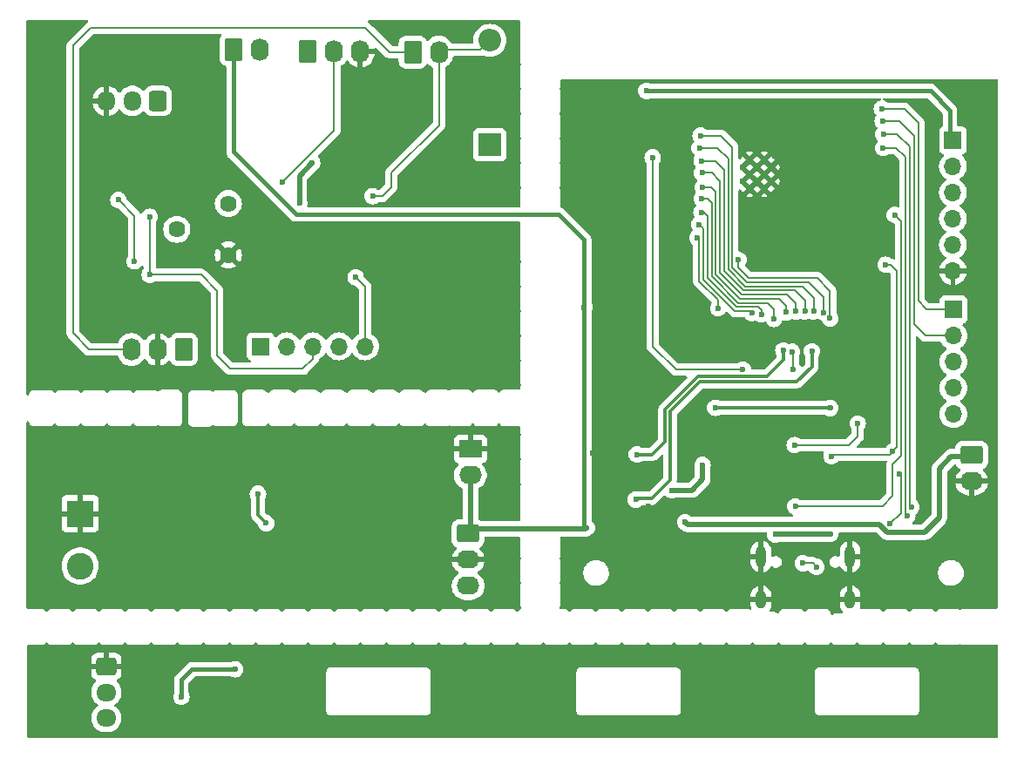
<source format=gbr>
%TF.GenerationSoftware,KiCad,Pcbnew,8.0.3*%
%TF.CreationDate,2025-03-22T09:10:22+07:00*%
%TF.ProjectId,ES32_SmartBox,45533332-5f53-46d6-9172-74426f782e6b,rev?*%
%TF.SameCoordinates,Original*%
%TF.FileFunction,Copper,L2,Bot*%
%TF.FilePolarity,Positive*%
%FSLAX46Y46*%
G04 Gerber Fmt 4.6, Leading zero omitted, Abs format (unit mm)*
G04 Created by KiCad (PCBNEW 8.0.3) date 2025-03-22 09:10:22*
%MOMM*%
%LPD*%
G01*
G04 APERTURE LIST*
G04 Aperture macros list*
%AMRoundRect*
0 Rectangle with rounded corners*
0 $1 Rounding radius*
0 $2 $3 $4 $5 $6 $7 $8 $9 X,Y pos of 4 corners*
0 Add a 4 corners polygon primitive as box body*
4,1,4,$2,$3,$4,$5,$6,$7,$8,$9,$2,$3,0*
0 Add four circle primitives for the rounded corners*
1,1,$1+$1,$2,$3*
1,1,$1+$1,$4,$5*
1,1,$1+$1,$6,$7*
1,1,$1+$1,$8,$9*
0 Add four rect primitives between the rounded corners*
20,1,$1+$1,$2,$3,$4,$5,0*
20,1,$1+$1,$4,$5,$6,$7,0*
20,1,$1+$1,$6,$7,$8,$9,0*
20,1,$1+$1,$8,$9,$2,$3,0*%
G04 Aperture macros list end*
%TA.AperFunction,ComponentPad*%
%ADD10RoundRect,0.250000X-0.620000X-0.845000X0.620000X-0.845000X0.620000X0.845000X-0.620000X0.845000X0*%
%TD*%
%TA.AperFunction,ComponentPad*%
%ADD11O,1.740000X2.190000*%
%TD*%
%TA.AperFunction,ComponentPad*%
%ADD12RoundRect,0.250000X0.620000X0.845000X-0.620000X0.845000X-0.620000X-0.845000X0.620000X-0.845000X0*%
%TD*%
%TA.AperFunction,ComponentPad*%
%ADD13O,1.000000X2.100000*%
%TD*%
%TA.AperFunction,ComponentPad*%
%ADD14O,1.000000X1.800000*%
%TD*%
%TA.AperFunction,ComponentPad*%
%ADD15R,1.700000X1.700000*%
%TD*%
%TA.AperFunction,ComponentPad*%
%ADD16O,1.700000X1.700000*%
%TD*%
%TA.AperFunction,ComponentPad*%
%ADD17RoundRect,0.250000X-0.725000X0.600000X-0.725000X-0.600000X0.725000X-0.600000X0.725000X0.600000X0*%
%TD*%
%TA.AperFunction,ComponentPad*%
%ADD18O,1.950000X1.700000*%
%TD*%
%TA.AperFunction,ComponentPad*%
%ADD19R,2.600000X2.600000*%
%TD*%
%TA.AperFunction,ComponentPad*%
%ADD20C,2.600000*%
%TD*%
%TA.AperFunction,ComponentPad*%
%ADD21RoundRect,0.250000X-0.845000X0.620000X-0.845000X-0.620000X0.845000X-0.620000X0.845000X0.620000X0*%
%TD*%
%TA.AperFunction,ComponentPad*%
%ADD22O,2.190000X1.740000*%
%TD*%
%TA.AperFunction,HeatsinkPad*%
%ADD23C,0.600000*%
%TD*%
%TA.AperFunction,ComponentPad*%
%ADD24R,2.200000X2.200000*%
%TD*%
%TA.AperFunction,ComponentPad*%
%ADD25O,2.200000X2.200000*%
%TD*%
%TA.AperFunction,ComponentPad*%
%ADD26C,1.620000*%
%TD*%
%TA.AperFunction,ComponentPad*%
%ADD27RoundRect,0.250000X0.600000X0.725000X-0.600000X0.725000X-0.600000X-0.725000X0.600000X-0.725000X0*%
%TD*%
%TA.AperFunction,ComponentPad*%
%ADD28O,1.700000X1.950000*%
%TD*%
%TA.AperFunction,ComponentPad*%
%ADD29R,2.190000X1.740000*%
%TD*%
%TA.AperFunction,ViaPad*%
%ADD30C,0.600000*%
%TD*%
%TA.AperFunction,Conductor*%
%ADD31C,0.200000*%
%TD*%
%TA.AperFunction,Conductor*%
%ADD32C,0.500000*%
%TD*%
%TA.AperFunction,Conductor*%
%ADD33C,0.300000*%
%TD*%
%TA.AperFunction,Conductor*%
%ADD34C,0.400000*%
%TD*%
G04 APERTURE END LIST*
D10*
%TO.P,J11,1,Pin_1*%
%TO.N,+5P*%
X100482400Y-90373200D03*
D11*
%TO.P,J11,2,Pin_2*%
%TO.N,/Relay + Light/PWM*%
X103022400Y-90373200D03*
%TO.P,J11,3,Pin_3*%
%TO.N,GND*%
X105562400Y-90373200D03*
%TD*%
D12*
%TO.P,J10,1,Pin_1*%
%TO.N,+5V*%
X88420000Y-119370000D03*
D11*
%TO.P,J10,2,Pin_2*%
%TO.N,GND*%
X85880000Y-119370000D03*
%TO.P,J10,3,Pin_3*%
%TO.N,+12V*%
X83340000Y-119370000D03*
%TD*%
D13*
%TO.P,J1,S1,SHIELD*%
%TO.N,GND*%
X144500000Y-139500000D03*
D14*
X144500000Y-143700000D03*
D13*
X153140000Y-139500000D03*
D14*
X153140000Y-143700000D03*
%TD*%
D15*
%TO.P,J8,1,Pin_1*%
%TO.N,/Relay + Light/PWM*%
X95870000Y-119070000D03*
D16*
%TO.P,J8,2,Pin_2*%
%TO.N,/Relay + Light/SER_EN*%
X98410000Y-119070000D03*
%TO.P,J8,3,Pin_3*%
%TO.N,/Relay + Light/SEN_DETECT*%
X100950000Y-119070000D03*
%TO.P,J8,4,Pin_4*%
%TO.N,/Relay + Light/BUZZER_CTRL*%
X103490000Y-119070000D03*
%TO.P,J8,5,Pin_5*%
%TO.N,/Relay + Light/SOLENOID_CTRL*%
X106030000Y-119070000D03*
%TD*%
D10*
%TO.P,J4,1,Pin_1*%
%TO.N,+12V*%
X110660800Y-90481800D03*
D11*
%TO.P,J4,2,Pin_2*%
%TO.N,Net-(D1-A)*%
X113200800Y-90481800D03*
%TD*%
D17*
%TO.P,J2,1,Pin_1*%
%TO.N,GND1*%
X80886667Y-150190000D03*
D18*
%TO.P,J2,2,Pin_2*%
%TO.N,/Relay + Light/Sensor*%
X80886667Y-152690000D03*
%TO.P,J2,3,Pin_3*%
%TO.N,+5VA*%
X80886667Y-155190000D03*
%TD*%
D15*
%TO.P,J7,1,Pin_1*%
%TO.N,/MAIN MODULE/PWM*%
X163190000Y-115500000D03*
D16*
%TO.P,J7,2,Pin_2*%
%TO.N,/MAIN MODULE/SER_EN*%
X163190000Y-118040000D03*
%TO.P,J7,3,Pin_3*%
%TO.N,/MAIN MODULE/SEN_DETECT*%
X163190000Y-120580000D03*
%TO.P,J7,4,Pin_4*%
%TO.N,/MAIN MODULE/BUZZER_CTRL*%
X163190000Y-123120000D03*
%TO.P,J7,5,Pin_5*%
%TO.N,/MAIN MODULE/SOLENOID_CTRL*%
X163190000Y-125660000D03*
%TD*%
D19*
%TO.P,J5,1,Pin_1*%
%TO.N,GND*%
X78345000Y-135330000D03*
D20*
%TO.P,J5,2,Pin_2*%
%TO.N,VCC*%
X78345000Y-140410000D03*
%TD*%
D21*
%TO.P,J10,1,Pin_1*%
%TO.N,+5V*%
X116030000Y-137260000D03*
D22*
%TO.P,J10,2,Pin_2*%
%TO.N,GND*%
X116030000Y-139800000D03*
%TO.P,J10,3,Pin_3*%
%TO.N,VCC*%
X116030000Y-142340000D03*
%TD*%
D10*
%TO.P,J6,1,Pin_1*%
%TO.N,+5V*%
X93290000Y-90230000D03*
D11*
%TO.P,J6,2,Pin_2*%
%TO.N,Net-(J6-Pin_2)*%
X95830000Y-90230000D03*
%TD*%
D21*
%TO.P,J9,1,Pin_1*%
%TO.N,+5V*%
X164960000Y-129640000D03*
D22*
%TO.P,J9,2,Pin_2*%
%TO.N,GND*%
X164960000Y-132180000D03*
%TD*%
D23*
%TO.P,U1,41,GND*%
%TO.N,GND*%
X142700000Y-101650000D03*
X142700000Y-103050000D03*
X143400000Y-100950000D03*
X143400000Y-102350000D03*
X143400000Y-103750000D03*
X144100000Y-101650000D03*
X144100000Y-103050000D03*
X144800000Y-100950000D03*
X144800000Y-102350000D03*
X144800000Y-103750000D03*
X145500000Y-101650000D03*
X145500000Y-103050000D03*
%TD*%
D15*
%TO.P,REF\u002A\u002A,1*%
%TO.N,+3V3*%
X163140000Y-99030000D03*
D16*
%TO.P,REF\u002A\u002A,2*%
%TO.N,unconnected-(U1-IO42-Pad35)*%
X163140000Y-101570000D03*
%TO.P,REF\u002A\u002A,3*%
%TO.N,unconnected-(U1-IO41-Pad34)*%
X163140000Y-104110000D03*
%TO.P,REF\u002A\u002A,4*%
%TO.N,unconnected-(U1-IO40-Pad33)*%
X163140000Y-106650000D03*
%TO.P,REF\u002A\u002A,5*%
%TO.N,unconnected-(U1-IO39-Pad32)*%
X163140000Y-109190000D03*
%TO.P,REF\u002A\u002A,6*%
%TO.N,GND*%
X163140000Y-111730000D03*
%TD*%
D24*
%TO.P,D1,1,K*%
%TO.N,+12V*%
X118160800Y-99491800D03*
D25*
%TO.P,D1,2,A*%
%TO.N,Net-(D1-A)*%
X118160800Y-89331800D03*
%TD*%
D26*
%TO.P,RV1,1,1*%
%TO.N,+5V*%
X92740000Y-105190000D03*
%TO.P,RV1,2,2*%
%TO.N,Net-(U2B--)*%
X87740000Y-107690000D03*
%TO.P,RV1,3,3*%
%TO.N,GND*%
X92740000Y-110190000D03*
%TD*%
D27*
%TO.P,J3,1,Pin_1*%
%TO.N,+5V*%
X85910000Y-95220000D03*
D28*
%TO.P,J3,2,Pin_2*%
%TO.N,Sensor_In*%
X83410000Y-95220000D03*
%TO.P,J3,3,Pin_3*%
%TO.N,GND*%
X80910000Y-95220000D03*
%TD*%
D29*
%TO.P,J9,1,Pin_1*%
%TO.N,GND*%
X116260000Y-129050000D03*
D22*
%TO.P,J9,2,Pin_2*%
%TO.N,+5V*%
X116260000Y-131590000D03*
%TD*%
D30*
%TO.N,GND*%
X107442000Y-112547400D03*
%TO.N,+5P*%
X99644200Y-105150000D03*
X100888800Y-101244400D03*
%TO.N,/Relay + Light/PWM*%
X98018600Y-103124000D03*
%TO.N,GND*%
X101200000Y-138170000D03*
X151940000Y-127670000D03*
X133600000Y-130640000D03*
X131290000Y-95450000D03*
X144030000Y-119150000D03*
X133570000Y-134610000D03*
X90380000Y-100130000D03*
X129910000Y-137400000D03*
X150444200Y-119583200D03*
X95670000Y-137780000D03*
X128120000Y-129470000D03*
X110490000Y-109110000D03*
X143300000Y-123590000D03*
X143010000Y-135090000D03*
%TO.N,Net-(D1-A)*%
X106760000Y-104470000D03*
%TO.N,+5V*%
X157550000Y-137130000D03*
X127570000Y-136700000D03*
X127320000Y-115260000D03*
X137140000Y-136140000D03*
%TO.N,Net-(D7-A)*%
X151240000Y-137300000D03*
X145880000Y-137350000D03*
%TO.N,D+*%
X148570000Y-140150000D03*
X149880000Y-140510000D03*
%TO.N,/MAIN MODULE/RESET*%
X133970000Y-100710000D03*
X153886539Y-126584931D03*
X147770000Y-128670000D03*
X142730000Y-121340000D03*
%TO.N,/MAIN MODULE/BOOT*%
X156591000Y-111140000D03*
X157260000Y-129310000D03*
X151340000Y-129750000D03*
%TO.N,Net-(Q12-E)*%
X157030331Y-136339669D03*
X157900000Y-131460000D03*
%TO.N,/MAIN MODULE/CAM_PIN_VSYNC*%
X138720000Y-101040000D03*
X148757205Y-115674265D03*
%TO.N,/MAIN MODULE/CAM_PIN_SIOC*%
X149605735Y-115674265D03*
X138520000Y-99800000D03*
%TO.N,/MAIN MODULE/CAM_PIN_D6*%
X144524086Y-115951045D03*
X138700000Y-106050000D03*
%TO.N,/MAIN MODULE/CAM_PIN_D5*%
X138500000Y-107220000D03*
X143609265Y-115837463D03*
%TO.N,/MAIN MODULE/CAM_PIN_XCLK*%
X138820000Y-103590000D03*
X146961473Y-115760000D03*
%TO.N,/MAIN MODULE/CAM_PIN_D7*%
X138730000Y-104710000D03*
X145766114Y-116406076D03*
%TO.N,/MAIN MODULE/CAM_PIN_SIOD*%
X150550000Y-115770000D03*
X138620000Y-98590000D03*
%TO.N,+3V3*%
X140050000Y-125040000D03*
X151210000Y-125060000D03*
X133360000Y-94250000D03*
%TO.N,/MAIN MODULE/SER_EN*%
X156320000Y-97180000D03*
%TO.N,/MAIN MODULE/CAM_PIN_HREF*%
X147902205Y-115667795D03*
X138760000Y-102220000D03*
%TO.N,/MAIN MODULE/CAM_PIN_D2*%
X140340000Y-115360000D03*
X138300000Y-108510000D03*
%TO.N,/MAIN MODULE/SOLENOID_CTRL*%
X142300000Y-110660000D03*
X151200000Y-116350000D03*
%TO.N,/MAIN MODULE/CAM_PIN_PWDN*%
X147820000Y-134630000D03*
X157485000Y-106305000D03*
%TO.N,/MAIN MODULE/PWM*%
X156230000Y-95980000D03*
%TO.N,Net-(U3-PWDN)*%
X147590000Y-121320000D03*
X147490000Y-119580000D03*
%TO.N,+2V8*%
X132330000Y-133960000D03*
X149440000Y-119557800D03*
%TO.N,+1V2*%
X132430000Y-129570000D03*
X146665420Y-119466180D03*
%TO.N,Net-(Q9-D)*%
X138820000Y-130600000D03*
X135860000Y-133040000D03*
%TO.N,USB_RX*%
X156380000Y-98440000D03*
X159100000Y-134678480D03*
%TO.N,USB_TX*%
X156360000Y-99790000D03*
X158700000Y-135550000D03*
%TO.N,Net-(U8-EN)*%
X95620000Y-133400000D03*
X96416874Y-136252857D03*
%TO.N,/Relay + Light/SOLENOID_CTRL*%
X105110000Y-112350000D03*
%TO.N,Net-(D2-A)*%
X88180000Y-153120000D03*
X93400000Y-150440000D03*
%TO.N,GND1*%
X145176667Y-149030000D03*
X162650000Y-152200000D03*
X145000000Y-156250000D03*
X122266667Y-156610000D03*
X98746667Y-156290000D03*
X145706667Y-152550000D03*
X115000000Y-152670000D03*
X138790000Y-152510000D03*
X99040000Y-152520000D03*
X92210000Y-152490000D03*
%TO.N,Sensor_In*%
X83620000Y-110810000D03*
X82060000Y-104840000D03*
%TO.N,/Relay + Light/SEN_DETECT*%
X85090000Y-106480000D03*
X85110000Y-112120000D03*
%TD*%
D31*
%TO.N,Net-(D1-A)*%
X108559600Y-103606600D02*
X107696200Y-104470000D01*
X113200800Y-97569800D02*
X108559600Y-102211000D01*
X107696200Y-104470000D02*
X106760000Y-104470000D01*
X113200800Y-90481800D02*
X113200800Y-97569800D01*
X108559600Y-102211000D02*
X108559600Y-103606600D01*
D32*
%TO.N,+5P*%
X99644200Y-105150000D02*
X99644200Y-102489000D01*
X99644200Y-102489000D02*
X100888800Y-101244400D01*
D31*
%TO.N,+12V*%
X77630000Y-89857600D02*
X79377600Y-88110000D01*
X106039000Y-88110000D02*
X106350800Y-88421800D01*
X77630000Y-117790000D02*
X77630000Y-89857600D01*
X79210000Y-119370000D02*
X77630000Y-117790000D01*
X83340000Y-119370000D02*
X79210000Y-119370000D01*
X79377600Y-88110000D02*
X106039000Y-88110000D01*
%TO.N,/Relay + Light/PWM*%
X103022400Y-98120200D02*
X103022400Y-90373200D01*
X98018600Y-103124000D02*
X103022400Y-98120200D01*
%TO.N,/MAIN MODULE/BOOT*%
X157710000Y-111786800D02*
X157710000Y-128860000D01*
X156591000Y-111140000D02*
X157063200Y-111140000D01*
X157063200Y-111140000D02*
X157710000Y-111786800D01*
X157710000Y-128860000D02*
X157260000Y-129310000D01*
D33*
%TO.N,+2V8*%
X132440000Y-133850000D02*
X132330000Y-133960000D01*
X133849240Y-133850000D02*
X132440000Y-133850000D01*
X135660000Y-132039239D02*
X133849240Y-133850000D01*
X138577106Y-122490000D02*
X135660000Y-125407106D01*
X147980000Y-122490000D02*
X138577106Y-122490000D01*
X149440000Y-121030000D02*
X147980000Y-122490000D01*
X149440000Y-119557800D02*
X149440000Y-121030000D01*
X135660000Y-125407106D02*
X135660000Y-132039239D01*
%TO.N,+1V2*%
X132440000Y-129580000D02*
X132430000Y-129570000D01*
X133900000Y-129580000D02*
X132440000Y-129580000D01*
X135160000Y-125200000D02*
X135160000Y-128320000D01*
X146665420Y-120364580D02*
X145040000Y-121990000D01*
X146665420Y-119466180D02*
X146665420Y-120364580D01*
X138370000Y-121990000D02*
X135160000Y-125200000D01*
X135160000Y-128320000D02*
X133900000Y-129580000D01*
X145040000Y-121990000D02*
X138370000Y-121990000D01*
D31*
%TO.N,+12V*%
X108410800Y-90481800D02*
X110660800Y-90481800D01*
X106350800Y-88421800D02*
X108410800Y-90481800D01*
%TO.N,Net-(D1-A)*%
X113430800Y-90251800D02*
X117240800Y-90251800D01*
X117240800Y-90251800D02*
X118180800Y-89311800D01*
X113200800Y-90481800D02*
X113430800Y-90251800D01*
D32*
%TO.N,+5V*%
X116030000Y-137260000D02*
X116490000Y-136800000D01*
D34*
X127570000Y-136700000D02*
X127320000Y-136450000D01*
D32*
X161800000Y-130940000D02*
X162960000Y-129780000D01*
X156760000Y-137130000D02*
X157550000Y-137130000D01*
X137380000Y-136380000D02*
X156010000Y-136380000D01*
X161800000Y-135730000D02*
X161800000Y-130940000D01*
D34*
X127320000Y-136450000D02*
X127320000Y-115260000D01*
D32*
X116260000Y-137030000D02*
X116030000Y-137260000D01*
X157550000Y-137130000D02*
X160400000Y-137130000D01*
X137140000Y-136140000D02*
X137380000Y-136380000D01*
X116260000Y-131590000D02*
X116260000Y-137030000D01*
X162960000Y-129780000D02*
X165160000Y-129780000D01*
X156010000Y-136380000D02*
X156760000Y-137130000D01*
X116490000Y-136800000D02*
X127470000Y-136800000D01*
X160400000Y-137130000D02*
X161800000Y-135730000D01*
X127470000Y-136800000D02*
X127570000Y-136700000D01*
%TO.N,Net-(D7-A)*%
X145930000Y-137300000D02*
X151240000Y-137300000D01*
X145880000Y-137350000D02*
X145930000Y-137300000D01*
D31*
%TO.N,D+*%
X148570000Y-140150000D02*
X149520000Y-140150000D01*
X149520000Y-140150000D02*
X149880000Y-140510000D01*
%TO.N,/MAIN MODULE/RESET*%
X142730000Y-121340000D02*
X136240000Y-121340000D01*
X153020000Y-128670000D02*
X147770000Y-128670000D01*
X153886539Y-126584931D02*
X153886539Y-127803461D01*
X133970000Y-119070000D02*
X133970000Y-100710000D01*
X136240000Y-121340000D02*
X133970000Y-119070000D01*
X153886539Y-127803461D02*
X153020000Y-128670000D01*
%TO.N,/MAIN MODULE/BOOT*%
X151520000Y-129570000D02*
X157000000Y-129570000D01*
X157000000Y-129570000D02*
X157260000Y-129310000D01*
X151340000Y-129750000D02*
X151520000Y-129570000D01*
%TO.N,Net-(Q12-E)*%
X158100000Y-135270000D02*
X157030331Y-136339669D01*
X158100000Y-131660000D02*
X158100000Y-135270000D01*
X157900000Y-131460000D02*
X158100000Y-131660000D01*
%TO.N,/MAIN MODULE/CAM_PIN_VSYNC*%
X140050000Y-101040000D02*
X140900000Y-101890000D01*
X140900000Y-111741570D02*
X142795893Y-113637463D01*
X138720000Y-101040000D02*
X140050000Y-101040000D01*
X140900000Y-101890000D02*
X140900000Y-111741570D01*
X142795893Y-113637463D02*
X147787463Y-113637463D01*
X147787463Y-113637463D02*
X148757205Y-114607205D01*
X148757205Y-114607205D02*
X148757205Y-115674265D01*
%TO.N,/MAIN MODULE/CAM_PIN_SIOC*%
X142961579Y-113237463D02*
X141300000Y-111575884D01*
X141300000Y-111575884D02*
X141300000Y-100840000D01*
X140260000Y-99800000D02*
X138520000Y-99800000D01*
X141300000Y-100840000D02*
X140260000Y-99800000D01*
X149605735Y-114335735D02*
X148507463Y-113237463D01*
X148507463Y-113237463D02*
X142961579Y-113237463D01*
X149605735Y-115674265D02*
X149605735Y-114335735D01*
%TO.N,/MAIN MODULE/CAM_PIN_D6*%
X139300000Y-112404314D02*
X139300000Y-106410000D01*
X144247463Y-115237463D02*
X142133149Y-115237463D01*
X142133149Y-115237463D02*
X139300000Y-112404314D01*
X144524086Y-115514086D02*
X144247463Y-115237463D01*
X138940000Y-106050000D02*
X138700000Y-106050000D01*
X139300000Y-106410000D02*
X138940000Y-106050000D01*
X144524086Y-115951045D02*
X144524086Y-115514086D01*
%TO.N,/MAIN MODULE/CAM_PIN_D5*%
X143609265Y-115837463D02*
X143409265Y-115637463D01*
X138900000Y-107620000D02*
X138500000Y-107220000D01*
X138900000Y-112570000D02*
X138900000Y-107620000D01*
X141967463Y-115637463D02*
X138900000Y-112570000D01*
X143409265Y-115637463D02*
X141967463Y-115637463D01*
%TO.N,/MAIN MODULE/CAM_PIN_XCLK*%
X139620000Y-103590000D02*
X138820000Y-103590000D01*
X142464521Y-114437463D02*
X140100000Y-112072942D01*
X146961473Y-115171473D02*
X146227463Y-114437463D01*
X140100000Y-112072942D02*
X140100000Y-104070000D01*
X146227463Y-114437463D02*
X142464521Y-114437463D01*
X146961473Y-115760000D02*
X146961473Y-115171473D01*
X140100000Y-104070000D02*
X139620000Y-103590000D01*
%TO.N,/MAIN MODULE/CAM_PIN_D7*%
X139700000Y-105140000D02*
X139700000Y-112238628D01*
X142298835Y-114837463D02*
X145147463Y-114837463D01*
X145147463Y-114837463D02*
X145766114Y-115456114D01*
X139700000Y-112238628D02*
X142298835Y-114837463D01*
X138730000Y-104710000D02*
X139270000Y-104710000D01*
X139270000Y-104710000D02*
X139700000Y-105140000D01*
X145766114Y-115456114D02*
X145766114Y-116406076D01*
%TO.N,/MAIN MODULE/CAM_PIN_SIOD*%
X138620000Y-98590000D02*
X140590000Y-98590000D01*
X141700000Y-99700000D02*
X141700000Y-111410198D01*
X150550000Y-114290000D02*
X150550000Y-115770000D01*
X141700000Y-111410198D02*
X143127265Y-112837463D01*
X143127265Y-112837463D02*
X149097463Y-112837463D01*
X149097463Y-112837463D02*
X150550000Y-114290000D01*
X140590000Y-98590000D02*
X141700000Y-99700000D01*
D34*
%TO.N,+3V3*%
X133360000Y-94250000D02*
X160950000Y-94250000D01*
X160950000Y-94250000D02*
X162860000Y-96160000D01*
X162860000Y-98750000D02*
X163140000Y-99030000D01*
X162860000Y-96160000D02*
X162860000Y-98750000D01*
D33*
X151190000Y-125040000D02*
X151210000Y-125060000D01*
X140050000Y-125040000D02*
X151190000Y-125040000D01*
D31*
%TO.N,/MAIN MODULE/SER_EN*%
X159360000Y-98620000D02*
X159360000Y-116910000D01*
X159360000Y-116910000D02*
X160490000Y-118040000D01*
X156320000Y-97180000D02*
X157920000Y-97180000D01*
X157920000Y-97180000D02*
X159360000Y-98620000D01*
X160490000Y-118040000D02*
X163190000Y-118040000D01*
%TO.N,/MAIN MODULE/CAM_PIN_HREF*%
X140500000Y-111907256D02*
X140500000Y-103020000D01*
X139700000Y-102220000D02*
X138760000Y-102220000D01*
X147027463Y-114037463D02*
X142630207Y-114037463D01*
X140500000Y-103020000D02*
X139700000Y-102220000D01*
X147902205Y-115667795D02*
X147902205Y-114912205D01*
X142630207Y-114037463D02*
X140500000Y-111907256D01*
X147902205Y-114912205D02*
X147027463Y-114037463D01*
%TO.N,/MAIN MODULE/CAM_PIN_D2*%
X140340000Y-114575686D02*
X140340000Y-115360000D01*
X138300000Y-108510000D02*
X138500000Y-108710000D01*
X138500000Y-108710000D02*
X138500000Y-112735686D01*
X138500000Y-112735686D02*
X140340000Y-114575686D01*
%TO.N,/MAIN MODULE/SOLENOID_CTRL*%
X142300000Y-111444512D02*
X143292951Y-112437463D01*
X151200000Y-113660000D02*
X151200000Y-116350000D01*
X142300000Y-110660000D02*
X142300000Y-111444512D01*
X149977463Y-112437463D02*
X151200000Y-113660000D01*
X143292951Y-112437463D02*
X149977463Y-112437463D01*
%TO.N,/MAIN MODULE/CAM_PIN_PWDN*%
X158120000Y-106940000D02*
X158120000Y-111648530D01*
X157300000Y-130500000D02*
X157300000Y-133580000D01*
X158120000Y-111648530D02*
X158110000Y-111658530D01*
X147860000Y-134590000D02*
X147820000Y-134630000D01*
X157300000Y-133580000D02*
X156290000Y-134590000D01*
X157485000Y-106305000D02*
X158120000Y-106940000D01*
X158110000Y-111658530D02*
X158110000Y-129690000D01*
X156290000Y-134590000D02*
X147860000Y-134590000D01*
X158110000Y-129690000D02*
X157300000Y-130500000D01*
%TO.N,/MAIN MODULE/PWM*%
X160600000Y-115500000D02*
X159760000Y-114660000D01*
X159760000Y-97326800D02*
X158413200Y-95980000D01*
X159760000Y-114660000D02*
X159760000Y-97326800D01*
X163190000Y-115500000D02*
X160600000Y-115500000D01*
X158413200Y-95980000D02*
X156230000Y-95980000D01*
%TO.N,Net-(U3-PWDN)*%
X147580000Y-121310000D02*
X147590000Y-121320000D01*
X147580000Y-119670000D02*
X147580000Y-121310000D01*
X147490000Y-119580000D02*
X147580000Y-119670000D01*
D32*
%TO.N,Net-(Q9-D)*%
X137790000Y-133040000D02*
X138820000Y-132010000D01*
X138820000Y-132010000D02*
X138820000Y-130600000D01*
X135860000Y-133040000D02*
X137790000Y-133040000D01*
D31*
%TO.N,USB_RX*%
X158910000Y-111989900D02*
X158910000Y-134488480D01*
X158920000Y-99650000D02*
X158920000Y-111979900D01*
X157710000Y-98440000D02*
X158920000Y-99650000D01*
X156380000Y-98440000D02*
X157710000Y-98440000D01*
X158920000Y-111979900D02*
X158910000Y-111989900D01*
X158910000Y-134488480D02*
X159100000Y-134678480D01*
%TO.N,USB_TX*%
X158500000Y-135350000D02*
X158500000Y-134429951D01*
X157630000Y-99790000D02*
X156360000Y-99790000D01*
X158520000Y-100680000D02*
X157630000Y-99790000D01*
X158510000Y-111824215D02*
X158520000Y-111814215D01*
X158510000Y-134419951D02*
X158510000Y-111824215D01*
X158700000Y-135550000D02*
X158500000Y-135350000D01*
X158520000Y-111814215D02*
X158520000Y-100680000D01*
X158500000Y-134429951D02*
X158510000Y-134419951D01*
D33*
%TO.N,Net-(U8-EN)*%
X95620000Y-133400000D02*
X95630000Y-133410000D01*
X95630000Y-133410000D02*
X95630000Y-135465983D01*
X95630000Y-135465983D02*
X96416874Y-136252857D01*
D31*
%TO.N,/Relay + Light/SOLENOID_CTRL*%
X106030000Y-113270000D02*
X106030000Y-119070000D01*
X105110000Y-112350000D02*
X106030000Y-113270000D01*
D34*
%TO.N,Net-(D2-A)*%
X89200000Y-150440000D02*
X93400000Y-150440000D01*
X88180000Y-151460000D02*
X89200000Y-150440000D01*
X88180000Y-153120000D02*
X88180000Y-151460000D01*
D31*
%TO.N,Sensor_In*%
X83620000Y-106400000D02*
X83620000Y-110810000D01*
X82060000Y-104840000D02*
X83620000Y-106400000D01*
%TO.N,/Relay + Light/SEN_DETECT*%
X90090000Y-112120000D02*
X91660000Y-113690000D01*
X100950000Y-120260000D02*
X100950000Y-119070000D01*
X85110000Y-112120000D02*
X85110000Y-106500000D01*
X91660000Y-119960000D02*
X92950000Y-121250000D01*
X99960000Y-121250000D02*
X100950000Y-120260000D01*
X85110000Y-112120000D02*
X90090000Y-112120000D01*
X91660000Y-113690000D02*
X91660000Y-119960000D01*
X92950000Y-121250000D02*
X99960000Y-121250000D01*
X85110000Y-106500000D02*
X85090000Y-106480000D01*
D34*
%TO.N,+5V*%
X93240000Y-100170000D02*
X93240000Y-90280000D01*
X99330000Y-106260000D02*
X93240000Y-100170000D01*
X121315051Y-106250000D02*
X121305051Y-106260000D01*
X124870000Y-106250000D02*
X121315051Y-106250000D01*
X127320000Y-108700000D02*
X124870000Y-106250000D01*
X121305051Y-106260000D02*
X99330000Y-106260000D01*
X93240000Y-90280000D02*
X93290000Y-90230000D01*
X127320000Y-115260000D02*
X127320000Y-108700000D01*
%TD*%
%TA.AperFunction,Conductor*%
%TO.N,GND*%
G36*
X79079036Y-87380185D02*
G01*
X79124791Y-87432989D01*
X79134735Y-87502147D01*
X79105710Y-87565703D01*
X79073997Y-87591887D01*
X79008887Y-87629477D01*
X79008882Y-87629481D01*
X77149479Y-89488884D01*
X77120837Y-89538496D01*
X77108133Y-89560500D01*
X77092954Y-89586791D01*
X77072562Y-89622111D01*
X77070423Y-89625815D01*
X77029499Y-89778543D01*
X77029499Y-89778545D01*
X77029499Y-89946646D01*
X77029500Y-89946659D01*
X77029500Y-117703330D01*
X77029499Y-117703348D01*
X77029499Y-117869054D01*
X77029498Y-117869054D01*
X77058600Y-117977664D01*
X77070423Y-118021785D01*
X77090376Y-118056344D01*
X77122807Y-118112517D01*
X77149479Y-118158714D01*
X77149481Y-118158717D01*
X77268349Y-118277585D01*
X77268355Y-118277590D01*
X78725139Y-119734374D01*
X78725149Y-119734385D01*
X78729479Y-119738715D01*
X78729480Y-119738716D01*
X78841284Y-119850520D01*
X78841286Y-119850521D01*
X78841290Y-119850524D01*
X78969339Y-119924452D01*
X78978216Y-119929577D01*
X79079187Y-119956632D01*
X79130942Y-119970500D01*
X79130943Y-119970500D01*
X81930887Y-119970500D01*
X81997926Y-119990185D01*
X82043681Y-120042989D01*
X82048818Y-120056181D01*
X82069909Y-120121093D01*
X82161190Y-120300241D01*
X82167843Y-120313299D01*
X82294641Y-120487821D01*
X82447179Y-120640359D01*
X82621701Y-120767157D01*
X82813911Y-120865092D01*
X83019074Y-120931754D01*
X83086796Y-120942480D01*
X83232134Y-120965500D01*
X83232139Y-120965500D01*
X83447866Y-120965500D01*
X83566230Y-120946752D01*
X83660926Y-120931754D01*
X83866089Y-120865092D01*
X84058299Y-120767157D01*
X84232821Y-120640359D01*
X84385359Y-120487821D01*
X84509991Y-120316279D01*
X84565321Y-120273614D01*
X84634934Y-120267635D01*
X84696729Y-120300241D01*
X84710627Y-120316279D01*
X84835025Y-120487496D01*
X84835025Y-120487497D01*
X84987502Y-120639974D01*
X85161963Y-120766728D01*
X85354098Y-120864627D01*
X85559190Y-120931266D01*
X85630000Y-120942481D01*
X85630000Y-119912709D01*
X85650339Y-119924452D01*
X85801667Y-119965000D01*
X85958333Y-119965000D01*
X86109661Y-119924452D01*
X86130000Y-119912709D01*
X86130000Y-120942480D01*
X86200809Y-120931266D01*
X86405901Y-120864627D01*
X86598036Y-120766728D01*
X86772493Y-120639977D01*
X86914578Y-120497892D01*
X86975901Y-120464407D01*
X87045593Y-120469391D01*
X87101527Y-120511262D01*
X87114640Y-120533165D01*
X87115181Y-120534325D01*
X87115185Y-120534331D01*
X87115186Y-120534334D01*
X87207288Y-120683656D01*
X87331344Y-120807712D01*
X87480666Y-120899814D01*
X87647203Y-120954999D01*
X87749991Y-120965500D01*
X89090008Y-120965499D01*
X89192797Y-120954999D01*
X89359334Y-120899814D01*
X89508656Y-120807712D01*
X89632712Y-120683656D01*
X89724814Y-120534334D01*
X89779999Y-120367797D01*
X89790500Y-120265009D01*
X89790499Y-118474992D01*
X89786411Y-118434977D01*
X89779999Y-118372203D01*
X89779998Y-118372200D01*
X89748647Y-118277590D01*
X89724814Y-118205666D01*
X89632712Y-118056344D01*
X89508656Y-117932288D01*
X89395438Y-117862455D01*
X89359336Y-117840187D01*
X89359331Y-117840185D01*
X89357862Y-117839698D01*
X89192797Y-117785001D01*
X89192795Y-117785000D01*
X89090010Y-117774500D01*
X87749998Y-117774500D01*
X87749981Y-117774501D01*
X87647203Y-117785000D01*
X87647200Y-117785001D01*
X87480668Y-117840185D01*
X87480663Y-117840187D01*
X87331342Y-117932289D01*
X87207289Y-118056342D01*
X87115182Y-118205672D01*
X87114638Y-118206840D01*
X87114051Y-118207505D01*
X87111395Y-118211813D01*
X87110658Y-118211358D01*
X87068461Y-118259275D01*
X87001266Y-118278422D01*
X86934387Y-118258201D01*
X86914579Y-118242107D01*
X86772497Y-118100025D01*
X86598036Y-117973271D01*
X86405899Y-117875372D01*
X86200805Y-117808733D01*
X86130000Y-117797518D01*
X86130000Y-118827290D01*
X86109661Y-118815548D01*
X85958333Y-118775000D01*
X85801667Y-118775000D01*
X85650339Y-118815548D01*
X85630000Y-118827290D01*
X85630000Y-117797518D01*
X85629999Y-117797518D01*
X85559194Y-117808733D01*
X85354100Y-117875372D01*
X85161963Y-117973271D01*
X84987503Y-118100025D01*
X84987502Y-118100025D01*
X84835024Y-118252503D01*
X84710627Y-118423720D01*
X84655296Y-118466385D01*
X84585683Y-118472364D01*
X84523888Y-118439758D01*
X84509991Y-118423720D01*
X84487068Y-118392169D01*
X84385359Y-118252179D01*
X84232821Y-118099641D01*
X84058299Y-117972843D01*
X83866089Y-117874908D01*
X83660926Y-117808246D01*
X83660924Y-117808245D01*
X83660922Y-117808245D01*
X83447866Y-117774500D01*
X83447861Y-117774500D01*
X83232139Y-117774500D01*
X83232134Y-117774500D01*
X83019077Y-117808245D01*
X82813908Y-117874909D01*
X82621700Y-117972843D01*
X82525571Y-118042686D01*
X82447179Y-118099641D01*
X82447177Y-118099643D01*
X82447176Y-118099643D01*
X82294643Y-118252176D01*
X82294643Y-118252177D01*
X82294641Y-118252179D01*
X82271443Y-118284108D01*
X82167843Y-118426700D01*
X82069909Y-118618906D01*
X82048818Y-118683819D01*
X82009380Y-118741494D01*
X81945021Y-118768692D01*
X81930887Y-118769500D01*
X79510097Y-118769500D01*
X79443058Y-118749815D01*
X79422416Y-118733181D01*
X78266819Y-117577584D01*
X78233334Y-117516261D01*
X78230500Y-117489903D01*
X78230500Y-104839996D01*
X81254435Y-104839996D01*
X81254435Y-104840003D01*
X81274630Y-105019249D01*
X81274631Y-105019254D01*
X81334211Y-105189523D01*
X81422011Y-105329255D01*
X81430184Y-105342262D01*
X81557738Y-105469816D01*
X81710478Y-105565789D01*
X81880745Y-105625368D01*
X81967669Y-105635161D01*
X82032080Y-105662226D01*
X82041465Y-105670700D01*
X82983181Y-106612416D01*
X83016666Y-106673739D01*
X83019500Y-106700097D01*
X83019500Y-110227587D01*
X82999815Y-110294626D01*
X82992450Y-110304896D01*
X82990186Y-110307734D01*
X82894211Y-110460476D01*
X82834631Y-110630745D01*
X82834630Y-110630750D01*
X82814435Y-110809996D01*
X82814435Y-110810003D01*
X82834630Y-110989249D01*
X82834631Y-110989254D01*
X82894211Y-111159523D01*
X82930407Y-111217128D01*
X82990184Y-111312262D01*
X83117738Y-111439816D01*
X83129189Y-111447011D01*
X83244552Y-111519499D01*
X83270478Y-111535789D01*
X83440745Y-111595368D01*
X83440750Y-111595369D01*
X83619996Y-111615565D01*
X83620000Y-111615565D01*
X83620004Y-111615565D01*
X83799249Y-111595369D01*
X83799252Y-111595368D01*
X83799255Y-111595368D01*
X83969522Y-111535789D01*
X84122262Y-111439816D01*
X84249816Y-111312262D01*
X84280506Y-111263418D01*
X84332841Y-111217128D01*
X84401895Y-111206480D01*
X84465743Y-111234855D01*
X84504115Y-111293245D01*
X84509500Y-111329391D01*
X84509500Y-111537587D01*
X84489815Y-111604626D01*
X84482450Y-111614896D01*
X84480186Y-111617734D01*
X84384211Y-111770476D01*
X84324631Y-111940745D01*
X84324630Y-111940750D01*
X84304435Y-112119996D01*
X84304435Y-112120003D01*
X84324630Y-112299249D01*
X84324631Y-112299254D01*
X84384211Y-112469523D01*
X84480184Y-112622262D01*
X84607738Y-112749816D01*
X84760478Y-112845789D01*
X84919074Y-112901284D01*
X84930745Y-112905368D01*
X84930750Y-112905369D01*
X85109996Y-112925565D01*
X85110000Y-112925565D01*
X85110004Y-112925565D01*
X85289249Y-112905369D01*
X85289252Y-112905368D01*
X85289255Y-112905368D01*
X85459522Y-112845789D01*
X85612262Y-112749816D01*
X85612267Y-112749810D01*
X85615097Y-112747555D01*
X85617275Y-112746665D01*
X85618158Y-112746111D01*
X85618255Y-112746265D01*
X85679783Y-112721145D01*
X85692412Y-112720500D01*
X89789903Y-112720500D01*
X89856942Y-112740185D01*
X89877584Y-112756819D01*
X91023181Y-113902416D01*
X91056666Y-113963739D01*
X91059500Y-113990097D01*
X91059500Y-119873330D01*
X91059499Y-119873348D01*
X91059499Y-120039054D01*
X91059498Y-120039054D01*
X91064087Y-120056181D01*
X91100423Y-120191785D01*
X91100424Y-120191787D01*
X91100423Y-120191787D01*
X91108400Y-120205602D01*
X91108401Y-120205603D01*
X91179477Y-120328712D01*
X91179481Y-120328717D01*
X91298349Y-120447585D01*
X91298355Y-120447590D01*
X92465139Y-121614374D01*
X92465149Y-121614385D01*
X92469479Y-121618715D01*
X92469480Y-121618716D01*
X92581284Y-121730520D01*
X92581286Y-121730521D01*
X92581290Y-121730524D01*
X92718209Y-121809573D01*
X92718216Y-121809577D01*
X92830019Y-121839534D01*
X92870942Y-121850500D01*
X92870943Y-121850500D01*
X99873331Y-121850500D01*
X99873347Y-121850501D01*
X99880943Y-121850501D01*
X100039054Y-121850501D01*
X100039057Y-121850501D01*
X100191785Y-121809577D01*
X100241904Y-121780639D01*
X100328716Y-121730520D01*
X100440520Y-121618716D01*
X100440520Y-121618714D01*
X100450728Y-121608507D01*
X100450730Y-121608504D01*
X101308506Y-120750728D01*
X101308511Y-120750724D01*
X101318714Y-120740520D01*
X101318716Y-120740520D01*
X101430520Y-120628716D01*
X101509577Y-120491784D01*
X101550500Y-120339057D01*
X101550500Y-120339055D01*
X101552603Y-120331207D01*
X101555116Y-120331880D01*
X101578140Y-120279806D01*
X101620428Y-120247486D01*
X101627830Y-120244035D01*
X101821401Y-120108495D01*
X101988495Y-119941401D01*
X102118425Y-119755842D01*
X102173002Y-119712217D01*
X102242500Y-119705023D01*
X102304855Y-119736546D01*
X102321575Y-119755842D01*
X102451500Y-119941395D01*
X102451505Y-119941401D01*
X102618599Y-120108495D01*
X102700569Y-120165891D01*
X102812165Y-120244032D01*
X102812167Y-120244033D01*
X102812170Y-120244035D01*
X103026337Y-120343903D01*
X103254592Y-120405063D01*
X103431034Y-120420500D01*
X103489999Y-120425659D01*
X103490000Y-120425659D01*
X103490001Y-120425659D01*
X103548966Y-120420500D01*
X103725408Y-120405063D01*
X103953663Y-120343903D01*
X104167830Y-120244035D01*
X104361401Y-120108495D01*
X104528495Y-119941401D01*
X104658425Y-119755842D01*
X104713002Y-119712217D01*
X104782500Y-119705023D01*
X104844855Y-119736546D01*
X104861575Y-119755842D01*
X104991500Y-119941395D01*
X104991505Y-119941401D01*
X105158599Y-120108495D01*
X105240569Y-120165891D01*
X105352165Y-120244032D01*
X105352167Y-120244033D01*
X105352170Y-120244035D01*
X105566337Y-120343903D01*
X105794592Y-120405063D01*
X105971034Y-120420500D01*
X106029999Y-120425659D01*
X106030000Y-120425659D01*
X106030001Y-120425659D01*
X106088966Y-120420500D01*
X106265408Y-120405063D01*
X106493663Y-120343903D01*
X106707830Y-120244035D01*
X106901401Y-120108495D01*
X107068495Y-119941401D01*
X107204035Y-119747830D01*
X107303903Y-119533663D01*
X107365063Y-119305408D01*
X107385659Y-119070000D01*
X107365063Y-118834592D01*
X107303903Y-118606337D01*
X107204035Y-118392171D01*
X107198425Y-118384158D01*
X107068494Y-118198597D01*
X106901402Y-118031506D01*
X106901395Y-118031501D01*
X106887516Y-118021783D01*
X106824518Y-117977671D01*
X106707831Y-117895965D01*
X106707826Y-117895962D01*
X106702091Y-117893288D01*
X106649653Y-117847113D01*
X106630500Y-117780908D01*
X106630500Y-113190945D01*
X106630500Y-113190943D01*
X106589577Y-113038216D01*
X106555860Y-112979816D01*
X106510524Y-112901290D01*
X106510521Y-112901286D01*
X106510520Y-112901284D01*
X106398716Y-112789480D01*
X106398715Y-112789479D01*
X106394385Y-112785149D01*
X106394374Y-112785139D01*
X105940700Y-112331465D01*
X105907215Y-112270142D01*
X105905163Y-112257686D01*
X105895368Y-112170745D01*
X105835789Y-112000478D01*
X105739816Y-111847738D01*
X105612262Y-111720184D01*
X105501361Y-111650500D01*
X105459523Y-111624211D01*
X105289254Y-111564631D01*
X105289249Y-111564630D01*
X105110004Y-111544435D01*
X105109996Y-111544435D01*
X104930750Y-111564630D01*
X104930745Y-111564631D01*
X104760476Y-111624211D01*
X104607737Y-111720184D01*
X104480184Y-111847737D01*
X104384211Y-112000476D01*
X104324631Y-112170745D01*
X104324630Y-112170750D01*
X104304435Y-112349996D01*
X104304435Y-112350003D01*
X104324630Y-112529249D01*
X104324631Y-112529254D01*
X104384211Y-112699523D01*
X104420213Y-112756819D01*
X104480184Y-112852262D01*
X104607738Y-112979816D01*
X104760478Y-113075789D01*
X104930745Y-113135368D01*
X105017669Y-113145161D01*
X105082080Y-113172226D01*
X105091465Y-113180700D01*
X105393181Y-113482416D01*
X105426666Y-113543739D01*
X105429500Y-113570097D01*
X105429500Y-117780908D01*
X105409815Y-117847947D01*
X105357914Y-117893286D01*
X105352173Y-117895963D01*
X105352169Y-117895965D01*
X105158597Y-118031505D01*
X104991505Y-118198597D01*
X104861575Y-118384158D01*
X104806998Y-118427783D01*
X104737500Y-118434977D01*
X104675145Y-118403454D01*
X104658425Y-118384158D01*
X104528494Y-118198597D01*
X104361402Y-118031506D01*
X104361395Y-118031501D01*
X104347516Y-118021783D01*
X104284518Y-117977671D01*
X104167834Y-117895967D01*
X104167830Y-117895965D01*
X104122673Y-117874908D01*
X103953663Y-117796097D01*
X103953659Y-117796096D01*
X103953655Y-117796094D01*
X103725413Y-117734938D01*
X103725403Y-117734936D01*
X103490001Y-117714341D01*
X103489999Y-117714341D01*
X103254596Y-117734936D01*
X103254586Y-117734938D01*
X103026344Y-117796094D01*
X103026335Y-117796098D01*
X102812171Y-117895964D01*
X102812169Y-117895965D01*
X102618597Y-118031505D01*
X102451505Y-118198597D01*
X102321575Y-118384158D01*
X102266998Y-118427783D01*
X102197500Y-118434977D01*
X102135145Y-118403454D01*
X102118425Y-118384158D01*
X101988494Y-118198597D01*
X101821402Y-118031506D01*
X101821395Y-118031501D01*
X101807516Y-118021783D01*
X101744518Y-117977671D01*
X101627834Y-117895967D01*
X101627830Y-117895965D01*
X101582673Y-117874908D01*
X101413663Y-117796097D01*
X101413659Y-117796096D01*
X101413655Y-117796094D01*
X101185413Y-117734938D01*
X101185403Y-117734936D01*
X100950001Y-117714341D01*
X100949999Y-117714341D01*
X100714596Y-117734936D01*
X100714586Y-117734938D01*
X100486344Y-117796094D01*
X100486335Y-117796098D01*
X100272171Y-117895964D01*
X100272169Y-117895965D01*
X100078597Y-118031505D01*
X99911505Y-118198597D01*
X99781575Y-118384158D01*
X99726998Y-118427783D01*
X99657500Y-118434977D01*
X99595145Y-118403454D01*
X99578425Y-118384158D01*
X99448494Y-118198597D01*
X99281402Y-118031506D01*
X99281395Y-118031501D01*
X99267516Y-118021783D01*
X99204518Y-117977671D01*
X99087834Y-117895967D01*
X99087830Y-117895965D01*
X99042673Y-117874908D01*
X98873663Y-117796097D01*
X98873659Y-117796096D01*
X98873655Y-117796094D01*
X98645413Y-117734938D01*
X98645403Y-117734936D01*
X98410001Y-117714341D01*
X98409999Y-117714341D01*
X98174596Y-117734936D01*
X98174586Y-117734938D01*
X97946344Y-117796094D01*
X97946335Y-117796098D01*
X97732171Y-117895964D01*
X97732169Y-117895965D01*
X97538600Y-118031503D01*
X97416673Y-118153430D01*
X97355350Y-118186914D01*
X97285658Y-118181930D01*
X97229725Y-118140058D01*
X97212810Y-118109081D01*
X97163797Y-117977671D01*
X97163793Y-117977664D01*
X97077547Y-117862455D01*
X97077544Y-117862452D01*
X96962335Y-117776206D01*
X96962328Y-117776202D01*
X96827482Y-117725908D01*
X96827483Y-117725908D01*
X96767883Y-117719501D01*
X96767881Y-117719500D01*
X96767873Y-117719500D01*
X96767864Y-117719500D01*
X94972129Y-117719500D01*
X94972123Y-117719501D01*
X94912516Y-117725908D01*
X94777671Y-117776202D01*
X94777664Y-117776206D01*
X94662455Y-117862452D01*
X94662452Y-117862455D01*
X94576206Y-117977664D01*
X94576202Y-117977671D01*
X94525908Y-118112517D01*
X94519501Y-118172116D01*
X94519500Y-118172135D01*
X94519500Y-119967870D01*
X94519501Y-119967876D01*
X94525908Y-120027483D01*
X94576202Y-120162328D01*
X94576206Y-120162335D01*
X94662452Y-120277544D01*
X94662455Y-120277547D01*
X94777664Y-120363793D01*
X94777671Y-120363797D01*
X94899719Y-120409318D01*
X94955653Y-120451189D01*
X94980070Y-120516653D01*
X94965219Y-120584926D01*
X94915813Y-120634332D01*
X94856386Y-120649500D01*
X93250097Y-120649500D01*
X93183058Y-120629815D01*
X93162416Y-120613181D01*
X92296819Y-119747584D01*
X92263334Y-119686261D01*
X92260500Y-119659903D01*
X92260500Y-113610945D01*
X92260500Y-113610943D01*
X92219577Y-113458216D01*
X92219577Y-113458215D01*
X92186255Y-113400500D01*
X92140520Y-113321284D01*
X92028716Y-113209480D01*
X92028715Y-113209479D01*
X92024385Y-113205149D01*
X92024374Y-113205139D01*
X90577590Y-111758355D01*
X90577588Y-111758352D01*
X90458717Y-111639481D01*
X90458709Y-111639475D01*
X90356936Y-111580717D01*
X90356934Y-111580716D01*
X90321790Y-111560425D01*
X90321789Y-111560424D01*
X90309263Y-111557067D01*
X90169057Y-111519499D01*
X90010943Y-111519499D01*
X90003347Y-111519499D01*
X90003331Y-111519500D01*
X85834500Y-111519500D01*
X85767461Y-111499815D01*
X85721706Y-111447011D01*
X85710500Y-111395500D01*
X85710500Y-110189999D01*
X91424996Y-110189999D01*
X91424996Y-110190000D01*
X91444973Y-110418343D01*
X91444975Y-110418353D01*
X91504297Y-110639750D01*
X91504301Y-110639759D01*
X91601171Y-110847499D01*
X91653794Y-110922652D01*
X92297861Y-110278584D01*
X92320667Y-110363694D01*
X92379910Y-110466306D01*
X92463694Y-110550090D01*
X92566306Y-110609333D01*
X92651414Y-110632137D01*
X92007346Y-111276205D01*
X92082494Y-111328825D01*
X92082498Y-111328827D01*
X92290240Y-111425698D01*
X92290249Y-111425702D01*
X92511646Y-111485024D01*
X92511656Y-111485026D01*
X92739999Y-111505004D01*
X92740001Y-111505004D01*
X92968343Y-111485026D01*
X92968353Y-111485024D01*
X93189750Y-111425702D01*
X93189759Y-111425698D01*
X93397503Y-111328826D01*
X93472651Y-111276204D01*
X92828585Y-110632138D01*
X92913694Y-110609333D01*
X93016306Y-110550090D01*
X93100090Y-110466306D01*
X93159333Y-110363694D01*
X93182138Y-110278585D01*
X93826204Y-110922651D01*
X93878826Y-110847503D01*
X93975698Y-110639759D01*
X93975702Y-110639750D01*
X94035024Y-110418353D01*
X94035026Y-110418343D01*
X94055004Y-110190000D01*
X94055004Y-110189999D01*
X94035026Y-109961656D01*
X94035024Y-109961646D01*
X93975702Y-109740249D01*
X93975698Y-109740240D01*
X93878827Y-109532498D01*
X93878825Y-109532494D01*
X93826205Y-109457346D01*
X93182137Y-110101414D01*
X93159333Y-110016306D01*
X93100090Y-109913694D01*
X93016306Y-109829910D01*
X92913694Y-109770667D01*
X92828585Y-109747862D01*
X93472652Y-109103794D01*
X93397499Y-109051171D01*
X93189759Y-108954301D01*
X93189750Y-108954297D01*
X92968353Y-108894975D01*
X92968343Y-108894973D01*
X92740001Y-108874996D01*
X92739999Y-108874996D01*
X92511656Y-108894973D01*
X92511646Y-108894975D01*
X92290249Y-108954297D01*
X92290240Y-108954301D01*
X92082502Y-109051171D01*
X92007346Y-109103794D01*
X92651414Y-109747861D01*
X92566306Y-109770667D01*
X92463694Y-109829910D01*
X92379910Y-109913694D01*
X92320667Y-110016306D01*
X92297862Y-110101414D01*
X91653794Y-109457346D01*
X91601171Y-109532502D01*
X91504301Y-109740240D01*
X91504297Y-109740249D01*
X91444975Y-109961646D01*
X91444973Y-109961656D01*
X91424996Y-110189999D01*
X85710500Y-110189999D01*
X85710500Y-107689997D01*
X86424494Y-107689997D01*
X86424494Y-107690002D01*
X86444478Y-107918429D01*
X86444479Y-107918436D01*
X86503827Y-108139925D01*
X86503828Y-108139927D01*
X86503829Y-108139930D01*
X86600738Y-108347753D01*
X86732264Y-108535591D01*
X86894409Y-108697736D01*
X87082247Y-108829262D01*
X87290070Y-108926171D01*
X87511565Y-108985521D01*
X87674732Y-108999796D01*
X87739998Y-109005506D01*
X87740000Y-109005506D01*
X87740002Y-109005506D01*
X87797108Y-109000509D01*
X87968435Y-108985521D01*
X88189930Y-108926171D01*
X88397753Y-108829262D01*
X88585591Y-108697736D01*
X88747736Y-108535591D01*
X88879262Y-108347753D01*
X88976171Y-108139930D01*
X89035521Y-107918435D01*
X89055506Y-107690000D01*
X89035521Y-107461565D01*
X88976171Y-107240070D01*
X88879262Y-107032247D01*
X88747736Y-106844409D01*
X88585591Y-106682264D01*
X88397753Y-106550738D01*
X88189930Y-106453829D01*
X88189927Y-106453828D01*
X88189925Y-106453827D01*
X87968436Y-106394479D01*
X87968429Y-106394478D01*
X87740002Y-106374494D01*
X87739998Y-106374494D01*
X87511570Y-106394478D01*
X87511563Y-106394479D01*
X87290074Y-106453827D01*
X87290070Y-106453829D01*
X87082247Y-106550738D01*
X86894409Y-106682264D01*
X86894407Y-106682265D01*
X86894404Y-106682268D01*
X86732268Y-106844404D01*
X86732265Y-106844407D01*
X86732264Y-106844409D01*
X86647651Y-106965249D01*
X86600738Y-107032247D01*
X86503830Y-107240068D01*
X86503827Y-107240074D01*
X86444479Y-107461563D01*
X86444478Y-107461570D01*
X86424494Y-107689997D01*
X85710500Y-107689997D01*
X85710500Y-107032812D01*
X85729506Y-106966840D01*
X85750404Y-106933581D01*
X85815789Y-106829522D01*
X85875368Y-106659255D01*
X85875369Y-106659249D01*
X85895565Y-106480003D01*
X85895565Y-106479996D01*
X85875369Y-106300750D01*
X85875368Y-106300745D01*
X85815789Y-106130478D01*
X85803727Y-106111282D01*
X85719815Y-105977737D01*
X85592262Y-105850184D01*
X85439523Y-105754211D01*
X85269254Y-105694631D01*
X85269249Y-105694630D01*
X85090004Y-105674435D01*
X85089996Y-105674435D01*
X84910750Y-105694630D01*
X84910745Y-105694631D01*
X84740476Y-105754211D01*
X84587737Y-105850184D01*
X84460184Y-105977737D01*
X84460182Y-105977740D01*
X84366120Y-106127437D01*
X84313785Y-106173728D01*
X84244732Y-106184375D01*
X84180884Y-106156000D01*
X84153740Y-106123465D01*
X84146708Y-106111284D01*
X84100520Y-106031284D01*
X83988716Y-105919480D01*
X83988715Y-105919479D01*
X83984385Y-105915149D01*
X83984374Y-105915139D01*
X83259232Y-105189997D01*
X91424494Y-105189997D01*
X91424494Y-105190002D01*
X91444478Y-105418429D01*
X91444479Y-105418436D01*
X91503827Y-105639925D01*
X91503828Y-105639927D01*
X91503829Y-105639930D01*
X91600738Y-105847753D01*
X91732264Y-106035591D01*
X91894409Y-106197736D01*
X92082247Y-106329262D01*
X92290070Y-106426171D01*
X92511565Y-106485521D01*
X92674732Y-106499796D01*
X92739998Y-106505506D01*
X92740000Y-106505506D01*
X92740002Y-106505506D01*
X92797108Y-106500509D01*
X92968435Y-106485521D01*
X93189930Y-106426171D01*
X93397753Y-106329262D01*
X93585591Y-106197736D01*
X93747736Y-106035591D01*
X93879262Y-105847753D01*
X93976171Y-105639930D01*
X94035521Y-105418435D01*
X94055506Y-105190000D01*
X94055464Y-105189523D01*
X94040568Y-105019254D01*
X94035521Y-104961565D01*
X93976171Y-104740070D01*
X93879262Y-104532247D01*
X93747736Y-104344409D01*
X93585591Y-104182264D01*
X93397753Y-104050738D01*
X93189930Y-103953829D01*
X93189927Y-103953828D01*
X93189925Y-103953827D01*
X92968436Y-103894479D01*
X92968429Y-103894478D01*
X92740002Y-103874494D01*
X92739998Y-103874494D01*
X92511570Y-103894478D01*
X92511563Y-103894479D01*
X92290074Y-103953827D01*
X92290070Y-103953829D01*
X92082247Y-104050738D01*
X91894409Y-104182264D01*
X91894407Y-104182265D01*
X91894404Y-104182268D01*
X91732268Y-104344404D01*
X91732265Y-104344407D01*
X91732264Y-104344409D01*
X91629985Y-104490478D01*
X91600738Y-104532247D01*
X91503830Y-104740068D01*
X91503827Y-104740074D01*
X91444479Y-104961563D01*
X91444478Y-104961570D01*
X91424494Y-105189997D01*
X83259232Y-105189997D01*
X82890700Y-104821465D01*
X82857215Y-104760142D01*
X82855163Y-104747686D01*
X82845368Y-104660745D01*
X82785789Y-104490478D01*
X82689816Y-104337738D01*
X82562262Y-104210184D01*
X82517828Y-104182264D01*
X82409523Y-104114211D01*
X82239254Y-104054631D01*
X82239249Y-104054630D01*
X82060004Y-104034435D01*
X82059996Y-104034435D01*
X81880750Y-104054630D01*
X81880745Y-104054631D01*
X81710476Y-104114211D01*
X81557737Y-104210184D01*
X81430184Y-104337737D01*
X81334211Y-104490476D01*
X81274631Y-104660745D01*
X81274630Y-104660750D01*
X81254435Y-104839996D01*
X78230500Y-104839996D01*
X78230500Y-94970000D01*
X79562970Y-94970000D01*
X80505854Y-94970000D01*
X80467370Y-95036657D01*
X80435000Y-95157465D01*
X80435000Y-95282535D01*
X80467370Y-95403343D01*
X80505854Y-95470000D01*
X79562970Y-95470000D01*
X79593242Y-95661127D01*
X79593242Y-95661130D01*
X79658904Y-95863217D01*
X79755379Y-96052557D01*
X79880272Y-96224459D01*
X79880276Y-96224464D01*
X80030535Y-96374723D01*
X80030540Y-96374727D01*
X80202442Y-96499620D01*
X80391782Y-96596095D01*
X80593871Y-96661757D01*
X80660000Y-96672231D01*
X80660000Y-95624145D01*
X80726657Y-95662630D01*
X80847465Y-95695000D01*
X80972535Y-95695000D01*
X81093343Y-95662630D01*
X81160000Y-95624145D01*
X81160000Y-96672230D01*
X81226126Y-96661757D01*
X81226129Y-96661757D01*
X81428217Y-96596095D01*
X81617557Y-96499620D01*
X81789459Y-96374727D01*
X81789464Y-96374723D01*
X81939721Y-96224466D01*
X82059371Y-96059781D01*
X82114701Y-96017115D01*
X82184314Y-96011136D01*
X82246110Y-96043741D01*
X82260008Y-96059781D01*
X82379890Y-96224785D01*
X82379894Y-96224790D01*
X82530213Y-96375109D01*
X82702179Y-96500048D01*
X82702181Y-96500049D01*
X82702184Y-96500051D01*
X82891588Y-96596557D01*
X83093757Y-96662246D01*
X83303713Y-96695500D01*
X83303714Y-96695500D01*
X83516286Y-96695500D01*
X83516287Y-96695500D01*
X83726243Y-96662246D01*
X83928412Y-96596557D01*
X84117816Y-96500051D01*
X84236729Y-96413656D01*
X84289784Y-96375110D01*
X84289784Y-96375109D01*
X84289792Y-96375104D01*
X84428604Y-96236291D01*
X84489923Y-96202809D01*
X84559615Y-96207793D01*
X84615549Y-96249664D01*
X84621821Y-96258878D01*
X84625185Y-96264333D01*
X84625186Y-96264334D01*
X84717288Y-96413656D01*
X84841344Y-96537712D01*
X84990666Y-96629814D01*
X85157203Y-96684999D01*
X85259991Y-96695500D01*
X86560008Y-96695499D01*
X86662797Y-96684999D01*
X86829334Y-96629814D01*
X86978656Y-96537712D01*
X87102712Y-96413656D01*
X87194814Y-96264334D01*
X87249999Y-96097797D01*
X87260500Y-95995009D01*
X87260499Y-94444992D01*
X87258851Y-94428863D01*
X87249999Y-94342203D01*
X87249998Y-94342200D01*
X87212104Y-94227845D01*
X87194814Y-94175666D01*
X87102712Y-94026344D01*
X86978656Y-93902288D01*
X86829334Y-93810186D01*
X86662797Y-93755001D01*
X86662795Y-93755000D01*
X86560010Y-93744500D01*
X85259998Y-93744500D01*
X85259981Y-93744501D01*
X85157203Y-93755000D01*
X85157200Y-93755001D01*
X84990668Y-93810185D01*
X84990663Y-93810187D01*
X84841342Y-93902289D01*
X84717289Y-94026342D01*
X84621821Y-94181121D01*
X84569873Y-94227845D01*
X84500910Y-94239068D01*
X84436828Y-94211224D01*
X84428601Y-94203705D01*
X84289786Y-94064890D01*
X84117820Y-93939951D01*
X83928414Y-93843444D01*
X83928413Y-93843443D01*
X83928412Y-93843443D01*
X83726243Y-93777754D01*
X83726241Y-93777753D01*
X83726240Y-93777753D01*
X83564957Y-93752208D01*
X83516287Y-93744500D01*
X83303713Y-93744500D01*
X83255042Y-93752208D01*
X83093760Y-93777753D01*
X82891585Y-93843444D01*
X82702179Y-93939951D01*
X82530213Y-94064890D01*
X82379894Y-94215209D01*
X82379890Y-94215214D01*
X82260008Y-94380218D01*
X82204678Y-94422884D01*
X82135065Y-94428863D01*
X82073270Y-94396257D01*
X82059372Y-94380218D01*
X81939727Y-94215540D01*
X81939723Y-94215535D01*
X81789464Y-94065276D01*
X81789459Y-94065272D01*
X81617557Y-93940379D01*
X81428215Y-93843903D01*
X81226124Y-93778241D01*
X81160000Y-93767768D01*
X81160000Y-94815854D01*
X81093343Y-94777370D01*
X80972535Y-94745000D01*
X80847465Y-94745000D01*
X80726657Y-94777370D01*
X80660000Y-94815854D01*
X80660000Y-93767768D01*
X80659999Y-93767768D01*
X80593875Y-93778241D01*
X80391784Y-93843903D01*
X80202442Y-93940379D01*
X80030540Y-94065272D01*
X80030535Y-94065276D01*
X79880276Y-94215535D01*
X79880272Y-94215540D01*
X79755379Y-94387442D01*
X79658904Y-94576782D01*
X79593242Y-94778869D01*
X79593242Y-94778872D01*
X79562970Y-94970000D01*
X78230500Y-94970000D01*
X78230500Y-90157697D01*
X78250185Y-90090658D01*
X78266819Y-90070016D01*
X79590017Y-88746819D01*
X79651340Y-88713334D01*
X79677698Y-88710500D01*
X91983923Y-88710500D01*
X92050962Y-88730185D01*
X92096717Y-88782989D01*
X92106661Y-88852147D01*
X92081188Y-88911413D01*
X92077287Y-88916345D01*
X91985187Y-89065663D01*
X91985185Y-89065668D01*
X91977701Y-89088253D01*
X91930001Y-89232203D01*
X91930001Y-89232204D01*
X91930000Y-89232204D01*
X91919500Y-89334983D01*
X91919500Y-91125001D01*
X91919501Y-91125018D01*
X91930000Y-91227796D01*
X91930001Y-91227799D01*
X91979378Y-91376808D01*
X91985186Y-91394334D01*
X92077288Y-91543656D01*
X92201344Y-91667712D01*
X92350666Y-91759814D01*
X92454505Y-91794223D01*
X92511949Y-91833995D01*
X92538772Y-91898510D01*
X92539500Y-91911928D01*
X92539500Y-100101006D01*
X92539500Y-100238994D01*
X92539500Y-100238996D01*
X92539499Y-100238996D01*
X92566418Y-100374322D01*
X92566421Y-100374332D01*
X92619222Y-100501807D01*
X92695887Y-100616545D01*
X98883454Y-106804112D01*
X98998192Y-106880777D01*
X99125667Y-106933578D01*
X99125672Y-106933580D01*
X99125676Y-106933580D01*
X99125677Y-106933581D01*
X99261003Y-106960500D01*
X99261006Y-106960500D01*
X99261007Y-106960500D01*
X120980500Y-106960500D01*
X121047539Y-106980185D01*
X121093294Y-107032989D01*
X121104500Y-107084500D01*
X121104500Y-108505892D01*
X121112458Y-108535591D01*
X121119777Y-108562909D01*
X121119777Y-108627091D01*
X121104500Y-108684108D01*
X121104500Y-108684110D01*
X121104500Y-110565891D01*
X121138608Y-110693187D01*
X121178915Y-110762999D01*
X121195388Y-110830900D01*
X121178915Y-110887001D01*
X121138608Y-110956812D01*
X121104500Y-111084108D01*
X121104500Y-112965891D01*
X121138608Y-113093187D01*
X121178915Y-113162999D01*
X121195388Y-113230900D01*
X121178915Y-113287001D01*
X121138608Y-113356812D01*
X121104500Y-113484108D01*
X121104500Y-115365891D01*
X121138608Y-115493187D01*
X121178915Y-115562999D01*
X121195388Y-115630900D01*
X121178915Y-115687001D01*
X121138608Y-115756812D01*
X121104500Y-115884108D01*
X121104500Y-117765892D01*
X121109620Y-117785000D01*
X121138608Y-117893187D01*
X121178915Y-117962999D01*
X121195388Y-118030900D01*
X121178915Y-118087001D01*
X121138608Y-118156812D01*
X121123993Y-118211358D01*
X121104500Y-118284108D01*
X121104500Y-120165892D01*
X121121554Y-120229539D01*
X121138608Y-120293187D01*
X121178915Y-120362999D01*
X121195388Y-120430900D01*
X121178915Y-120486999D01*
X121178441Y-120487822D01*
X121138608Y-120556812D01*
X121104500Y-120684108D01*
X121104500Y-122565891D01*
X121138608Y-122693187D01*
X121178915Y-122762999D01*
X121195388Y-122830900D01*
X121178915Y-122887001D01*
X121138608Y-122956812D01*
X121104500Y-123084108D01*
X121104500Y-123160500D01*
X121084815Y-123227539D01*
X121032011Y-123273294D01*
X120980500Y-123284500D01*
X119494108Y-123284500D01*
X119366812Y-123318608D01*
X119252686Y-123384500D01*
X119252683Y-123384502D01*
X119159502Y-123477683D01*
X119159500Y-123477686D01*
X119150842Y-123492683D01*
X119147387Y-123498667D01*
X119096819Y-123546882D01*
X119028212Y-123560104D01*
X118963348Y-123534136D01*
X118932613Y-123498667D01*
X118929160Y-123492686D01*
X118920500Y-123477686D01*
X118827314Y-123384500D01*
X118740712Y-123334500D01*
X118713187Y-123318608D01*
X118641873Y-123299500D01*
X118585892Y-123284500D01*
X117085892Y-123284500D01*
X116954108Y-123284500D01*
X116826812Y-123318608D01*
X116712686Y-123384500D01*
X116712683Y-123384502D01*
X116619502Y-123477683D01*
X116619500Y-123477686D01*
X116610842Y-123492683D01*
X116607387Y-123498667D01*
X116556819Y-123546882D01*
X116488212Y-123560104D01*
X116423348Y-123534136D01*
X116392613Y-123498667D01*
X116389160Y-123492686D01*
X116380500Y-123477686D01*
X116287314Y-123384500D01*
X116200712Y-123334500D01*
X116173187Y-123318608D01*
X116101873Y-123299500D01*
X116045892Y-123284500D01*
X114545892Y-123284500D01*
X114414108Y-123284500D01*
X114286814Y-123318608D01*
X114286813Y-123318608D01*
X114286811Y-123318609D01*
X114286810Y-123318609D01*
X114224009Y-123354868D01*
X114156109Y-123371341D01*
X114100010Y-123354868D01*
X114063186Y-123333608D01*
X113935892Y-123299500D01*
X112435892Y-123299500D01*
X112304108Y-123299500D01*
X112176812Y-123333608D01*
X112062686Y-123399500D01*
X112062683Y-123399502D01*
X111969502Y-123492683D01*
X111969500Y-123492686D01*
X111963727Y-123502686D01*
X111957387Y-123513667D01*
X111906819Y-123561882D01*
X111838212Y-123575104D01*
X111773348Y-123549136D01*
X111742613Y-123513667D01*
X111730500Y-123492686D01*
X111637314Y-123399500D01*
X111580250Y-123366554D01*
X111523187Y-123333608D01*
X111459539Y-123316554D01*
X111395892Y-123299500D01*
X109895892Y-123299500D01*
X109764108Y-123299500D01*
X109636812Y-123333608D01*
X109522686Y-123399500D01*
X109522683Y-123399502D01*
X109429502Y-123492683D01*
X109429500Y-123492686D01*
X109423727Y-123502686D01*
X109417387Y-123513667D01*
X109366819Y-123561882D01*
X109298212Y-123575104D01*
X109233348Y-123549136D01*
X109202613Y-123513667D01*
X109190500Y-123492686D01*
X109097314Y-123399500D01*
X109040250Y-123366554D01*
X108983187Y-123333608D01*
X108919539Y-123316554D01*
X108855892Y-123299500D01*
X107355892Y-123299500D01*
X107224108Y-123299500D01*
X107096812Y-123333608D01*
X106982686Y-123399500D01*
X106982683Y-123399502D01*
X106889502Y-123492683D01*
X106889500Y-123492686D01*
X106883727Y-123502686D01*
X106877387Y-123513667D01*
X106826819Y-123561882D01*
X106758212Y-123575104D01*
X106693348Y-123549136D01*
X106662613Y-123513667D01*
X106650500Y-123492686D01*
X106557314Y-123399500D01*
X106500250Y-123366554D01*
X106443187Y-123333608D01*
X106379539Y-123316554D01*
X106315892Y-123299500D01*
X104815892Y-123299500D01*
X104684108Y-123299500D01*
X104556812Y-123333608D01*
X104442686Y-123399500D01*
X104442683Y-123399502D01*
X104349502Y-123492683D01*
X104349500Y-123492686D01*
X104343727Y-123502686D01*
X104337387Y-123513667D01*
X104286819Y-123561882D01*
X104218212Y-123575104D01*
X104153348Y-123549136D01*
X104122613Y-123513667D01*
X104110500Y-123492686D01*
X104017314Y-123399500D01*
X103960250Y-123366554D01*
X103903187Y-123333608D01*
X103839539Y-123316554D01*
X103775892Y-123299500D01*
X102275892Y-123299500D01*
X102144108Y-123299500D01*
X102016812Y-123333608D01*
X101902686Y-123399500D01*
X101902683Y-123399502D01*
X101809502Y-123492683D01*
X101809500Y-123492686D01*
X101803727Y-123502686D01*
X101797387Y-123513667D01*
X101746819Y-123561882D01*
X101678212Y-123575104D01*
X101613348Y-123549136D01*
X101582613Y-123513667D01*
X101570500Y-123492686D01*
X101477314Y-123399500D01*
X101420250Y-123366554D01*
X101363187Y-123333608D01*
X101299539Y-123316554D01*
X101235892Y-123299500D01*
X99735892Y-123299500D01*
X99604108Y-123299500D01*
X99476812Y-123333608D01*
X99362686Y-123399500D01*
X99362683Y-123399502D01*
X99269502Y-123492683D01*
X99269500Y-123492686D01*
X99263727Y-123502686D01*
X99257387Y-123513667D01*
X99206819Y-123561882D01*
X99138212Y-123575104D01*
X99073348Y-123549136D01*
X99042613Y-123513667D01*
X99030500Y-123492686D01*
X98937314Y-123399500D01*
X98880250Y-123366554D01*
X98823187Y-123333608D01*
X98759539Y-123316554D01*
X98695892Y-123299500D01*
X97195892Y-123299500D01*
X97064108Y-123299500D01*
X96936812Y-123333608D01*
X96822686Y-123399500D01*
X96822683Y-123399502D01*
X96729502Y-123492683D01*
X96729500Y-123492686D01*
X96723727Y-123502686D01*
X96717387Y-123513667D01*
X96666819Y-123561882D01*
X96598212Y-123575104D01*
X96533348Y-123549136D01*
X96502613Y-123513667D01*
X96490500Y-123492686D01*
X96397314Y-123399500D01*
X96340250Y-123366554D01*
X96283187Y-123333608D01*
X96219539Y-123316554D01*
X96155892Y-123299500D01*
X94655892Y-123299500D01*
X94524108Y-123299500D01*
X94396812Y-123333608D01*
X94282686Y-123399500D01*
X94282683Y-123399502D01*
X94189502Y-123492683D01*
X94189500Y-123492686D01*
X94123608Y-123606812D01*
X94099404Y-123697146D01*
X94089500Y-123734108D01*
X94089500Y-126395892D01*
X94096193Y-126420869D01*
X94123608Y-126523187D01*
X94155323Y-126578118D01*
X94189500Y-126637314D01*
X94282686Y-126730500D01*
X94396814Y-126796392D01*
X94524108Y-126830500D01*
X94524110Y-126830500D01*
X96155890Y-126830500D01*
X96155892Y-126830500D01*
X96283186Y-126796392D01*
X96397314Y-126730500D01*
X96490500Y-126637314D01*
X96502613Y-126616332D01*
X96553179Y-126568118D01*
X96621786Y-126554894D01*
X96686651Y-126580862D01*
X96717385Y-126616331D01*
X96729500Y-126637314D01*
X96822686Y-126730500D01*
X96936814Y-126796392D01*
X97064108Y-126830500D01*
X97064110Y-126830500D01*
X98695890Y-126830500D01*
X98695892Y-126830500D01*
X98823186Y-126796392D01*
X98937314Y-126730500D01*
X99030500Y-126637314D01*
X99042613Y-126616332D01*
X99093179Y-126568118D01*
X99161786Y-126554894D01*
X99226651Y-126580862D01*
X99257385Y-126616331D01*
X99269500Y-126637314D01*
X99362686Y-126730500D01*
X99476814Y-126796392D01*
X99604108Y-126830500D01*
X99604110Y-126830500D01*
X101235890Y-126830500D01*
X101235892Y-126830500D01*
X101363186Y-126796392D01*
X101477314Y-126730500D01*
X101570500Y-126637314D01*
X101582613Y-126616332D01*
X101633179Y-126568118D01*
X101701786Y-126554894D01*
X101766651Y-126580862D01*
X101797385Y-126616331D01*
X101809500Y-126637314D01*
X101902686Y-126730500D01*
X102016814Y-126796392D01*
X102144108Y-126830500D01*
X102144110Y-126830500D01*
X103775890Y-126830500D01*
X103775892Y-126830500D01*
X103903186Y-126796392D01*
X104017314Y-126730500D01*
X104110500Y-126637314D01*
X104122613Y-126616332D01*
X104173179Y-126568118D01*
X104241786Y-126554894D01*
X104306651Y-126580862D01*
X104337385Y-126616331D01*
X104349500Y-126637314D01*
X104442686Y-126730500D01*
X104556814Y-126796392D01*
X104684108Y-126830500D01*
X104684110Y-126830500D01*
X106315890Y-126830500D01*
X106315892Y-126830500D01*
X106443186Y-126796392D01*
X106557314Y-126730500D01*
X106650500Y-126637314D01*
X106662613Y-126616332D01*
X106713179Y-126568118D01*
X106781786Y-126554894D01*
X106846651Y-126580862D01*
X106877385Y-126616331D01*
X106889500Y-126637314D01*
X106982686Y-126730500D01*
X107096814Y-126796392D01*
X107224108Y-126830500D01*
X107224110Y-126830500D01*
X108855890Y-126830500D01*
X108855892Y-126830500D01*
X108983186Y-126796392D01*
X109097314Y-126730500D01*
X109190500Y-126637314D01*
X109202613Y-126616332D01*
X109253179Y-126568118D01*
X109321786Y-126554894D01*
X109386651Y-126580862D01*
X109417385Y-126616331D01*
X109429500Y-126637314D01*
X109522686Y-126730500D01*
X109636814Y-126796392D01*
X109764108Y-126830500D01*
X109764110Y-126830500D01*
X111395890Y-126830500D01*
X111395892Y-126830500D01*
X111523186Y-126796392D01*
X111637314Y-126730500D01*
X111730500Y-126637314D01*
X111742613Y-126616332D01*
X111793179Y-126568118D01*
X111861786Y-126554894D01*
X111926651Y-126580862D01*
X111957385Y-126616331D01*
X111969500Y-126637314D01*
X112062686Y-126730500D01*
X112176814Y-126796392D01*
X112304108Y-126830500D01*
X112304110Y-126830500D01*
X113935890Y-126830500D01*
X113935892Y-126830500D01*
X114063186Y-126796392D01*
X114125991Y-126760131D01*
X114193888Y-126743658D01*
X114249990Y-126760131D01*
X114286814Y-126781392D01*
X114414108Y-126815500D01*
X114414110Y-126815500D01*
X116045890Y-126815500D01*
X116045892Y-126815500D01*
X116173186Y-126781392D01*
X116287314Y-126715500D01*
X116380500Y-126622314D01*
X116392613Y-126601332D01*
X116443179Y-126553118D01*
X116511786Y-126539894D01*
X116576651Y-126565862D01*
X116607385Y-126601331D01*
X116619500Y-126622314D01*
X116712686Y-126715500D01*
X116826814Y-126781392D01*
X116954108Y-126815500D01*
X116954110Y-126815500D01*
X118585890Y-126815500D01*
X118585892Y-126815500D01*
X118713186Y-126781392D01*
X118827314Y-126715500D01*
X118920500Y-126622314D01*
X118932613Y-126601332D01*
X118983179Y-126553118D01*
X119051786Y-126539894D01*
X119116651Y-126565862D01*
X119147385Y-126601331D01*
X119159500Y-126622314D01*
X119252686Y-126715500D01*
X119366814Y-126781392D01*
X119494108Y-126815500D01*
X119625892Y-126815500D01*
X120980500Y-126815500D01*
X121047539Y-126835185D01*
X121093294Y-126887989D01*
X121104500Y-126939500D01*
X121104500Y-127365891D01*
X121138608Y-127493187D01*
X121178915Y-127562999D01*
X121195388Y-127630900D01*
X121178915Y-127687001D01*
X121138608Y-127756812D01*
X121104500Y-127884108D01*
X121104500Y-129765891D01*
X121138608Y-129893187D01*
X121178915Y-129962999D01*
X121195388Y-130030900D01*
X121178915Y-130087001D01*
X121138608Y-130156812D01*
X121104500Y-130284108D01*
X121104500Y-132165891D01*
X121138608Y-132293187D01*
X121178915Y-132362999D01*
X121195388Y-132430900D01*
X121178915Y-132487001D01*
X121138608Y-132556812D01*
X121104500Y-132684108D01*
X121104500Y-135925500D01*
X121084815Y-135992539D01*
X121032011Y-136038294D01*
X120980500Y-136049500D01*
X117382408Y-136049500D01*
X117317312Y-136031039D01*
X117194334Y-135955186D01*
X117095494Y-135922433D01*
X117038051Y-135882661D01*
X117011228Y-135818145D01*
X117010500Y-135804728D01*
X117010500Y-132936379D01*
X117030185Y-132869340D01*
X117078204Y-132825895D01*
X117203299Y-132762157D01*
X117377821Y-132635359D01*
X117530359Y-132482821D01*
X117657157Y-132308299D01*
X117755092Y-132116089D01*
X117821754Y-131910926D01*
X117836752Y-131816230D01*
X117855500Y-131697866D01*
X117855500Y-131482133D01*
X117821754Y-131269077D01*
X117821754Y-131269074D01*
X117755092Y-131063911D01*
X117657157Y-130871701D01*
X117530359Y-130697179D01*
X117441781Y-130608601D01*
X117408296Y-130547278D01*
X117413280Y-130477586D01*
X117455152Y-130421653D01*
X117486130Y-130404738D01*
X117597084Y-130363355D01*
X117597093Y-130363350D01*
X117712187Y-130277190D01*
X117712190Y-130277187D01*
X117798350Y-130162093D01*
X117798354Y-130162086D01*
X117848596Y-130027379D01*
X117848598Y-130027372D01*
X117854999Y-129967844D01*
X117855000Y-129967827D01*
X117855000Y-129300000D01*
X116802709Y-129300000D01*
X116814452Y-129279661D01*
X116855000Y-129128333D01*
X116855000Y-128971667D01*
X116814452Y-128820339D01*
X116802709Y-128800000D01*
X117855000Y-128800000D01*
X117855000Y-128132172D01*
X117854999Y-128132155D01*
X117848598Y-128072627D01*
X117848596Y-128072620D01*
X117798354Y-127937913D01*
X117798350Y-127937906D01*
X117712190Y-127822812D01*
X117712187Y-127822809D01*
X117597093Y-127736649D01*
X117597086Y-127736645D01*
X117462379Y-127686403D01*
X117462372Y-127686401D01*
X117402844Y-127680000D01*
X116510000Y-127680000D01*
X116510000Y-128507290D01*
X116489661Y-128495548D01*
X116338333Y-128455000D01*
X116181667Y-128455000D01*
X116030339Y-128495548D01*
X116010000Y-128507290D01*
X116010000Y-127680000D01*
X115117155Y-127680000D01*
X115057627Y-127686401D01*
X115057620Y-127686403D01*
X114922913Y-127736645D01*
X114922906Y-127736649D01*
X114807812Y-127822809D01*
X114807809Y-127822812D01*
X114721649Y-127937906D01*
X114721645Y-127937913D01*
X114671403Y-128072620D01*
X114671401Y-128072627D01*
X114665000Y-128132155D01*
X114665000Y-128800000D01*
X115717291Y-128800000D01*
X115705548Y-128820339D01*
X115665000Y-128971667D01*
X115665000Y-129128333D01*
X115705548Y-129279661D01*
X115717291Y-129300000D01*
X114665000Y-129300000D01*
X114665000Y-129967844D01*
X114671401Y-130027372D01*
X114671403Y-130027379D01*
X114721645Y-130162086D01*
X114721649Y-130162093D01*
X114807809Y-130277187D01*
X114807812Y-130277190D01*
X114922906Y-130363350D01*
X114922913Y-130363354D01*
X115033870Y-130404738D01*
X115089804Y-130446609D01*
X115114221Y-130512073D01*
X115099370Y-130580346D01*
X115078219Y-130608601D01*
X114989640Y-130697180D01*
X114862843Y-130871700D01*
X114764909Y-131063908D01*
X114698245Y-131269077D01*
X114664500Y-131482133D01*
X114664500Y-131697866D01*
X114698245Y-131910922D01*
X114698246Y-131910926D01*
X114764908Y-132116089D01*
X114862843Y-132308299D01*
X114989641Y-132482821D01*
X115142179Y-132635359D01*
X115273070Y-132730457D01*
X115316702Y-132762158D01*
X115379277Y-132794041D01*
X115441795Y-132825895D01*
X115492590Y-132873868D01*
X115509500Y-132936379D01*
X115509500Y-135765500D01*
X115489815Y-135832539D01*
X115437011Y-135878294D01*
X115385500Y-135889500D01*
X115134999Y-135889500D01*
X115134980Y-135889501D01*
X115032203Y-135900000D01*
X115032200Y-135900001D01*
X114865668Y-135955185D01*
X114865663Y-135955187D01*
X114716342Y-136047289D01*
X114592289Y-136171342D01*
X114500187Y-136320663D01*
X114500185Y-136320668D01*
X114490108Y-136351080D01*
X114445001Y-136487203D01*
X114445001Y-136487204D01*
X114445000Y-136487204D01*
X114434500Y-136589983D01*
X114434500Y-137930001D01*
X114434501Y-137930018D01*
X114445000Y-138032796D01*
X114445001Y-138032799D01*
X114450867Y-138050500D01*
X114500186Y-138199334D01*
X114592288Y-138348656D01*
X114716344Y-138472712D01*
X114865666Y-138564814D01*
X114865667Y-138564814D01*
X114865670Y-138564816D01*
X114866828Y-138565356D01*
X114867488Y-138565937D01*
X114871813Y-138568605D01*
X114871357Y-138569343D01*
X114919268Y-138611527D01*
X114938422Y-138678720D01*
X114918208Y-138745601D01*
X114902108Y-138765420D01*
X114760022Y-138907506D01*
X114633271Y-139081963D01*
X114535372Y-139274098D01*
X114468733Y-139479190D01*
X114457519Y-139550000D01*
X115487291Y-139550000D01*
X115475548Y-139570339D01*
X115435000Y-139721667D01*
X115435000Y-139878333D01*
X115475548Y-140029661D01*
X115487291Y-140050000D01*
X114457519Y-140050000D01*
X114468733Y-140120809D01*
X114535372Y-140325901D01*
X114633271Y-140518036D01*
X114760025Y-140692496D01*
X114760025Y-140692497D01*
X114912502Y-140844974D01*
X115083720Y-140969372D01*
X115126385Y-141024702D01*
X115132364Y-141094316D01*
X115099758Y-141156110D01*
X115083720Y-141170008D01*
X114912177Y-141294642D01*
X114759643Y-141447176D01*
X114759643Y-141447177D01*
X114759641Y-141447179D01*
X114705186Y-141522129D01*
X114632843Y-141621700D01*
X114534909Y-141813908D01*
X114468245Y-142019077D01*
X114434500Y-142232133D01*
X114434500Y-142447866D01*
X114468245Y-142660922D01*
X114468246Y-142660926D01*
X114534908Y-142866089D01*
X114632843Y-143058299D01*
X114759641Y-143232821D01*
X114912179Y-143385359D01*
X115086701Y-143512157D01*
X115278911Y-143610092D01*
X115484074Y-143676754D01*
X115563973Y-143689408D01*
X115697134Y-143710500D01*
X115697139Y-143710500D01*
X116362866Y-143710500D01*
X116481230Y-143691752D01*
X116575926Y-143676754D01*
X116781089Y-143610092D01*
X116973299Y-143512157D01*
X117147821Y-143385359D01*
X117300359Y-143232821D01*
X117427157Y-143058299D01*
X117525092Y-142866089D01*
X117591754Y-142660926D01*
X117606752Y-142566230D01*
X117625500Y-142447866D01*
X117625500Y-142232133D01*
X117602513Y-142087001D01*
X117591754Y-142019074D01*
X117525092Y-141813911D01*
X117427157Y-141621701D01*
X117300359Y-141447179D01*
X117147821Y-141294641D01*
X116976279Y-141170008D01*
X116933614Y-141114678D01*
X116927635Y-141045064D01*
X116960241Y-140983269D01*
X116976280Y-140969372D01*
X117147491Y-140844979D01*
X117147497Y-140844974D01*
X117299974Y-140692497D01*
X117299974Y-140692496D01*
X117426728Y-140518036D01*
X117524627Y-140325901D01*
X117591266Y-140120809D01*
X117602481Y-140050000D01*
X116572709Y-140050000D01*
X116584452Y-140029661D01*
X116625000Y-139878333D01*
X116625000Y-139721667D01*
X116584452Y-139570339D01*
X116572709Y-139550000D01*
X117602481Y-139550000D01*
X117591266Y-139479190D01*
X117524627Y-139274098D01*
X117426728Y-139081963D01*
X117299974Y-138907503D01*
X117299974Y-138907502D01*
X117157892Y-138765420D01*
X117124407Y-138704097D01*
X117129391Y-138634405D01*
X117171263Y-138578472D01*
X117193177Y-138565353D01*
X117194323Y-138564817D01*
X117194334Y-138564814D01*
X117343656Y-138472712D01*
X117467712Y-138348656D01*
X117559814Y-138199334D01*
X117614999Y-138032797D01*
X117625500Y-137930009D01*
X117625500Y-137674500D01*
X117645185Y-137607461D01*
X117697989Y-137561706D01*
X117749500Y-137550500D01*
X120980500Y-137550500D01*
X121047539Y-137570185D01*
X121093294Y-137622989D01*
X121104500Y-137674500D01*
X121104500Y-139365891D01*
X121138608Y-139493187D01*
X121178915Y-139562999D01*
X121195388Y-139630900D01*
X121178915Y-139687001D01*
X121138608Y-139756812D01*
X121104500Y-139884108D01*
X121104500Y-141765891D01*
X121138608Y-141893187D01*
X121178915Y-141962999D01*
X121195388Y-142030900D01*
X121178915Y-142086999D01*
X121176758Y-142090737D01*
X121138608Y-142156812D01*
X121104500Y-142284108D01*
X121104500Y-144165891D01*
X121138608Y-144293187D01*
X121172959Y-144352684D01*
X121204500Y-144407314D01*
X121204501Y-144407315D01*
X121208564Y-144414352D01*
X121206342Y-144415634D01*
X121226928Y-144468860D01*
X121212901Y-144537307D01*
X121164095Y-144587305D01*
X121144269Y-144595382D01*
X121144318Y-144595500D01*
X121136814Y-144598607D01*
X121022686Y-144664500D01*
X121022683Y-144664502D01*
X120929502Y-144757683D01*
X120929500Y-144757686D01*
X120917387Y-144778667D01*
X120866819Y-144826882D01*
X120798212Y-144840104D01*
X120733348Y-144814136D01*
X120702613Y-144778667D01*
X120690500Y-144757686D01*
X120597314Y-144664500D01*
X120540250Y-144631554D01*
X120483187Y-144598608D01*
X120419539Y-144581554D01*
X120355892Y-144564500D01*
X118855892Y-144564500D01*
X118724108Y-144564500D01*
X118596812Y-144598608D01*
X118482686Y-144664500D01*
X118482683Y-144664502D01*
X118389502Y-144757683D01*
X118389500Y-144757686D01*
X118377387Y-144778667D01*
X118326819Y-144826882D01*
X118258212Y-144840104D01*
X118193348Y-144814136D01*
X118162613Y-144778667D01*
X118150500Y-144757686D01*
X118057314Y-144664500D01*
X118000250Y-144631554D01*
X117943187Y-144598608D01*
X117879539Y-144581554D01*
X117815892Y-144564500D01*
X116315892Y-144564500D01*
X116184108Y-144564500D01*
X116056812Y-144598608D01*
X115942686Y-144664500D01*
X115942683Y-144664502D01*
X115849502Y-144757683D01*
X115849500Y-144757686D01*
X115837387Y-144778667D01*
X115786819Y-144826882D01*
X115718212Y-144840104D01*
X115653348Y-144814136D01*
X115622613Y-144778667D01*
X115610500Y-144757686D01*
X115517314Y-144664500D01*
X115460250Y-144631554D01*
X115403187Y-144598608D01*
X115339539Y-144581554D01*
X115275892Y-144564500D01*
X113775892Y-144564500D01*
X113644108Y-144564500D01*
X113516812Y-144598608D01*
X113402686Y-144664500D01*
X113402683Y-144664502D01*
X113309502Y-144757683D01*
X113309500Y-144757686D01*
X113297387Y-144778667D01*
X113246819Y-144826882D01*
X113178212Y-144840104D01*
X113113348Y-144814136D01*
X113082613Y-144778667D01*
X113070500Y-144757686D01*
X112977314Y-144664500D01*
X112920250Y-144631554D01*
X112863187Y-144598608D01*
X112799539Y-144581554D01*
X112735892Y-144564500D01*
X111235892Y-144564500D01*
X111104108Y-144564500D01*
X110976812Y-144598608D01*
X110862686Y-144664500D01*
X110862683Y-144664502D01*
X110769502Y-144757683D01*
X110769500Y-144757686D01*
X110757387Y-144778667D01*
X110706819Y-144826882D01*
X110638212Y-144840104D01*
X110573348Y-144814136D01*
X110542613Y-144778667D01*
X110530500Y-144757686D01*
X110437314Y-144664500D01*
X110380250Y-144631554D01*
X110323187Y-144598608D01*
X110259539Y-144581554D01*
X110195892Y-144564500D01*
X108695892Y-144564500D01*
X108564108Y-144564500D01*
X108436812Y-144598608D01*
X108322686Y-144664500D01*
X108322683Y-144664502D01*
X108229502Y-144757683D01*
X108229500Y-144757686D01*
X108217387Y-144778667D01*
X108166819Y-144826882D01*
X108098212Y-144840104D01*
X108033348Y-144814136D01*
X108002613Y-144778667D01*
X107990500Y-144757686D01*
X107897314Y-144664500D01*
X107840250Y-144631554D01*
X107783187Y-144598608D01*
X107719539Y-144581554D01*
X107655892Y-144564500D01*
X106155892Y-144564500D01*
X106024108Y-144564500D01*
X105896812Y-144598608D01*
X105782686Y-144664500D01*
X105782683Y-144664502D01*
X105689502Y-144757683D01*
X105689500Y-144757686D01*
X105677387Y-144778667D01*
X105626819Y-144826882D01*
X105558212Y-144840104D01*
X105493348Y-144814136D01*
X105462613Y-144778667D01*
X105450500Y-144757686D01*
X105357314Y-144664500D01*
X105300250Y-144631554D01*
X105243187Y-144598608D01*
X105179539Y-144581554D01*
X105115892Y-144564500D01*
X103615892Y-144564500D01*
X103484108Y-144564500D01*
X103356812Y-144598608D01*
X103242686Y-144664500D01*
X103242683Y-144664502D01*
X103149502Y-144757683D01*
X103149500Y-144757686D01*
X103137387Y-144778667D01*
X103086819Y-144826882D01*
X103018212Y-144840104D01*
X102953348Y-144814136D01*
X102922613Y-144778667D01*
X102910500Y-144757686D01*
X102817314Y-144664500D01*
X102760250Y-144631554D01*
X102703187Y-144598608D01*
X102639539Y-144581554D01*
X102575892Y-144564500D01*
X101075892Y-144564500D01*
X100944108Y-144564500D01*
X100816812Y-144598608D01*
X100702686Y-144664500D01*
X100702683Y-144664502D01*
X100609502Y-144757683D01*
X100609500Y-144757686D01*
X100597387Y-144778667D01*
X100546819Y-144826882D01*
X100478212Y-144840104D01*
X100413348Y-144814136D01*
X100382613Y-144778667D01*
X100370500Y-144757686D01*
X100277314Y-144664500D01*
X100220250Y-144631554D01*
X100163187Y-144598608D01*
X100099539Y-144581554D01*
X100035892Y-144564500D01*
X98535892Y-144564500D01*
X98404108Y-144564500D01*
X98276812Y-144598608D01*
X98162686Y-144664500D01*
X98162683Y-144664502D01*
X98069502Y-144757683D01*
X98069500Y-144757686D01*
X98057387Y-144778667D01*
X98006819Y-144826882D01*
X97938212Y-144840104D01*
X97873348Y-144814136D01*
X97842613Y-144778667D01*
X97830500Y-144757686D01*
X97737314Y-144664500D01*
X97680250Y-144631554D01*
X97623187Y-144598608D01*
X97559539Y-144581554D01*
X97495892Y-144564500D01*
X95995892Y-144564500D01*
X95864108Y-144564500D01*
X95736812Y-144598608D01*
X95622686Y-144664500D01*
X95622683Y-144664502D01*
X95529502Y-144757683D01*
X95529500Y-144757686D01*
X95517387Y-144778667D01*
X95466819Y-144826882D01*
X95398212Y-144840104D01*
X95333348Y-144814136D01*
X95302613Y-144778667D01*
X95290500Y-144757686D01*
X95197314Y-144664500D01*
X95140250Y-144631554D01*
X95083187Y-144598608D01*
X95019539Y-144581554D01*
X94955892Y-144564500D01*
X93455892Y-144564500D01*
X93324108Y-144564500D01*
X93196812Y-144598608D01*
X93082686Y-144664500D01*
X93082683Y-144664502D01*
X92989502Y-144757683D01*
X92989500Y-144757686D01*
X92977387Y-144778667D01*
X92926819Y-144826882D01*
X92858212Y-144840104D01*
X92793348Y-144814136D01*
X92762613Y-144778667D01*
X92750500Y-144757686D01*
X92657314Y-144664500D01*
X92600250Y-144631554D01*
X92543187Y-144598608D01*
X92479539Y-144581554D01*
X92415892Y-144564500D01*
X90915892Y-144564500D01*
X90784108Y-144564500D01*
X90656812Y-144598608D01*
X90542686Y-144664500D01*
X90542683Y-144664502D01*
X90449502Y-144757683D01*
X90449500Y-144757686D01*
X90437387Y-144778667D01*
X90386819Y-144826882D01*
X90318212Y-144840104D01*
X90253348Y-144814136D01*
X90222613Y-144778667D01*
X90210500Y-144757686D01*
X90117314Y-144664500D01*
X90060250Y-144631554D01*
X90003187Y-144598608D01*
X89939539Y-144581554D01*
X89875892Y-144564500D01*
X88375892Y-144564500D01*
X88244108Y-144564500D01*
X88116812Y-144598608D01*
X88002686Y-144664500D01*
X88002683Y-144664502D01*
X87909502Y-144757683D01*
X87909500Y-144757686D01*
X87897387Y-144778667D01*
X87846819Y-144826882D01*
X87778212Y-144840104D01*
X87713348Y-144814136D01*
X87682613Y-144778667D01*
X87670500Y-144757686D01*
X87577314Y-144664500D01*
X87520250Y-144631554D01*
X87463187Y-144598608D01*
X87399539Y-144581554D01*
X87335892Y-144564500D01*
X85835892Y-144564500D01*
X85704108Y-144564500D01*
X85576812Y-144598608D01*
X85462686Y-144664500D01*
X85462683Y-144664502D01*
X85369502Y-144757683D01*
X85369500Y-144757686D01*
X85357387Y-144778667D01*
X85306819Y-144826882D01*
X85238212Y-144840104D01*
X85173348Y-144814136D01*
X85142613Y-144778667D01*
X85130500Y-144757686D01*
X85037314Y-144664500D01*
X84980250Y-144631554D01*
X84923187Y-144598608D01*
X84859539Y-144581554D01*
X84795892Y-144564500D01*
X83295892Y-144564500D01*
X83164108Y-144564500D01*
X83036812Y-144598608D01*
X82922686Y-144664500D01*
X82922683Y-144664502D01*
X82829502Y-144757683D01*
X82829500Y-144757686D01*
X82817387Y-144778667D01*
X82766819Y-144826882D01*
X82698212Y-144840104D01*
X82633348Y-144814136D01*
X82602613Y-144778667D01*
X82590500Y-144757686D01*
X82497314Y-144664500D01*
X82440250Y-144631554D01*
X82383187Y-144598608D01*
X82319539Y-144581554D01*
X82255892Y-144564500D01*
X80755892Y-144564500D01*
X80624108Y-144564500D01*
X80496812Y-144598608D01*
X80382686Y-144664500D01*
X80382683Y-144664502D01*
X80289502Y-144757683D01*
X80289500Y-144757686D01*
X80277387Y-144778667D01*
X80226819Y-144826882D01*
X80158212Y-144840104D01*
X80093348Y-144814136D01*
X80062613Y-144778667D01*
X80050500Y-144757686D01*
X79957314Y-144664500D01*
X79900250Y-144631554D01*
X79843187Y-144598608D01*
X79779539Y-144581554D01*
X79715892Y-144564500D01*
X78215892Y-144564500D01*
X78084108Y-144564500D01*
X77956812Y-144598608D01*
X77842686Y-144664500D01*
X77842683Y-144664502D01*
X77749502Y-144757683D01*
X77749500Y-144757686D01*
X77737387Y-144778667D01*
X77686819Y-144826882D01*
X77618212Y-144840104D01*
X77553348Y-144814136D01*
X77522613Y-144778667D01*
X77510500Y-144757686D01*
X77417314Y-144664500D01*
X77360250Y-144631554D01*
X77303187Y-144598608D01*
X77239539Y-144581554D01*
X77175892Y-144564500D01*
X75675892Y-144564500D01*
X75544108Y-144564500D01*
X75416812Y-144598608D01*
X75302686Y-144664500D01*
X75302683Y-144664502D01*
X75209502Y-144757683D01*
X75209500Y-144757686D01*
X75197387Y-144778667D01*
X75146819Y-144826882D01*
X75078212Y-144840104D01*
X75013348Y-144814136D01*
X74982613Y-144778667D01*
X74970500Y-144757686D01*
X74877314Y-144664500D01*
X74820250Y-144631554D01*
X74763187Y-144598608D01*
X74699539Y-144581554D01*
X74635892Y-144564500D01*
X74635891Y-144564500D01*
X73254500Y-144564500D01*
X73187461Y-144544815D01*
X73141706Y-144492011D01*
X73130500Y-144440500D01*
X73130500Y-140409995D01*
X76539451Y-140409995D01*
X76539451Y-140410004D01*
X76559616Y-140679101D01*
X76619664Y-140942188D01*
X76619666Y-140942195D01*
X76660039Y-141045064D01*
X76718257Y-141193398D01*
X76853185Y-141427102D01*
X76989080Y-141597509D01*
X77021442Y-141638089D01*
X77159181Y-141765891D01*
X77219259Y-141821635D01*
X77442226Y-141973651D01*
X77685359Y-142090738D01*
X77943228Y-142170280D01*
X77943229Y-142170280D01*
X77943232Y-142170281D01*
X78210063Y-142210499D01*
X78210068Y-142210499D01*
X78210071Y-142210500D01*
X78210072Y-142210500D01*
X78479928Y-142210500D01*
X78479929Y-142210500D01*
X78479936Y-142210499D01*
X78746767Y-142170281D01*
X78746768Y-142170280D01*
X78746772Y-142170280D01*
X79004641Y-142090738D01*
X79247775Y-141973651D01*
X79470741Y-141821635D01*
X79668561Y-141638085D01*
X79836815Y-141427102D01*
X79971743Y-141193398D01*
X80070334Y-140942195D01*
X80130383Y-140679103D01*
X80150549Y-140410000D01*
X80146386Y-140354452D01*
X80130383Y-140140898D01*
X80104994Y-140029661D01*
X80070334Y-139877805D01*
X79971743Y-139626602D01*
X79836815Y-139392898D01*
X79668561Y-139181915D01*
X79668560Y-139181914D01*
X79668557Y-139181910D01*
X79470741Y-138998365D01*
X79247775Y-138846349D01*
X79247769Y-138846346D01*
X79247768Y-138846345D01*
X79247767Y-138846344D01*
X79004643Y-138729263D01*
X79004645Y-138729263D01*
X78746773Y-138649720D01*
X78746767Y-138649718D01*
X78479936Y-138609500D01*
X78479929Y-138609500D01*
X78210071Y-138609500D01*
X78210063Y-138609500D01*
X77943232Y-138649718D01*
X77943226Y-138649720D01*
X77685358Y-138729262D01*
X77442230Y-138846346D01*
X77219258Y-138998365D01*
X77021442Y-139181910D01*
X76853185Y-139392898D01*
X76718258Y-139626599D01*
X76718256Y-139626603D01*
X76619666Y-139877804D01*
X76619664Y-139877811D01*
X76559616Y-140140898D01*
X76539451Y-140409995D01*
X73130500Y-140409995D01*
X73130500Y-133982155D01*
X76545000Y-133982155D01*
X76545000Y-135080000D01*
X77744999Y-135080000D01*
X77719979Y-135140402D01*
X77695000Y-135265981D01*
X77695000Y-135394019D01*
X77719979Y-135519598D01*
X77744999Y-135580000D01*
X76545000Y-135580000D01*
X76545000Y-136677844D01*
X76551401Y-136737372D01*
X76551403Y-136737379D01*
X76601645Y-136872086D01*
X76601649Y-136872093D01*
X76687809Y-136987187D01*
X76687812Y-136987190D01*
X76802906Y-137073350D01*
X76802913Y-137073354D01*
X76937620Y-137123596D01*
X76937627Y-137123598D01*
X76997155Y-137129999D01*
X76997172Y-137130000D01*
X78095000Y-137130000D01*
X78095000Y-135930001D01*
X78155402Y-135955021D01*
X78280981Y-135980000D01*
X78409019Y-135980000D01*
X78534598Y-135955021D01*
X78595000Y-135930001D01*
X78595000Y-137130000D01*
X79692828Y-137130000D01*
X79692844Y-137129999D01*
X79752372Y-137123598D01*
X79752379Y-137123596D01*
X79887086Y-137073354D01*
X79887093Y-137073350D01*
X80002187Y-136987190D01*
X80002190Y-136987187D01*
X80088350Y-136872093D01*
X80088354Y-136872086D01*
X80138596Y-136737379D01*
X80138598Y-136737372D01*
X80144999Y-136677844D01*
X80145000Y-136677827D01*
X80145000Y-135580000D01*
X78945001Y-135580000D01*
X78970021Y-135519598D01*
X78995000Y-135394019D01*
X78995000Y-135265981D01*
X78970021Y-135140402D01*
X78945001Y-135080000D01*
X80145000Y-135080000D01*
X80145000Y-133982172D01*
X80144999Y-133982155D01*
X80138598Y-133922627D01*
X80138596Y-133922620D01*
X80088354Y-133787913D01*
X80088350Y-133787906D01*
X80002190Y-133672812D01*
X80002187Y-133672809D01*
X79887093Y-133586649D01*
X79887086Y-133586645D01*
X79752379Y-133536403D01*
X79752372Y-133536401D01*
X79692844Y-133530000D01*
X78595000Y-133530000D01*
X78595000Y-134729998D01*
X78534598Y-134704979D01*
X78409019Y-134680000D01*
X78280981Y-134680000D01*
X78155402Y-134704979D01*
X78095000Y-134729998D01*
X78095000Y-133530000D01*
X76997155Y-133530000D01*
X76937627Y-133536401D01*
X76937620Y-133536403D01*
X76802913Y-133586645D01*
X76802906Y-133586649D01*
X76687812Y-133672809D01*
X76687809Y-133672812D01*
X76601649Y-133787906D01*
X76601645Y-133787913D01*
X76551403Y-133922620D01*
X76551401Y-133922627D01*
X76545000Y-133982155D01*
X73130500Y-133982155D01*
X73130500Y-133399996D01*
X94814435Y-133399996D01*
X94814435Y-133400003D01*
X94834630Y-133579249D01*
X94834631Y-133579254D01*
X94894211Y-133749524D01*
X94960493Y-133855009D01*
X94979500Y-133920982D01*
X94979500Y-135530053D01*
X94989970Y-135582685D01*
X94989970Y-135582687D01*
X95004497Y-135655719D01*
X95004499Y-135655727D01*
X95049968Y-135765500D01*
X95053535Y-135774110D01*
X95124723Y-135880652D01*
X95124726Y-135880656D01*
X95124727Y-135880657D01*
X95595151Y-136351080D01*
X95628636Y-136412403D01*
X95630689Y-136424869D01*
X95631504Y-136432103D01*
X95631506Y-136432112D01*
X95691084Y-136602378D01*
X95738492Y-136677827D01*
X95787058Y-136755119D01*
X95914612Y-136882673D01*
X96067352Y-136978646D01*
X96237619Y-137038225D01*
X96237624Y-137038226D01*
X96416870Y-137058422D01*
X96416874Y-137058422D01*
X96416878Y-137058422D01*
X96596123Y-137038226D01*
X96596126Y-137038225D01*
X96596129Y-137038225D01*
X96766396Y-136978646D01*
X96919136Y-136882673D01*
X97046690Y-136755119D01*
X97142663Y-136602379D01*
X97202242Y-136432112D01*
X97211372Y-136351080D01*
X97222439Y-136252860D01*
X97222439Y-136252853D01*
X97202243Y-136073607D01*
X97202242Y-136073602D01*
X97189887Y-136038294D01*
X97142663Y-135903335D01*
X97140567Y-135900000D01*
X97098179Y-135832539D01*
X97046690Y-135750595D01*
X96919136Y-135623041D01*
X96854913Y-135582687D01*
X96766395Y-135527067D01*
X96596129Y-135467489D01*
X96596120Y-135467487D01*
X96588886Y-135466672D01*
X96524474Y-135439601D01*
X96515097Y-135431134D01*
X96316819Y-135232856D01*
X96283334Y-135171533D01*
X96280500Y-135145175D01*
X96280500Y-133889152D01*
X96299507Y-133823179D01*
X96345788Y-133749524D01*
X96372632Y-133672809D01*
X96405368Y-133579255D01*
X96405369Y-133579249D01*
X96425565Y-133400003D01*
X96425565Y-133399996D01*
X96405369Y-133220750D01*
X96405368Y-133220745D01*
X96345788Y-133050476D01*
X96249815Y-132897737D01*
X96122262Y-132770184D01*
X95969523Y-132674211D01*
X95799254Y-132614631D01*
X95799249Y-132614630D01*
X95620004Y-132594435D01*
X95619996Y-132594435D01*
X95440750Y-132614630D01*
X95440745Y-132614631D01*
X95270476Y-132674211D01*
X95117737Y-132770184D01*
X94990184Y-132897737D01*
X94894211Y-133050476D01*
X94834631Y-133220745D01*
X94834630Y-133220750D01*
X94814435Y-133399996D01*
X73130500Y-133399996D01*
X73130500Y-126455804D01*
X73150185Y-126388765D01*
X73202989Y-126343010D01*
X73272147Y-126333066D01*
X73335703Y-126362091D01*
X73373477Y-126420869D01*
X73374264Y-126423675D01*
X73376199Y-126430892D01*
X73403608Y-126533187D01*
X73431134Y-126580862D01*
X73469500Y-126647314D01*
X73562686Y-126740500D01*
X73676814Y-126806392D01*
X73804108Y-126840500D01*
X73804110Y-126840500D01*
X75435890Y-126840500D01*
X75435892Y-126840500D01*
X75563186Y-126806392D01*
X75677314Y-126740500D01*
X75770500Y-126647314D01*
X75782613Y-126626332D01*
X75833179Y-126578118D01*
X75901786Y-126564894D01*
X75966651Y-126590862D01*
X75997385Y-126626331D01*
X76009500Y-126647314D01*
X76102686Y-126740500D01*
X76216814Y-126806392D01*
X76344108Y-126840500D01*
X76344110Y-126840500D01*
X77975890Y-126840500D01*
X77975892Y-126840500D01*
X78103186Y-126806392D01*
X78217314Y-126740500D01*
X78310500Y-126647314D01*
X78322613Y-126626332D01*
X78373179Y-126578118D01*
X78441786Y-126564894D01*
X78506651Y-126590862D01*
X78537385Y-126626331D01*
X78549500Y-126647314D01*
X78642686Y-126740500D01*
X78756814Y-126806392D01*
X78884108Y-126840500D01*
X78884110Y-126840500D01*
X80515890Y-126840500D01*
X80515892Y-126840500D01*
X80643186Y-126806392D01*
X80757314Y-126740500D01*
X80850500Y-126647314D01*
X80862613Y-126626332D01*
X80913179Y-126578118D01*
X80981786Y-126564894D01*
X81046651Y-126590862D01*
X81077385Y-126626331D01*
X81089500Y-126647314D01*
X81182686Y-126740500D01*
X81296814Y-126806392D01*
X81424108Y-126840500D01*
X81424110Y-126840500D01*
X83055890Y-126840500D01*
X83055892Y-126840500D01*
X83183186Y-126806392D01*
X83297314Y-126740500D01*
X83390500Y-126647314D01*
X83402613Y-126626332D01*
X83453179Y-126578118D01*
X83521786Y-126564894D01*
X83586651Y-126590862D01*
X83617385Y-126626331D01*
X83629500Y-126647314D01*
X83722686Y-126740500D01*
X83836814Y-126806392D01*
X83964108Y-126840500D01*
X83964110Y-126840500D01*
X85595890Y-126840500D01*
X85595892Y-126840500D01*
X85723186Y-126806392D01*
X85837314Y-126740500D01*
X85837321Y-126740492D01*
X85843760Y-126735553D01*
X85845656Y-126738024D01*
X85894025Y-126711586D01*
X85963719Y-126716541D01*
X85982435Y-126725354D01*
X85982683Y-126725497D01*
X85982686Y-126725500D01*
X86096814Y-126791392D01*
X86224108Y-126825500D01*
X86224110Y-126825500D01*
X87855890Y-126825500D01*
X87855892Y-126825500D01*
X87983186Y-126791392D01*
X88097314Y-126725500D01*
X88190500Y-126632314D01*
X88256392Y-126518186D01*
X88290500Y-126390892D01*
X88290500Y-123769108D01*
X88819500Y-123769108D01*
X88819500Y-126430891D01*
X88853608Y-126558187D01*
X88886554Y-126615250D01*
X88919500Y-126672314D01*
X89012686Y-126765500D01*
X89126814Y-126831392D01*
X89254108Y-126865500D01*
X89254110Y-126865500D01*
X90885890Y-126865500D01*
X90885892Y-126865500D01*
X91013186Y-126831392D01*
X91127314Y-126765500D01*
X91159819Y-126732995D01*
X91221142Y-126699510D01*
X91290834Y-126704494D01*
X91335181Y-126732995D01*
X91342686Y-126740500D01*
X91456814Y-126806392D01*
X91584108Y-126840500D01*
X91584110Y-126840500D01*
X93215890Y-126840500D01*
X93215892Y-126840500D01*
X93343186Y-126806392D01*
X93457314Y-126740500D01*
X93550500Y-126647314D01*
X93616392Y-126533186D01*
X93650500Y-126405892D01*
X93650500Y-123744108D01*
X93616392Y-123616814D01*
X93610618Y-123606814D01*
X93598084Y-123585104D01*
X93550500Y-123502686D01*
X93457314Y-123409500D01*
X93386487Y-123368608D01*
X93343187Y-123343608D01*
X93279539Y-123326554D01*
X93215892Y-123309500D01*
X91715892Y-123309500D01*
X91584108Y-123309500D01*
X91456812Y-123343608D01*
X91342686Y-123409500D01*
X91310178Y-123442007D01*
X91248854Y-123475490D01*
X91179162Y-123470504D01*
X91134818Y-123442004D01*
X91127316Y-123434502D01*
X91127314Y-123434500D01*
X91066601Y-123399447D01*
X91013187Y-123368608D01*
X90949539Y-123351554D01*
X90885892Y-123334500D01*
X89385892Y-123334500D01*
X89254108Y-123334500D01*
X89126812Y-123368608D01*
X89012686Y-123434500D01*
X89012683Y-123434502D01*
X88919502Y-123527683D01*
X88919500Y-123527686D01*
X88853608Y-123641812D01*
X88819500Y-123769108D01*
X88290500Y-123769108D01*
X88290500Y-123729108D01*
X88256392Y-123601814D01*
X88250618Y-123591814D01*
X88233337Y-123561882D01*
X88190500Y-123487686D01*
X88097314Y-123394500D01*
X88009167Y-123343608D01*
X87983187Y-123328608D01*
X87874552Y-123299500D01*
X87855892Y-123294500D01*
X86355892Y-123294500D01*
X86224108Y-123294500D01*
X86096812Y-123328608D01*
X85982686Y-123394500D01*
X85976240Y-123399447D01*
X85974353Y-123396988D01*
X85925872Y-123423435D01*
X85856182Y-123418421D01*
X85837564Y-123409645D01*
X85837315Y-123409501D01*
X85837314Y-123409500D01*
X85742689Y-123354868D01*
X85723187Y-123343608D01*
X85659539Y-123326554D01*
X85595892Y-123309500D01*
X84095892Y-123309500D01*
X83964108Y-123309500D01*
X83836812Y-123343608D01*
X83722686Y-123409500D01*
X83722683Y-123409502D01*
X83629502Y-123502683D01*
X83629500Y-123502686D01*
X83617387Y-123523667D01*
X83566819Y-123571882D01*
X83498212Y-123585104D01*
X83433348Y-123559136D01*
X83402613Y-123523667D01*
X83390500Y-123502686D01*
X83297314Y-123409500D01*
X83226487Y-123368608D01*
X83183187Y-123343608D01*
X83119539Y-123326554D01*
X83055892Y-123309500D01*
X81555892Y-123309500D01*
X81424108Y-123309500D01*
X81296812Y-123343608D01*
X81182686Y-123409500D01*
X81182683Y-123409502D01*
X81089502Y-123502683D01*
X81089500Y-123502686D01*
X81077387Y-123523667D01*
X81026819Y-123571882D01*
X80958212Y-123585104D01*
X80893348Y-123559136D01*
X80862613Y-123523667D01*
X80850500Y-123502686D01*
X80757314Y-123409500D01*
X80686487Y-123368608D01*
X80643187Y-123343608D01*
X80579539Y-123326554D01*
X80515892Y-123309500D01*
X79015892Y-123309500D01*
X78884108Y-123309500D01*
X78756812Y-123343608D01*
X78642686Y-123409500D01*
X78642683Y-123409502D01*
X78549502Y-123502683D01*
X78549500Y-123502686D01*
X78537387Y-123523667D01*
X78486819Y-123571882D01*
X78418212Y-123585104D01*
X78353348Y-123559136D01*
X78322613Y-123523667D01*
X78310500Y-123502686D01*
X78217314Y-123409500D01*
X78146487Y-123368608D01*
X78103187Y-123343608D01*
X78039539Y-123326554D01*
X77975892Y-123309500D01*
X76475892Y-123309500D01*
X76344108Y-123309500D01*
X76216812Y-123343608D01*
X76102686Y-123409500D01*
X76102683Y-123409502D01*
X76009502Y-123502683D01*
X76009500Y-123502686D01*
X75997387Y-123523667D01*
X75946819Y-123571882D01*
X75878212Y-123585104D01*
X75813348Y-123559136D01*
X75782613Y-123523667D01*
X75770500Y-123502686D01*
X75677314Y-123409500D01*
X75606487Y-123368608D01*
X75563187Y-123343608D01*
X75499539Y-123326554D01*
X75435892Y-123309500D01*
X73935892Y-123309500D01*
X73804108Y-123309500D01*
X73676812Y-123343608D01*
X73562686Y-123409500D01*
X73562683Y-123409502D01*
X73469502Y-123502683D01*
X73469500Y-123502686D01*
X73403608Y-123616812D01*
X73374275Y-123726288D01*
X73337910Y-123785949D01*
X73275063Y-123816478D01*
X73205687Y-123808183D01*
X73151810Y-123763698D01*
X73130535Y-123697146D01*
X73130500Y-123694195D01*
X73130500Y-87484500D01*
X73150185Y-87417461D01*
X73202989Y-87371706D01*
X73254500Y-87360500D01*
X79011997Y-87360500D01*
X79079036Y-87380185D01*
G37*
%TD.AperFunction*%
%TA.AperFunction,Conductor*%
G36*
X121037539Y-87380185D02*
G01*
X121083294Y-87432989D01*
X121094500Y-87484500D01*
X121094500Y-89225892D01*
X121125495Y-89341568D01*
X121125495Y-89405751D01*
X121104500Y-89484106D01*
X121104500Y-89484108D01*
X121104500Y-91365892D01*
X121119367Y-91421377D01*
X121138608Y-91493187D01*
X121178915Y-91562999D01*
X121195388Y-91630900D01*
X121178915Y-91687001D01*
X121138608Y-91756812D01*
X121116499Y-91839326D01*
X121104500Y-91884108D01*
X121104500Y-93765892D01*
X121116369Y-93810187D01*
X121138608Y-93893187D01*
X121178915Y-93962999D01*
X121195388Y-94030900D01*
X121178915Y-94087001D01*
X121138608Y-94156812D01*
X121104500Y-94284108D01*
X121104500Y-96165891D01*
X121138608Y-96293187D01*
X121178915Y-96362999D01*
X121195388Y-96430900D01*
X121178915Y-96487001D01*
X121138608Y-96556812D01*
X121104500Y-96684108D01*
X121104500Y-98565891D01*
X121138608Y-98693187D01*
X121178915Y-98762999D01*
X121195388Y-98830900D01*
X121178915Y-98887001D01*
X121138608Y-98956812D01*
X121104500Y-99084108D01*
X121104500Y-100965891D01*
X121138608Y-101093187D01*
X121178915Y-101162999D01*
X121195388Y-101230900D01*
X121178915Y-101287001D01*
X121138608Y-101356812D01*
X121104500Y-101484108D01*
X121104500Y-103365891D01*
X121138608Y-103493187D01*
X121178915Y-103562999D01*
X121195388Y-103630900D01*
X121178915Y-103687001D01*
X121138608Y-103756812D01*
X121104500Y-103884108D01*
X121104500Y-105435500D01*
X121084815Y-105502539D01*
X121032011Y-105548294D01*
X120980500Y-105559500D01*
X100523764Y-105559500D01*
X100456725Y-105539815D01*
X100410970Y-105487011D01*
X100401026Y-105417853D01*
X100406722Y-105394545D01*
X100429568Y-105329255D01*
X100429569Y-105329249D01*
X100449765Y-105150003D01*
X100449765Y-105149996D01*
X100432506Y-104996818D01*
X100429568Y-104970745D01*
X100401658Y-104890982D01*
X100394700Y-104850028D01*
X100394700Y-102851228D01*
X100414385Y-102784189D01*
X100431015Y-102763551D01*
X101196859Y-101997706D01*
X101232932Y-101975057D01*
X101232044Y-101973213D01*
X101238315Y-101970192D01*
X101238316Y-101970190D01*
X101238322Y-101970189D01*
X101391062Y-101874216D01*
X101518616Y-101746662D01*
X101614589Y-101593922D01*
X101674168Y-101423655D01*
X101681699Y-101356814D01*
X101694365Y-101244403D01*
X101694365Y-101244396D01*
X101674169Y-101065150D01*
X101674168Y-101065145D01*
X101639438Y-100965892D01*
X101614589Y-100894878D01*
X101518616Y-100742138D01*
X101518614Y-100742136D01*
X101471836Y-100695357D01*
X101438352Y-100634034D01*
X101443337Y-100564342D01*
X101471835Y-100519998D01*
X103391113Y-98600721D01*
X103391116Y-98600720D01*
X103502920Y-98488916D01*
X103553039Y-98402104D01*
X103581977Y-98351985D01*
X103622901Y-98199257D01*
X103622901Y-98041143D01*
X103622901Y-98033548D01*
X103622900Y-98033530D01*
X103622900Y-91906365D01*
X103642585Y-91839326D01*
X103690604Y-91795880D01*
X103740699Y-91770357D01*
X103915221Y-91643559D01*
X104067759Y-91491021D01*
X104192391Y-91319479D01*
X104247721Y-91276814D01*
X104317334Y-91270835D01*
X104379129Y-91303441D01*
X104393027Y-91319479D01*
X104517425Y-91490696D01*
X104517425Y-91490697D01*
X104669902Y-91643174D01*
X104844363Y-91769928D01*
X105036498Y-91867827D01*
X105241590Y-91934466D01*
X105312400Y-91945681D01*
X105312400Y-90915909D01*
X105332739Y-90927652D01*
X105484067Y-90968200D01*
X105640733Y-90968200D01*
X105792061Y-90927652D01*
X105812400Y-90915909D01*
X105812400Y-91945680D01*
X105883209Y-91934466D01*
X106088301Y-91867827D01*
X106280436Y-91769928D01*
X106454896Y-91643174D01*
X106454897Y-91643174D01*
X106607374Y-91490697D01*
X106607374Y-91490696D01*
X106734128Y-91316236D01*
X106832027Y-91124101D01*
X106898665Y-90919009D01*
X106932400Y-90706020D01*
X106932400Y-90623200D01*
X106105109Y-90623200D01*
X106116852Y-90602861D01*
X106157400Y-90451533D01*
X106157400Y-90294867D01*
X106116852Y-90143539D01*
X106105109Y-90123200D01*
X106932400Y-90123200D01*
X106944370Y-90111229D01*
X106952085Y-90084958D01*
X107004889Y-90039203D01*
X107074047Y-90029259D01*
X107137603Y-90058284D01*
X107144081Y-90064316D01*
X107925939Y-90846174D01*
X107925949Y-90846185D01*
X107930279Y-90850515D01*
X107930280Y-90850516D01*
X108042084Y-90962320D01*
X108128895Y-91012439D01*
X108128897Y-91012441D01*
X108166951Y-91034411D01*
X108179015Y-91041377D01*
X108331743Y-91082301D01*
X108331746Y-91082301D01*
X108497453Y-91082301D01*
X108497469Y-91082300D01*
X109166301Y-91082300D01*
X109233340Y-91101985D01*
X109279095Y-91154789D01*
X109290301Y-91206300D01*
X109290301Y-91376818D01*
X109300800Y-91479596D01*
X109300801Y-91479599D01*
X109338384Y-91593016D01*
X109355986Y-91646134D01*
X109448088Y-91795456D01*
X109572144Y-91919512D01*
X109721466Y-92011614D01*
X109888003Y-92066799D01*
X109990791Y-92077300D01*
X111330808Y-92077299D01*
X111433597Y-92066799D01*
X111600134Y-92011614D01*
X111749456Y-91919512D01*
X111873512Y-91795456D01*
X111965614Y-91646134D01*
X111965617Y-91646122D01*
X111965929Y-91645457D01*
X111966269Y-91645069D01*
X111969405Y-91639987D01*
X111970273Y-91640522D01*
X112012099Y-91593016D01*
X112079291Y-91573860D01*
X112146173Y-91594072D01*
X112165995Y-91610175D01*
X112307979Y-91752159D01*
X112482501Y-91878957D01*
X112532594Y-91904480D01*
X112583390Y-91952454D01*
X112600300Y-92014965D01*
X112600300Y-97269702D01*
X112580615Y-97336741D01*
X112563981Y-97357383D01*
X108079081Y-101842282D01*
X108079079Y-101842285D01*
X108042267Y-101906047D01*
X108042266Y-101906049D01*
X108000023Y-101979214D01*
X108000023Y-101979215D01*
X107959099Y-102131943D01*
X107959099Y-102131945D01*
X107959099Y-102300046D01*
X107959100Y-102300059D01*
X107959100Y-103306503D01*
X107939415Y-103373542D01*
X107922781Y-103394184D01*
X107483784Y-103833181D01*
X107422461Y-103866666D01*
X107396103Y-103869500D01*
X107342412Y-103869500D01*
X107275373Y-103849815D01*
X107265097Y-103842445D01*
X107262263Y-103840185D01*
X107262262Y-103840184D01*
X107129580Y-103756814D01*
X107109523Y-103744211D01*
X106939254Y-103684631D01*
X106939249Y-103684630D01*
X106760004Y-103664435D01*
X106759996Y-103664435D01*
X106580750Y-103684630D01*
X106580745Y-103684631D01*
X106410476Y-103744211D01*
X106257737Y-103840184D01*
X106130184Y-103967737D01*
X106034211Y-104120476D01*
X105974631Y-104290745D01*
X105974630Y-104290750D01*
X105954435Y-104469996D01*
X105954435Y-104470003D01*
X105974630Y-104649249D01*
X105974631Y-104649254D01*
X106034211Y-104819523D01*
X106122165Y-104959500D01*
X106130184Y-104972262D01*
X106257738Y-105099816D01*
X106337599Y-105149996D01*
X106400505Y-105189523D01*
X106410478Y-105195789D01*
X106580745Y-105255368D01*
X106580750Y-105255369D01*
X106759996Y-105275565D01*
X106760000Y-105275565D01*
X106760004Y-105275565D01*
X106939249Y-105255369D01*
X106939252Y-105255368D01*
X106939255Y-105255368D01*
X107109522Y-105195789D01*
X107262262Y-105099816D01*
X107262267Y-105099810D01*
X107265097Y-105097555D01*
X107267275Y-105096665D01*
X107268158Y-105096111D01*
X107268255Y-105096265D01*
X107329783Y-105071145D01*
X107342412Y-105070500D01*
X107609531Y-105070500D01*
X107609547Y-105070501D01*
X107617143Y-105070501D01*
X107775254Y-105070501D01*
X107775257Y-105070501D01*
X107927985Y-105029577D01*
X107984725Y-104996818D01*
X108064916Y-104950520D01*
X108176720Y-104838716D01*
X108176720Y-104838714D01*
X108186924Y-104828511D01*
X108186928Y-104828506D01*
X108928313Y-104087121D01*
X108928316Y-104087120D01*
X109040120Y-103975316D01*
X109090239Y-103888504D01*
X109119177Y-103838385D01*
X109160101Y-103685657D01*
X109160101Y-103527543D01*
X109160101Y-103519948D01*
X109160100Y-103519930D01*
X109160100Y-102511096D01*
X109179785Y-102444057D01*
X109196414Y-102423420D01*
X113275899Y-98343935D01*
X116560300Y-98343935D01*
X116560300Y-100639670D01*
X116560301Y-100639676D01*
X116566708Y-100699283D01*
X116617002Y-100834128D01*
X116617006Y-100834135D01*
X116703252Y-100949344D01*
X116703255Y-100949347D01*
X116818464Y-101035593D01*
X116818471Y-101035597D01*
X116953317Y-101085891D01*
X116953316Y-101085891D01*
X116960244Y-101086635D01*
X117012927Y-101092300D01*
X119308672Y-101092299D01*
X119368283Y-101085891D01*
X119503131Y-101035596D01*
X119618346Y-100949346D01*
X119704596Y-100834131D01*
X119754891Y-100699283D01*
X119761300Y-100639673D01*
X119761299Y-98343928D01*
X119754891Y-98284317D01*
X119704596Y-98149469D01*
X119704595Y-98149468D01*
X119704593Y-98149464D01*
X119618347Y-98034255D01*
X119618344Y-98034252D01*
X119503135Y-97948006D01*
X119503128Y-97948002D01*
X119368282Y-97897708D01*
X119368283Y-97897708D01*
X119308683Y-97891301D01*
X119308681Y-97891300D01*
X119308673Y-97891300D01*
X119308664Y-97891300D01*
X117012929Y-97891300D01*
X117012923Y-97891301D01*
X116953316Y-97897708D01*
X116818471Y-97948002D01*
X116818464Y-97948006D01*
X116703255Y-98034252D01*
X116703252Y-98034255D01*
X116617006Y-98149464D01*
X116617002Y-98149471D01*
X116566708Y-98284317D01*
X116560301Y-98343916D01*
X116560301Y-98343923D01*
X116560300Y-98343935D01*
X113275899Y-98343935D01*
X113569513Y-98050321D01*
X113569516Y-98050320D01*
X113681320Y-97938516D01*
X113731439Y-97851704D01*
X113760377Y-97801585D01*
X113801301Y-97648857D01*
X113801301Y-97490743D01*
X113801301Y-97483148D01*
X113801300Y-97483130D01*
X113801300Y-92014965D01*
X113820985Y-91947926D01*
X113869004Y-91904480D01*
X113919099Y-91878957D01*
X114093621Y-91752159D01*
X114246159Y-91599621D01*
X114372957Y-91425099D01*
X114470892Y-91232889D01*
X114537554Y-91027726D01*
X114546982Y-90968200D01*
X114548772Y-90956901D01*
X114578702Y-90893767D01*
X114638013Y-90856836D01*
X114671245Y-90852300D01*
X117154131Y-90852300D01*
X117154147Y-90852301D01*
X117161743Y-90852301D01*
X117319854Y-90852301D01*
X117319857Y-90852301D01*
X117472585Y-90811377D01*
X117472586Y-90811376D01*
X117479241Y-90809593D01*
X117549091Y-90811256D01*
X117558788Y-90814807D01*
X117664689Y-90858673D01*
X117909652Y-90917483D01*
X118160800Y-90937249D01*
X118411948Y-90917483D01*
X118656911Y-90858673D01*
X118889659Y-90762266D01*
X119104459Y-90630636D01*
X119296024Y-90467024D01*
X119459636Y-90275459D01*
X119591266Y-90060659D01*
X119687673Y-89827911D01*
X119746483Y-89582948D01*
X119766249Y-89331800D01*
X119746483Y-89080652D01*
X119687673Y-88835689D01*
X119650862Y-88746819D01*
X119591266Y-88602940D01*
X119459639Y-88388146D01*
X119459638Y-88388143D01*
X119422675Y-88344866D01*
X119296024Y-88196576D01*
X119128019Y-88053086D01*
X119104456Y-88032961D01*
X119104453Y-88032960D01*
X118889659Y-87901333D01*
X118656910Y-87804926D01*
X118411951Y-87746117D01*
X118160800Y-87726351D01*
X117909648Y-87746117D01*
X117664689Y-87804926D01*
X117431940Y-87901333D01*
X117217146Y-88032960D01*
X117217143Y-88032961D01*
X117025576Y-88196576D01*
X116861961Y-88388143D01*
X116861960Y-88388146D01*
X116730333Y-88602940D01*
X116633926Y-88835689D01*
X116575117Y-89080648D01*
X116561340Y-89255703D01*
X116555351Y-89331800D01*
X116566872Y-89478191D01*
X116569972Y-89517571D01*
X116555608Y-89585948D01*
X116506557Y-89635705D01*
X116446354Y-89651300D01*
X114506418Y-89651300D01*
X114439379Y-89631615D01*
X114395933Y-89583595D01*
X114384166Y-89560501D01*
X114372957Y-89538501D01*
X114246159Y-89363979D01*
X114093621Y-89211441D01*
X113919099Y-89084643D01*
X113726889Y-88986708D01*
X113521726Y-88920046D01*
X113521724Y-88920045D01*
X113521722Y-88920045D01*
X113308666Y-88886300D01*
X113308661Y-88886300D01*
X113092939Y-88886300D01*
X113092934Y-88886300D01*
X112879877Y-88920045D01*
X112674708Y-88986709D01*
X112482500Y-89084643D01*
X112307980Y-89211440D01*
X112165995Y-89353425D01*
X112104672Y-89386909D01*
X112034980Y-89381925D01*
X111979047Y-89340053D01*
X111965932Y-89318148D01*
X111965615Y-89317469D01*
X111965614Y-89317468D01*
X111965614Y-89317466D01*
X111873512Y-89168144D01*
X111749456Y-89044088D01*
X111600134Y-88951986D01*
X111433597Y-88896801D01*
X111433595Y-88896800D01*
X111330810Y-88886300D01*
X109990798Y-88886300D01*
X109990781Y-88886301D01*
X109888003Y-88896800D01*
X109888000Y-88896801D01*
X109721468Y-88951985D01*
X109721463Y-88951987D01*
X109572142Y-89044089D01*
X109448089Y-89168142D01*
X109355987Y-89317463D01*
X109355985Y-89317468D01*
X109336232Y-89377080D01*
X109300801Y-89484003D01*
X109300801Y-89484004D01*
X109300800Y-89484004D01*
X109290300Y-89586783D01*
X109290300Y-89757300D01*
X109270615Y-89824339D01*
X109217811Y-89870094D01*
X109166300Y-89881300D01*
X108710897Y-89881300D01*
X108643858Y-89861615D01*
X108623216Y-89844981D01*
X106838390Y-88060155D01*
X106838388Y-88060152D01*
X106407715Y-87629479D01*
X106370119Y-87607774D01*
X106342602Y-87591887D01*
X106294387Y-87541321D01*
X106281163Y-87472714D01*
X106307131Y-87407849D01*
X106364044Y-87367320D01*
X106404602Y-87360500D01*
X120970500Y-87360500D01*
X121037539Y-87380185D01*
G37*
%TD.AperFunction*%
%TD*%
%TA.AperFunction,Conductor*%
%TO.N,GND1*%
G36*
X161526651Y-147845862D02*
G01*
X161557385Y-147881331D01*
X161569500Y-147902314D01*
X161662686Y-147995500D01*
X161759494Y-148051392D01*
X161769421Y-148057124D01*
X161776814Y-148061392D01*
X161904108Y-148095500D01*
X161904110Y-148095500D01*
X163535890Y-148095500D01*
X163535892Y-148095500D01*
X163663186Y-148061392D01*
X163744340Y-148014537D01*
X163812237Y-147998064D01*
X163868336Y-148014536D01*
X163932173Y-148051392D01*
X163966810Y-148071390D01*
X163966814Y-148071392D01*
X164094108Y-148105500D01*
X164094110Y-148105500D01*
X165765890Y-148105500D01*
X165765892Y-148105500D01*
X165893186Y-148071392D01*
X165893190Y-148071389D01*
X165900697Y-148068281D01*
X165901665Y-148070618D01*
X165957240Y-148057124D01*
X165983453Y-148061209D01*
X166074108Y-148085500D01*
X166205892Y-148085500D01*
X167405500Y-148085500D01*
X167472539Y-148105185D01*
X167518294Y-148157989D01*
X167529500Y-148209500D01*
X167529500Y-156995500D01*
X167509815Y-157062539D01*
X167457011Y-157108294D01*
X167405500Y-157119500D01*
X73340592Y-157119500D01*
X73273553Y-157099815D01*
X73227798Y-157047011D01*
X73216594Y-156996118D01*
X73194620Y-152583713D01*
X79411167Y-152583713D01*
X79411167Y-152796286D01*
X79444420Y-153006239D01*
X79510111Y-153208414D01*
X79606618Y-153397820D01*
X79731557Y-153569786D01*
X79881876Y-153720105D01*
X79881881Y-153720109D01*
X80046460Y-153839682D01*
X80089126Y-153895011D01*
X80095105Y-153964625D01*
X80062500Y-154026420D01*
X80046460Y-154040318D01*
X79881881Y-154159890D01*
X79881876Y-154159894D01*
X79731557Y-154310213D01*
X79606618Y-154482179D01*
X79510111Y-154671585D01*
X79444420Y-154873760D01*
X79411167Y-155083713D01*
X79411167Y-155296286D01*
X79444420Y-155506239D01*
X79510111Y-155708414D01*
X79606618Y-155897820D01*
X79731557Y-156069786D01*
X79881880Y-156220109D01*
X80053846Y-156345048D01*
X80053848Y-156345049D01*
X80053851Y-156345051D01*
X80243255Y-156441557D01*
X80445424Y-156507246D01*
X80655380Y-156540500D01*
X80655381Y-156540500D01*
X81117953Y-156540500D01*
X81117954Y-156540500D01*
X81327910Y-156507246D01*
X81530079Y-156441557D01*
X81719483Y-156345051D01*
X81741456Y-156329086D01*
X81891453Y-156220109D01*
X81891455Y-156220106D01*
X81891459Y-156220104D01*
X82041771Y-156069792D01*
X82041773Y-156069788D01*
X82041776Y-156069786D01*
X82166715Y-155897820D01*
X82166714Y-155897820D01*
X82166718Y-155897816D01*
X82263224Y-155708412D01*
X82328913Y-155506243D01*
X82362167Y-155296287D01*
X82362167Y-155083713D01*
X82328913Y-154873757D01*
X82263224Y-154671588D01*
X82166718Y-154482184D01*
X82166716Y-154482181D01*
X82166715Y-154482179D01*
X82041776Y-154310213D01*
X81891459Y-154159896D01*
X81891451Y-154159890D01*
X81726871Y-154040316D01*
X81684207Y-153984989D01*
X81678228Y-153915376D01*
X81710833Y-153853580D01*
X81726866Y-153839686D01*
X81891459Y-153720104D01*
X82041771Y-153569792D01*
X82041773Y-153569788D01*
X82041776Y-153569786D01*
X82166715Y-153397820D01*
X82166714Y-153397820D01*
X82166718Y-153397816D01*
X82263224Y-153208412D01*
X82291952Y-153119996D01*
X87374435Y-153119996D01*
X87374435Y-153120003D01*
X87394630Y-153299249D01*
X87394631Y-153299254D01*
X87454211Y-153469523D01*
X87517211Y-153569786D01*
X87550184Y-153622262D01*
X87677738Y-153749816D01*
X87768080Y-153806582D01*
X87820758Y-153839682D01*
X87830478Y-153845789D01*
X88000745Y-153905368D01*
X88000750Y-153905369D01*
X88179996Y-153925565D01*
X88180000Y-153925565D01*
X88180004Y-153925565D01*
X88359249Y-153905369D01*
X88359252Y-153905368D01*
X88359255Y-153905368D01*
X88529522Y-153845789D01*
X88682262Y-153749816D01*
X88809816Y-153622262D01*
X88905789Y-153469522D01*
X88965368Y-153299255D01*
X88965369Y-153299249D01*
X88985565Y-153120003D01*
X88985565Y-153119996D01*
X88965369Y-152940750D01*
X88965366Y-152940737D01*
X88905790Y-152770479D01*
X88899506Y-152760478D01*
X88880500Y-152694507D01*
X88880500Y-151801519D01*
X88900185Y-151734480D01*
X88916819Y-151713838D01*
X89453838Y-151176819D01*
X89515161Y-151143334D01*
X89541519Y-151140500D01*
X92974506Y-151140500D01*
X93040477Y-151159506D01*
X93050474Y-151165787D01*
X93050475Y-151165787D01*
X93050478Y-151165789D01*
X93220745Y-151225368D01*
X93220750Y-151225369D01*
X93399996Y-151245565D01*
X93400000Y-151245565D01*
X93400004Y-151245565D01*
X93579249Y-151225369D01*
X93579252Y-151225368D01*
X93579255Y-151225368D01*
X93749522Y-151165789D01*
X93902262Y-151069816D01*
X94029816Y-150942262D01*
X94125789Y-150789522D01*
X94155677Y-150704108D01*
X102239500Y-150704108D01*
X102239500Y-154515891D01*
X102273608Y-154643187D01*
X102290004Y-154671585D01*
X102339500Y-154757314D01*
X102432686Y-154850500D01*
X102546814Y-154916392D01*
X102674108Y-154950500D01*
X102674110Y-154950500D01*
X111945890Y-154950500D01*
X111945892Y-154950500D01*
X112073186Y-154916392D01*
X112187314Y-154850500D01*
X112280500Y-154757314D01*
X112346392Y-154643186D01*
X112380500Y-154515892D01*
X112380500Y-150704108D01*
X126539500Y-150704108D01*
X126539500Y-154515891D01*
X126573608Y-154643187D01*
X126590004Y-154671585D01*
X126639500Y-154757314D01*
X126732686Y-154850500D01*
X126846814Y-154916392D01*
X126974108Y-154950500D01*
X126974110Y-154950500D01*
X136245890Y-154950500D01*
X136245892Y-154950500D01*
X136373186Y-154916392D01*
X136487314Y-154850500D01*
X136580500Y-154757314D01*
X136646392Y-154643186D01*
X136680500Y-154515892D01*
X136680500Y-150704108D01*
X149729500Y-150704108D01*
X149729500Y-154515891D01*
X149763608Y-154643187D01*
X149780004Y-154671585D01*
X149829500Y-154757314D01*
X149922686Y-154850500D01*
X150036814Y-154916392D01*
X150164108Y-154950500D01*
X150164110Y-154950500D01*
X159435890Y-154950500D01*
X159435892Y-154950500D01*
X159563186Y-154916392D01*
X159677314Y-154850500D01*
X159770500Y-154757314D01*
X159836392Y-154643186D01*
X159870500Y-154515892D01*
X159870500Y-150704108D01*
X159836392Y-150576814D01*
X159770500Y-150462686D01*
X159677314Y-150369500D01*
X159620250Y-150336554D01*
X159563187Y-150303608D01*
X159499539Y-150286554D01*
X159435892Y-150269500D01*
X150295892Y-150269500D01*
X150164108Y-150269500D01*
X150036812Y-150303608D01*
X149922686Y-150369500D01*
X149922683Y-150369502D01*
X149829502Y-150462683D01*
X149829500Y-150462686D01*
X149763608Y-150576812D01*
X149729500Y-150704108D01*
X136680500Y-150704108D01*
X136646392Y-150576814D01*
X136580500Y-150462686D01*
X136487314Y-150369500D01*
X136430250Y-150336554D01*
X136373187Y-150303608D01*
X136309539Y-150286554D01*
X136245892Y-150269500D01*
X127105892Y-150269500D01*
X126974108Y-150269500D01*
X126846812Y-150303608D01*
X126732686Y-150369500D01*
X126732683Y-150369502D01*
X126639502Y-150462683D01*
X126639500Y-150462686D01*
X126573608Y-150576812D01*
X126539500Y-150704108D01*
X112380500Y-150704108D01*
X112346392Y-150576814D01*
X112280500Y-150462686D01*
X112187314Y-150369500D01*
X112130250Y-150336554D01*
X112073187Y-150303608D01*
X112009539Y-150286554D01*
X111945892Y-150269500D01*
X102805892Y-150269500D01*
X102674108Y-150269500D01*
X102546812Y-150303608D01*
X102432686Y-150369500D01*
X102432683Y-150369502D01*
X102339502Y-150462683D01*
X102339500Y-150462686D01*
X102273608Y-150576812D01*
X102239500Y-150704108D01*
X94155677Y-150704108D01*
X94185368Y-150619255D01*
X94200872Y-150481657D01*
X94205565Y-150440000D01*
X94205565Y-150439996D01*
X94185369Y-150260750D01*
X94185368Y-150260745D01*
X94125788Y-150090476D01*
X94029815Y-149937737D01*
X93902262Y-149810184D01*
X93749523Y-149714211D01*
X93579254Y-149654631D01*
X93579249Y-149654630D01*
X93400004Y-149634435D01*
X93399996Y-149634435D01*
X93220750Y-149654630D01*
X93220745Y-149654631D01*
X93050474Y-149714212D01*
X93040477Y-149720494D01*
X92974506Y-149739500D01*
X89131004Y-149739500D01*
X88995677Y-149766418D01*
X88995667Y-149766421D01*
X88868192Y-149819222D01*
X88753454Y-149895887D01*
X87635887Y-151013454D01*
X87559224Y-151128190D01*
X87506421Y-151255668D01*
X87506420Y-151255670D01*
X87506420Y-151255672D01*
X87503471Y-151270500D01*
X87479500Y-151391004D01*
X87479500Y-152694507D01*
X87460494Y-152760478D01*
X87454209Y-152770479D01*
X87394633Y-152940737D01*
X87394630Y-152940750D01*
X87374435Y-153119996D01*
X82291952Y-153119996D01*
X82328913Y-153006243D01*
X82362167Y-152796287D01*
X82362167Y-152583713D01*
X82328913Y-152373757D01*
X82263224Y-152171588D01*
X82166718Y-151982184D01*
X82166716Y-151982181D01*
X82166715Y-151982179D01*
X82041776Y-151810213D01*
X81902598Y-151671035D01*
X81869113Y-151609712D01*
X81874097Y-151540020D01*
X81915969Y-151484087D01*
X81925183Y-151477815D01*
X82080010Y-151382317D01*
X82203982Y-151258345D01*
X82296023Y-151109124D01*
X82296025Y-151109119D01*
X82351172Y-150942697D01*
X82351173Y-150942690D01*
X82361666Y-150839986D01*
X82361667Y-150839973D01*
X82361667Y-150440000D01*
X81290813Y-150440000D01*
X81329297Y-150373343D01*
X81361667Y-150252535D01*
X81361667Y-150127465D01*
X81329297Y-150006657D01*
X81290813Y-149940000D01*
X82361666Y-149940000D01*
X82361666Y-149540028D01*
X82361665Y-149540013D01*
X82351172Y-149437302D01*
X82296025Y-149270880D01*
X82296023Y-149270875D01*
X82203982Y-149121654D01*
X82080012Y-148997684D01*
X81930791Y-148905643D01*
X81930786Y-148905641D01*
X81764364Y-148850494D01*
X81764357Y-148850493D01*
X81661653Y-148840000D01*
X81136667Y-148840000D01*
X81136667Y-149785854D01*
X81070010Y-149747370D01*
X80949202Y-149715000D01*
X80824132Y-149715000D01*
X80703324Y-149747370D01*
X80636667Y-149785854D01*
X80636667Y-148840000D01*
X80111695Y-148840000D01*
X80111679Y-148840001D01*
X80008969Y-148850494D01*
X79842547Y-148905641D01*
X79842542Y-148905643D01*
X79693321Y-148997684D01*
X79569351Y-149121654D01*
X79477310Y-149270875D01*
X79477308Y-149270880D01*
X79422161Y-149437302D01*
X79422160Y-149437309D01*
X79411667Y-149540013D01*
X79411667Y-149940000D01*
X80482521Y-149940000D01*
X80444037Y-150006657D01*
X80411667Y-150127465D01*
X80411667Y-150252535D01*
X80444037Y-150373343D01*
X80482521Y-150440000D01*
X79411668Y-150440000D01*
X79411668Y-150839986D01*
X79422161Y-150942697D01*
X79477308Y-151109119D01*
X79477310Y-151109124D01*
X79569351Y-151258345D01*
X79693321Y-151382315D01*
X79848151Y-151477815D01*
X79894875Y-151529763D01*
X79906098Y-151598726D01*
X79878254Y-151662808D01*
X79870736Y-151671035D01*
X79731556Y-151810215D01*
X79606618Y-151982179D01*
X79510111Y-152171585D01*
X79444420Y-152373760D01*
X79411167Y-152583713D01*
X73194620Y-152583713D01*
X73184625Y-150576812D01*
X73172889Y-148220117D01*
X73192239Y-148152981D01*
X73244814Y-148106964D01*
X73296887Y-148095500D01*
X74635890Y-148095500D01*
X74635892Y-148095500D01*
X74763186Y-148061392D01*
X74877314Y-147995500D01*
X74970500Y-147902314D01*
X74982613Y-147881332D01*
X75033179Y-147833118D01*
X75101786Y-147819894D01*
X75166651Y-147845862D01*
X75197385Y-147881331D01*
X75209500Y-147902314D01*
X75302686Y-147995500D01*
X75399494Y-148051392D01*
X75409421Y-148057124D01*
X75416814Y-148061392D01*
X75544108Y-148095500D01*
X75544110Y-148095500D01*
X77175890Y-148095500D01*
X77175892Y-148095500D01*
X77303186Y-148061392D01*
X77417314Y-147995500D01*
X77510500Y-147902314D01*
X77522613Y-147881332D01*
X77573179Y-147833118D01*
X77641786Y-147819894D01*
X77706651Y-147845862D01*
X77737385Y-147881331D01*
X77749500Y-147902314D01*
X77842686Y-147995500D01*
X77939494Y-148051392D01*
X77949421Y-148057124D01*
X77956814Y-148061392D01*
X78084108Y-148095500D01*
X78084110Y-148095500D01*
X79715890Y-148095500D01*
X79715892Y-148095500D01*
X79843186Y-148061392D01*
X79957314Y-147995500D01*
X80050500Y-147902314D01*
X80062613Y-147881332D01*
X80113179Y-147833118D01*
X80181786Y-147819894D01*
X80246651Y-147845862D01*
X80277385Y-147881331D01*
X80289500Y-147902314D01*
X80382686Y-147995500D01*
X80479494Y-148051392D01*
X80489421Y-148057124D01*
X80496814Y-148061392D01*
X80624108Y-148095500D01*
X80624110Y-148095500D01*
X82255890Y-148095500D01*
X82255892Y-148095500D01*
X82383186Y-148061392D01*
X82497314Y-147995500D01*
X82590500Y-147902314D01*
X82602613Y-147881332D01*
X82653179Y-147833118D01*
X82721786Y-147819894D01*
X82786651Y-147845862D01*
X82817385Y-147881331D01*
X82829500Y-147902314D01*
X82922686Y-147995500D01*
X83019494Y-148051392D01*
X83029421Y-148057124D01*
X83036814Y-148061392D01*
X83164108Y-148095500D01*
X83164110Y-148095500D01*
X84795890Y-148095500D01*
X84795892Y-148095500D01*
X84923186Y-148061392D01*
X85037314Y-147995500D01*
X85130500Y-147902314D01*
X85142613Y-147881332D01*
X85193179Y-147833118D01*
X85261786Y-147819894D01*
X85326651Y-147845862D01*
X85357385Y-147881331D01*
X85369500Y-147902314D01*
X85462686Y-147995500D01*
X85559494Y-148051392D01*
X85569421Y-148057124D01*
X85576814Y-148061392D01*
X85704108Y-148095500D01*
X85704110Y-148095500D01*
X87335890Y-148095500D01*
X87335892Y-148095500D01*
X87463186Y-148061392D01*
X87577314Y-147995500D01*
X87670500Y-147902314D01*
X87682613Y-147881332D01*
X87733179Y-147833118D01*
X87801786Y-147819894D01*
X87866651Y-147845862D01*
X87897385Y-147881331D01*
X87909500Y-147902314D01*
X88002686Y-147995500D01*
X88099494Y-148051392D01*
X88109421Y-148057124D01*
X88116814Y-148061392D01*
X88244108Y-148095500D01*
X88244110Y-148095500D01*
X89875890Y-148095500D01*
X89875892Y-148095500D01*
X90003186Y-148061392D01*
X90117314Y-147995500D01*
X90210500Y-147902314D01*
X90222613Y-147881332D01*
X90273179Y-147833118D01*
X90341786Y-147819894D01*
X90406651Y-147845862D01*
X90437385Y-147881331D01*
X90449500Y-147902314D01*
X90542686Y-147995500D01*
X90639494Y-148051392D01*
X90649421Y-148057124D01*
X90656814Y-148061392D01*
X90784108Y-148095500D01*
X90784110Y-148095500D01*
X92415890Y-148095500D01*
X92415892Y-148095500D01*
X92543186Y-148061392D01*
X92657314Y-147995500D01*
X92750500Y-147902314D01*
X92762613Y-147881332D01*
X92813179Y-147833118D01*
X92881786Y-147819894D01*
X92946651Y-147845862D01*
X92977385Y-147881331D01*
X92989500Y-147902314D01*
X93082686Y-147995500D01*
X93179494Y-148051392D01*
X93189421Y-148057124D01*
X93196814Y-148061392D01*
X93324108Y-148095500D01*
X93324110Y-148095500D01*
X94955890Y-148095500D01*
X94955892Y-148095500D01*
X95083186Y-148061392D01*
X95197314Y-147995500D01*
X95290500Y-147902314D01*
X95302613Y-147881332D01*
X95353179Y-147833118D01*
X95421786Y-147819894D01*
X95486651Y-147845862D01*
X95517385Y-147881331D01*
X95529500Y-147902314D01*
X95622686Y-147995500D01*
X95719494Y-148051392D01*
X95729421Y-148057124D01*
X95736814Y-148061392D01*
X95864108Y-148095500D01*
X95864110Y-148095500D01*
X97495890Y-148095500D01*
X97495892Y-148095500D01*
X97623186Y-148061392D01*
X97737314Y-147995500D01*
X97830500Y-147902314D01*
X97842613Y-147881332D01*
X97893179Y-147833118D01*
X97961786Y-147819894D01*
X98026651Y-147845862D01*
X98057385Y-147881331D01*
X98069500Y-147902314D01*
X98162686Y-147995500D01*
X98259494Y-148051392D01*
X98269421Y-148057124D01*
X98276814Y-148061392D01*
X98404108Y-148095500D01*
X98404110Y-148095500D01*
X100035890Y-148095500D01*
X100035892Y-148095500D01*
X100163186Y-148061392D01*
X100277314Y-147995500D01*
X100370500Y-147902314D01*
X100382613Y-147881332D01*
X100433179Y-147833118D01*
X100501786Y-147819894D01*
X100566651Y-147845862D01*
X100597385Y-147881331D01*
X100609500Y-147902314D01*
X100702686Y-147995500D01*
X100799494Y-148051392D01*
X100809421Y-148057124D01*
X100816814Y-148061392D01*
X100944108Y-148095500D01*
X100944110Y-148095500D01*
X102575890Y-148095500D01*
X102575892Y-148095500D01*
X102703186Y-148061392D01*
X102817314Y-147995500D01*
X102910500Y-147902314D01*
X102922613Y-147881332D01*
X102973179Y-147833118D01*
X103041786Y-147819894D01*
X103106651Y-147845862D01*
X103137385Y-147881331D01*
X103149500Y-147902314D01*
X103242686Y-147995500D01*
X103339494Y-148051392D01*
X103349421Y-148057124D01*
X103356814Y-148061392D01*
X103484108Y-148095500D01*
X103484110Y-148095500D01*
X105115890Y-148095500D01*
X105115892Y-148095500D01*
X105243186Y-148061392D01*
X105357314Y-147995500D01*
X105450500Y-147902314D01*
X105462613Y-147881332D01*
X105513179Y-147833118D01*
X105581786Y-147819894D01*
X105646651Y-147845862D01*
X105677385Y-147881331D01*
X105689500Y-147902314D01*
X105782686Y-147995500D01*
X105879494Y-148051392D01*
X105889421Y-148057124D01*
X105896814Y-148061392D01*
X106024108Y-148095500D01*
X106024110Y-148095500D01*
X107655890Y-148095500D01*
X107655892Y-148095500D01*
X107783186Y-148061392D01*
X107897314Y-147995500D01*
X107990500Y-147902314D01*
X108002613Y-147881332D01*
X108053179Y-147833118D01*
X108121786Y-147819894D01*
X108186651Y-147845862D01*
X108217385Y-147881331D01*
X108229500Y-147902314D01*
X108322686Y-147995500D01*
X108419494Y-148051392D01*
X108429421Y-148057124D01*
X108436814Y-148061392D01*
X108564108Y-148095500D01*
X108564110Y-148095500D01*
X110195890Y-148095500D01*
X110195892Y-148095500D01*
X110323186Y-148061392D01*
X110437314Y-147995500D01*
X110530500Y-147902314D01*
X110542613Y-147881332D01*
X110593179Y-147833118D01*
X110661786Y-147819894D01*
X110726651Y-147845862D01*
X110757385Y-147881331D01*
X110769500Y-147902314D01*
X110862686Y-147995500D01*
X110959494Y-148051392D01*
X110969421Y-148057124D01*
X110976814Y-148061392D01*
X111104108Y-148095500D01*
X111104110Y-148095500D01*
X112735890Y-148095500D01*
X112735892Y-148095500D01*
X112863186Y-148061392D01*
X112977314Y-147995500D01*
X113070500Y-147902314D01*
X113082613Y-147881332D01*
X113133179Y-147833118D01*
X113201786Y-147819894D01*
X113266651Y-147845862D01*
X113297385Y-147881331D01*
X113309500Y-147902314D01*
X113402686Y-147995500D01*
X113499494Y-148051392D01*
X113509421Y-148057124D01*
X113516814Y-148061392D01*
X113644108Y-148095500D01*
X113644110Y-148095500D01*
X115275890Y-148095500D01*
X115275892Y-148095500D01*
X115403186Y-148061392D01*
X115517314Y-147995500D01*
X115610500Y-147902314D01*
X115622613Y-147881332D01*
X115673179Y-147833118D01*
X115741786Y-147819894D01*
X115806651Y-147845862D01*
X115837385Y-147881331D01*
X115849500Y-147902314D01*
X115942686Y-147995500D01*
X116039494Y-148051392D01*
X116049421Y-148057124D01*
X116056814Y-148061392D01*
X116184108Y-148095500D01*
X116184110Y-148095500D01*
X117815890Y-148095500D01*
X117815892Y-148095500D01*
X117943186Y-148061392D01*
X118057314Y-147995500D01*
X118150500Y-147902314D01*
X118162613Y-147881332D01*
X118213179Y-147833118D01*
X118281786Y-147819894D01*
X118346651Y-147845862D01*
X118377385Y-147881331D01*
X118389500Y-147902314D01*
X118482686Y-147995500D01*
X118579494Y-148051392D01*
X118589421Y-148057124D01*
X118596814Y-148061392D01*
X118724108Y-148095500D01*
X118724110Y-148095500D01*
X120355890Y-148095500D01*
X120355892Y-148095500D01*
X120483186Y-148061392D01*
X120597314Y-147995500D01*
X120690500Y-147902314D01*
X120702613Y-147881332D01*
X120753179Y-147833118D01*
X120821786Y-147819894D01*
X120886651Y-147845862D01*
X120917385Y-147881331D01*
X120929500Y-147902314D01*
X121022686Y-147995500D01*
X121119494Y-148051392D01*
X121129421Y-148057124D01*
X121136814Y-148061392D01*
X121264108Y-148095500D01*
X121264110Y-148095500D01*
X122895890Y-148095500D01*
X122895892Y-148095500D01*
X123023186Y-148061392D01*
X123137314Y-147995500D01*
X123230500Y-147902314D01*
X123242613Y-147881332D01*
X123293179Y-147833118D01*
X123361786Y-147819894D01*
X123426651Y-147845862D01*
X123457385Y-147881331D01*
X123469500Y-147902314D01*
X123562686Y-147995500D01*
X123659494Y-148051392D01*
X123669421Y-148057124D01*
X123676814Y-148061392D01*
X123804108Y-148095500D01*
X123804110Y-148095500D01*
X125435890Y-148095500D01*
X125435892Y-148095500D01*
X125563186Y-148061392D01*
X125677314Y-147995500D01*
X125770500Y-147902314D01*
X125782613Y-147881332D01*
X125833179Y-147833118D01*
X125901786Y-147819894D01*
X125966651Y-147845862D01*
X125997385Y-147881331D01*
X126009500Y-147902314D01*
X126102686Y-147995500D01*
X126199494Y-148051392D01*
X126209421Y-148057124D01*
X126216814Y-148061392D01*
X126344108Y-148095500D01*
X126344110Y-148095500D01*
X127975890Y-148095500D01*
X127975892Y-148095500D01*
X128103186Y-148061392D01*
X128217314Y-147995500D01*
X128310500Y-147902314D01*
X128322613Y-147881332D01*
X128373179Y-147833118D01*
X128441786Y-147819894D01*
X128506651Y-147845862D01*
X128537385Y-147881331D01*
X128549500Y-147902314D01*
X128642686Y-147995500D01*
X128739494Y-148051392D01*
X128749421Y-148057124D01*
X128756814Y-148061392D01*
X128884108Y-148095500D01*
X128884110Y-148095500D01*
X130515890Y-148095500D01*
X130515892Y-148095500D01*
X130643186Y-148061392D01*
X130757314Y-147995500D01*
X130850500Y-147902314D01*
X130862613Y-147881332D01*
X130913179Y-147833118D01*
X130981786Y-147819894D01*
X131046651Y-147845862D01*
X131077385Y-147881331D01*
X131089500Y-147902314D01*
X131182686Y-147995500D01*
X131279494Y-148051392D01*
X131289421Y-148057124D01*
X131296814Y-148061392D01*
X131424108Y-148095500D01*
X131424110Y-148095500D01*
X133055890Y-148095500D01*
X133055892Y-148095500D01*
X133183186Y-148061392D01*
X133297314Y-147995500D01*
X133390500Y-147902314D01*
X133402613Y-147881332D01*
X133453179Y-147833118D01*
X133521786Y-147819894D01*
X133586651Y-147845862D01*
X133617385Y-147881331D01*
X133629500Y-147902314D01*
X133722686Y-147995500D01*
X133819494Y-148051392D01*
X133829421Y-148057124D01*
X133836814Y-148061392D01*
X133964108Y-148095500D01*
X133964110Y-148095500D01*
X135595890Y-148095500D01*
X135595892Y-148095500D01*
X135723186Y-148061392D01*
X135837314Y-147995500D01*
X135930500Y-147902314D01*
X135942613Y-147881332D01*
X135993179Y-147833118D01*
X136061786Y-147819894D01*
X136126651Y-147845862D01*
X136157385Y-147881331D01*
X136169500Y-147902314D01*
X136262686Y-147995500D01*
X136359494Y-148051392D01*
X136369421Y-148057124D01*
X136376814Y-148061392D01*
X136504108Y-148095500D01*
X136504110Y-148095500D01*
X138135890Y-148095500D01*
X138135892Y-148095500D01*
X138263186Y-148061392D01*
X138377314Y-147995500D01*
X138470500Y-147902314D01*
X138482613Y-147881332D01*
X138533179Y-147833118D01*
X138601786Y-147819894D01*
X138666651Y-147845862D01*
X138697385Y-147881331D01*
X138709500Y-147902314D01*
X138802686Y-147995500D01*
X138899494Y-148051392D01*
X138909421Y-148057124D01*
X138916814Y-148061392D01*
X139044108Y-148095500D01*
X139044110Y-148095500D01*
X140675890Y-148095500D01*
X140675892Y-148095500D01*
X140803186Y-148061392D01*
X140917314Y-147995500D01*
X141010500Y-147902314D01*
X141022613Y-147881332D01*
X141073179Y-147833118D01*
X141141786Y-147819894D01*
X141206651Y-147845862D01*
X141237385Y-147881331D01*
X141249500Y-147902314D01*
X141342686Y-147995500D01*
X141439494Y-148051392D01*
X141449421Y-148057124D01*
X141456814Y-148061392D01*
X141584108Y-148095500D01*
X141584110Y-148095500D01*
X143215890Y-148095500D01*
X143215892Y-148095500D01*
X143343186Y-148061392D01*
X143457314Y-147995500D01*
X143550500Y-147902314D01*
X143562613Y-147881332D01*
X143613179Y-147833118D01*
X143681786Y-147819894D01*
X143746651Y-147845862D01*
X143777385Y-147881331D01*
X143789500Y-147902314D01*
X143882686Y-147995500D01*
X143979494Y-148051392D01*
X143989421Y-148057124D01*
X143996814Y-148061392D01*
X144124108Y-148095500D01*
X144124110Y-148095500D01*
X145755890Y-148095500D01*
X145755892Y-148095500D01*
X145883186Y-148061392D01*
X145997314Y-147995500D01*
X146090500Y-147902314D01*
X146102613Y-147881332D01*
X146153179Y-147833118D01*
X146221786Y-147819894D01*
X146286651Y-147845862D01*
X146317385Y-147881331D01*
X146329500Y-147902314D01*
X146422686Y-147995500D01*
X146519494Y-148051392D01*
X146529421Y-148057124D01*
X146536814Y-148061392D01*
X146664108Y-148095500D01*
X146664110Y-148095500D01*
X148295890Y-148095500D01*
X148295892Y-148095500D01*
X148423186Y-148061392D01*
X148537314Y-147995500D01*
X148630500Y-147902314D01*
X148642613Y-147881332D01*
X148693179Y-147833118D01*
X148761786Y-147819894D01*
X148826651Y-147845862D01*
X148857385Y-147881331D01*
X148869500Y-147902314D01*
X148962686Y-147995500D01*
X149059494Y-148051392D01*
X149069421Y-148057124D01*
X149076814Y-148061392D01*
X149204108Y-148095500D01*
X149204110Y-148095500D01*
X150835890Y-148095500D01*
X150835892Y-148095500D01*
X150963186Y-148061392D01*
X151077314Y-147995500D01*
X151170500Y-147902314D01*
X151182613Y-147881332D01*
X151233179Y-147833118D01*
X151301786Y-147819894D01*
X151366651Y-147845862D01*
X151397385Y-147881331D01*
X151409500Y-147902314D01*
X151502686Y-147995500D01*
X151599494Y-148051392D01*
X151609421Y-148057124D01*
X151616814Y-148061392D01*
X151744108Y-148095500D01*
X151744110Y-148095500D01*
X153375890Y-148095500D01*
X153375892Y-148095500D01*
X153503186Y-148061392D01*
X153617314Y-147995500D01*
X153710500Y-147902314D01*
X153722613Y-147881332D01*
X153773179Y-147833118D01*
X153841786Y-147819894D01*
X153906651Y-147845862D01*
X153937385Y-147881331D01*
X153949500Y-147902314D01*
X154042686Y-147995500D01*
X154139494Y-148051392D01*
X154149421Y-148057124D01*
X154156814Y-148061392D01*
X154284108Y-148095500D01*
X154284110Y-148095500D01*
X155915890Y-148095500D01*
X155915892Y-148095500D01*
X156043186Y-148061392D01*
X156157314Y-147995500D01*
X156250500Y-147902314D01*
X156262613Y-147881332D01*
X156313179Y-147833118D01*
X156381786Y-147819894D01*
X156446651Y-147845862D01*
X156477385Y-147881331D01*
X156489500Y-147902314D01*
X156582686Y-147995500D01*
X156679494Y-148051392D01*
X156689421Y-148057124D01*
X156696814Y-148061392D01*
X156824108Y-148095500D01*
X156824110Y-148095500D01*
X158455890Y-148095500D01*
X158455892Y-148095500D01*
X158583186Y-148061392D01*
X158697314Y-147995500D01*
X158790500Y-147902314D01*
X158802613Y-147881332D01*
X158853179Y-147833118D01*
X158921786Y-147819894D01*
X158986651Y-147845862D01*
X159017385Y-147881331D01*
X159029500Y-147902314D01*
X159122686Y-147995500D01*
X159219494Y-148051392D01*
X159229421Y-148057124D01*
X159236814Y-148061392D01*
X159364108Y-148095500D01*
X159364110Y-148095500D01*
X160995890Y-148095500D01*
X160995892Y-148095500D01*
X161123186Y-148061392D01*
X161237314Y-147995500D01*
X161330500Y-147902314D01*
X161342613Y-147881332D01*
X161393179Y-147833118D01*
X161461786Y-147819894D01*
X161526651Y-147845862D01*
G37*
%TD.AperFunction*%
%TD*%
%TA.AperFunction,Conductor*%
%TO.N,GND*%
G36*
X167472539Y-93159685D02*
G01*
X167518294Y-93212489D01*
X167529500Y-93264000D01*
X167529500Y-144430500D01*
X167509815Y-144497539D01*
X167457011Y-144543294D01*
X167405500Y-144554500D01*
X166074108Y-144554500D01*
X165946814Y-144588608D01*
X165939304Y-144591719D01*
X165938338Y-144589388D01*
X165882708Y-144602872D01*
X165856543Y-144598789D01*
X165765893Y-144574500D01*
X165765892Y-144574500D01*
X164225892Y-144574500D01*
X164094108Y-144574500D01*
X163966814Y-144608608D01*
X163966813Y-144608608D01*
X163966811Y-144608609D01*
X163966810Y-144608609D01*
X163885660Y-144655462D01*
X163817760Y-144671935D01*
X163761660Y-144655462D01*
X163663188Y-144598609D01*
X163663187Y-144598608D01*
X163663186Y-144598608D01*
X163535892Y-144564500D01*
X162035892Y-144564500D01*
X161904108Y-144564500D01*
X161776812Y-144598608D01*
X161662686Y-144664500D01*
X161662683Y-144664502D01*
X161569502Y-144757683D01*
X161569500Y-144757686D01*
X161557387Y-144778667D01*
X161506819Y-144826882D01*
X161438212Y-144840104D01*
X161373348Y-144814136D01*
X161342613Y-144778667D01*
X161330500Y-144757686D01*
X161237314Y-144664500D01*
X161150000Y-144614089D01*
X161123187Y-144598608D01*
X161059539Y-144581554D01*
X160995892Y-144564500D01*
X159495892Y-144564500D01*
X159364108Y-144564500D01*
X159236812Y-144598608D01*
X159122686Y-144664500D01*
X159122683Y-144664502D01*
X159029502Y-144757683D01*
X159029500Y-144757686D01*
X159017387Y-144778667D01*
X158966819Y-144826882D01*
X158898212Y-144840104D01*
X158833348Y-144814136D01*
X158802613Y-144778667D01*
X158790500Y-144757686D01*
X158697314Y-144664500D01*
X158610000Y-144614089D01*
X158583187Y-144598608D01*
X158519539Y-144581554D01*
X158455892Y-144564500D01*
X156955892Y-144564500D01*
X156824108Y-144564500D01*
X156696812Y-144598608D01*
X156582686Y-144664500D01*
X156582683Y-144664502D01*
X156489502Y-144757683D01*
X156489500Y-144757686D01*
X156477387Y-144778667D01*
X156426819Y-144826882D01*
X156358212Y-144840104D01*
X156293348Y-144814136D01*
X156262613Y-144778667D01*
X156250500Y-144757686D01*
X156157314Y-144664500D01*
X156070000Y-144614089D01*
X156043187Y-144598608D01*
X155979539Y-144581554D01*
X155915892Y-144564500D01*
X154415892Y-144564500D01*
X154284108Y-144564500D01*
X154284106Y-144564500D01*
X154241142Y-144576012D01*
X154171292Y-144574348D01*
X154113430Y-144535185D01*
X154085927Y-144470956D01*
X154094490Y-144408781D01*
X154101571Y-144391685D01*
X154101572Y-144391681D01*
X154139999Y-144198495D01*
X154140000Y-144198492D01*
X154140000Y-143950000D01*
X153440000Y-143950000D01*
X153440000Y-143450000D01*
X154140000Y-143450000D01*
X154140000Y-143201508D01*
X154139999Y-143201504D01*
X154101572Y-143008318D01*
X154101569Y-143008306D01*
X154026192Y-142826328D01*
X154026185Y-142826315D01*
X153916751Y-142662537D01*
X153916748Y-142662533D01*
X153777466Y-142523251D01*
X153777462Y-142523248D01*
X153613684Y-142413814D01*
X153613671Y-142413807D01*
X153431691Y-142338429D01*
X153431683Y-142338427D01*
X153390000Y-142330135D01*
X153390000Y-143133011D01*
X153380060Y-143115795D01*
X153324205Y-143059940D01*
X153255796Y-143020444D01*
X153179496Y-143000000D01*
X153100504Y-143000000D01*
X153024204Y-143020444D01*
X152955795Y-143059940D01*
X152899940Y-143115795D01*
X152890000Y-143133011D01*
X152890000Y-142330136D01*
X152889999Y-142330135D01*
X152848316Y-142338427D01*
X152848308Y-142338429D01*
X152666328Y-142413807D01*
X152666315Y-142413814D01*
X152502537Y-142523248D01*
X152502533Y-142523251D01*
X152363251Y-142662533D01*
X152363248Y-142662537D01*
X152253814Y-142826315D01*
X152253807Y-142826328D01*
X152178430Y-143008306D01*
X152178427Y-143008318D01*
X152140000Y-143201504D01*
X152140000Y-143450000D01*
X152840000Y-143450000D01*
X152840000Y-143950000D01*
X152140000Y-143950000D01*
X152140000Y-144198495D01*
X152178427Y-144391681D01*
X152178430Y-144391693D01*
X152253807Y-144573671D01*
X152253814Y-144573684D01*
X152363248Y-144737462D01*
X152363251Y-144737466D01*
X152418604Y-144792819D01*
X152452089Y-144854142D01*
X152447105Y-144923834D01*
X152405233Y-144979767D01*
X152339769Y-145004184D01*
X152330923Y-145004500D01*
X151875892Y-145004500D01*
X151744108Y-145004500D01*
X151616814Y-145038608D01*
X151616813Y-145038608D01*
X151616811Y-145038609D01*
X151616810Y-145038609D01*
X151502684Y-145104500D01*
X151485252Y-145121932D01*
X151423928Y-145155416D01*
X151397210Y-145158248D01*
X151394137Y-145158239D01*
X151327155Y-145138359D01*
X151281555Y-145085421D01*
X151270500Y-145034240D01*
X151270500Y-144999110D01*
X151270500Y-144999108D01*
X151236392Y-144871814D01*
X151170500Y-144757686D01*
X151077314Y-144664500D01*
X150990000Y-144614089D01*
X150963187Y-144598608D01*
X150899539Y-144581554D01*
X150835892Y-144564500D01*
X149335892Y-144564500D01*
X149204108Y-144564500D01*
X149076812Y-144598608D01*
X148962686Y-144664500D01*
X148962683Y-144664502D01*
X148869502Y-144757683D01*
X148869500Y-144757686D01*
X148857387Y-144778667D01*
X148806819Y-144826882D01*
X148738212Y-144840104D01*
X148673348Y-144814136D01*
X148642613Y-144778667D01*
X148630500Y-144757686D01*
X148537314Y-144664500D01*
X148450000Y-144614089D01*
X148423187Y-144598608D01*
X148359539Y-144581554D01*
X148295892Y-144564500D01*
X146795892Y-144564500D01*
X146664108Y-144564500D01*
X146536812Y-144598608D01*
X146422686Y-144664500D01*
X146422683Y-144664502D01*
X146329502Y-144757683D01*
X146329500Y-144757686D01*
X146263609Y-144871811D01*
X146243334Y-144947478D01*
X146206968Y-145007138D01*
X146144121Y-145037666D01*
X146074745Y-145029371D01*
X146035878Y-145003064D01*
X145997316Y-144964502D01*
X145997314Y-144964500D01*
X145926879Y-144923834D01*
X145883187Y-144898608D01*
X145783188Y-144871814D01*
X145755892Y-144864500D01*
X145423856Y-144864500D01*
X145356817Y-144844815D01*
X145311062Y-144792011D01*
X145301118Y-144722853D01*
X145320754Y-144671609D01*
X145386185Y-144573684D01*
X145386192Y-144573671D01*
X145461569Y-144391693D01*
X145461572Y-144391681D01*
X145499999Y-144198495D01*
X145500000Y-144198492D01*
X145500000Y-143950000D01*
X144800000Y-143950000D01*
X144800000Y-143450000D01*
X145500000Y-143450000D01*
X145500000Y-143201508D01*
X145499999Y-143201504D01*
X145461572Y-143008318D01*
X145461569Y-143008306D01*
X145386192Y-142826328D01*
X145386185Y-142826315D01*
X145276751Y-142662537D01*
X145276748Y-142662533D01*
X145137466Y-142523251D01*
X145137462Y-142523248D01*
X144973684Y-142413814D01*
X144973671Y-142413807D01*
X144791691Y-142338429D01*
X144791683Y-142338427D01*
X144750000Y-142330135D01*
X144750000Y-143133011D01*
X144740060Y-143115795D01*
X144684205Y-143059940D01*
X144615796Y-143020444D01*
X144539496Y-143000000D01*
X144460504Y-143000000D01*
X144384204Y-143020444D01*
X144315795Y-143059940D01*
X144259940Y-143115795D01*
X144250000Y-143133011D01*
X144250000Y-142330136D01*
X144249999Y-142330135D01*
X144208316Y-142338427D01*
X144208308Y-142338429D01*
X144026328Y-142413807D01*
X144026315Y-142413814D01*
X143862537Y-142523248D01*
X143862533Y-142523251D01*
X143723251Y-142662533D01*
X143723248Y-142662537D01*
X143613814Y-142826315D01*
X143613807Y-142826328D01*
X143538430Y-143008306D01*
X143538427Y-143008318D01*
X143500000Y-143201504D01*
X143500000Y-143450000D01*
X144200000Y-143450000D01*
X144200000Y-143950000D01*
X143500000Y-143950000D01*
X143500000Y-144198495D01*
X143538427Y-144391681D01*
X143538430Y-144391693D01*
X143572652Y-144474313D01*
X143580121Y-144543782D01*
X143548845Y-144606261D01*
X143488756Y-144641913D01*
X143418931Y-144639419D01*
X143396091Y-144629152D01*
X143343189Y-144598609D01*
X143343186Y-144598608D01*
X143215892Y-144564500D01*
X141715892Y-144564500D01*
X141584108Y-144564500D01*
X141456812Y-144598608D01*
X141342686Y-144664500D01*
X141342683Y-144664502D01*
X141249502Y-144757683D01*
X141249500Y-144757686D01*
X141237387Y-144778667D01*
X141186819Y-144826882D01*
X141118212Y-144840104D01*
X141053348Y-144814136D01*
X141022613Y-144778667D01*
X141010500Y-144757686D01*
X140917314Y-144664500D01*
X140830000Y-144614089D01*
X140803187Y-144598608D01*
X140739539Y-144581554D01*
X140675892Y-144564500D01*
X139175892Y-144564500D01*
X139044108Y-144564500D01*
X138916812Y-144598608D01*
X138802686Y-144664500D01*
X138802683Y-144664502D01*
X138709502Y-144757683D01*
X138709500Y-144757686D01*
X138697387Y-144778667D01*
X138646819Y-144826882D01*
X138578212Y-144840104D01*
X138513348Y-144814136D01*
X138482613Y-144778667D01*
X138470500Y-144757686D01*
X138377314Y-144664500D01*
X138290000Y-144614089D01*
X138263187Y-144598608D01*
X138199539Y-144581554D01*
X138135892Y-144564500D01*
X136635892Y-144564500D01*
X136504108Y-144564500D01*
X136376812Y-144598608D01*
X136262686Y-144664500D01*
X136262683Y-144664502D01*
X136169502Y-144757683D01*
X136169500Y-144757686D01*
X136157387Y-144778667D01*
X136106819Y-144826882D01*
X136038212Y-144840104D01*
X135973348Y-144814136D01*
X135942613Y-144778667D01*
X135930500Y-144757686D01*
X135837314Y-144664500D01*
X135750000Y-144614089D01*
X135723187Y-144598608D01*
X135659539Y-144581554D01*
X135595892Y-144564500D01*
X134095892Y-144564500D01*
X133964108Y-144564500D01*
X133836812Y-144598608D01*
X133722686Y-144664500D01*
X133722683Y-144664502D01*
X133629502Y-144757683D01*
X133629500Y-144757686D01*
X133617387Y-144778667D01*
X133566819Y-144826882D01*
X133498212Y-144840104D01*
X133433348Y-144814136D01*
X133402613Y-144778667D01*
X133390500Y-144757686D01*
X133297314Y-144664500D01*
X133210000Y-144614089D01*
X133183187Y-144598608D01*
X133119539Y-144581554D01*
X133055892Y-144564500D01*
X131555892Y-144564500D01*
X131424108Y-144564500D01*
X131296812Y-144598608D01*
X131182686Y-144664500D01*
X131182683Y-144664502D01*
X131089502Y-144757683D01*
X131089500Y-144757686D01*
X131077387Y-144778667D01*
X131026819Y-144826882D01*
X130958212Y-144840104D01*
X130893348Y-144814136D01*
X130862613Y-144778667D01*
X130850500Y-144757686D01*
X130757314Y-144664500D01*
X130670000Y-144614089D01*
X130643187Y-144598608D01*
X130579539Y-144581554D01*
X130515892Y-144564500D01*
X129015892Y-144564500D01*
X128884108Y-144564500D01*
X128756812Y-144598608D01*
X128642686Y-144664500D01*
X128642683Y-144664502D01*
X128549502Y-144757683D01*
X128549500Y-144757686D01*
X128537387Y-144778667D01*
X128486819Y-144826882D01*
X128418212Y-144840104D01*
X128353348Y-144814136D01*
X128322613Y-144778667D01*
X128310500Y-144757686D01*
X128217314Y-144664500D01*
X128130000Y-144614089D01*
X128103187Y-144598608D01*
X128039539Y-144581554D01*
X127975892Y-144564500D01*
X126475892Y-144564500D01*
X126344108Y-144564500D01*
X126216812Y-144598608D01*
X126102686Y-144664500D01*
X126102683Y-144664502D01*
X126009502Y-144757683D01*
X126009500Y-144757686D01*
X125997387Y-144778667D01*
X125946819Y-144826882D01*
X125878212Y-144840104D01*
X125813348Y-144814136D01*
X125782613Y-144778667D01*
X125770500Y-144757686D01*
X125677314Y-144664500D01*
X125590000Y-144614089D01*
X125563187Y-144598608D01*
X125499539Y-144581554D01*
X125435892Y-144564500D01*
X125435891Y-144564500D01*
X125019523Y-144564500D01*
X124952484Y-144544815D01*
X124906729Y-144492011D01*
X124896785Y-144422853D01*
X124912136Y-144378500D01*
X124961390Y-144293189D01*
X124961392Y-144293186D01*
X124995500Y-144165892D01*
X124995500Y-142284108D01*
X124961392Y-142156814D01*
X124961391Y-142156813D01*
X124961391Y-142156811D01*
X124943530Y-142125876D01*
X124921084Y-142086999D01*
X124904611Y-142019102D01*
X124921084Y-141963001D01*
X124961392Y-141893186D01*
X124995500Y-141765892D01*
X124995500Y-141001577D01*
X127219500Y-141001577D01*
X127219500Y-141198422D01*
X127250290Y-141392826D01*
X127311117Y-141580029D01*
X127400476Y-141755405D01*
X127516172Y-141914646D01*
X127655354Y-142053828D01*
X127814595Y-142169524D01*
X127897455Y-142211743D01*
X127989970Y-142258882D01*
X127989972Y-142258882D01*
X127989975Y-142258884D01*
X128067606Y-142284108D01*
X128177173Y-142319709D01*
X128371578Y-142350500D01*
X128371583Y-142350500D01*
X128568422Y-142350500D01*
X128762826Y-142319709D01*
X128950025Y-142258884D01*
X129125405Y-142169524D01*
X129284646Y-142053828D01*
X129423828Y-141914646D01*
X129539524Y-141755405D01*
X129628884Y-141580025D01*
X129689709Y-141392826D01*
X129701946Y-141315565D01*
X129720500Y-141198422D01*
X129720500Y-141001577D01*
X129689709Y-140807173D01*
X129661487Y-140720317D01*
X129628884Y-140619975D01*
X129628882Y-140619972D01*
X129628882Y-140619970D01*
X129567511Y-140499523D01*
X129539524Y-140444595D01*
X129423828Y-140285354D01*
X129284646Y-140146172D01*
X129125405Y-140030476D01*
X129080777Y-140007737D01*
X128950029Y-139941117D01*
X128762826Y-139880290D01*
X128568422Y-139849500D01*
X128568417Y-139849500D01*
X128371583Y-139849500D01*
X128371578Y-139849500D01*
X128177173Y-139880290D01*
X127989970Y-139941117D01*
X127814594Y-140030476D01*
X127733361Y-140089496D01*
X127655354Y-140146172D01*
X127655352Y-140146174D01*
X127655351Y-140146174D01*
X127516174Y-140285351D01*
X127516174Y-140285352D01*
X127516172Y-140285354D01*
X127483190Y-140330750D01*
X127400476Y-140444594D01*
X127311117Y-140619970D01*
X127250290Y-140807173D01*
X127219500Y-141001577D01*
X124995500Y-141001577D01*
X124995500Y-139884108D01*
X124961392Y-139756814D01*
X124961391Y-139756813D01*
X124961391Y-139756811D01*
X124942812Y-139724632D01*
X124921084Y-139686999D01*
X124904611Y-139619102D01*
X124921084Y-139563001D01*
X124961392Y-139493186D01*
X124995500Y-139365892D01*
X124995500Y-138851504D01*
X143500000Y-138851504D01*
X143500000Y-139250000D01*
X144200000Y-139250000D01*
X144200000Y-139750000D01*
X143500000Y-139750000D01*
X143500000Y-140148495D01*
X143538427Y-140341681D01*
X143538430Y-140341693D01*
X143613807Y-140523671D01*
X143613814Y-140523684D01*
X143723248Y-140687462D01*
X143723251Y-140687466D01*
X143862533Y-140826748D01*
X143862537Y-140826751D01*
X144026315Y-140936185D01*
X144026328Y-140936192D01*
X144208308Y-141011569D01*
X144250000Y-141019862D01*
X144250000Y-140216988D01*
X144259940Y-140234205D01*
X144315795Y-140290060D01*
X144384204Y-140329556D01*
X144460504Y-140350000D01*
X144539496Y-140350000D01*
X144615796Y-140329556D01*
X144684205Y-140290060D01*
X144740060Y-140234205D01*
X144750000Y-140216988D01*
X144750000Y-141019862D01*
X144791690Y-141011569D01*
X144791692Y-141011569D01*
X144973671Y-140936192D01*
X144973684Y-140936185D01*
X145137462Y-140826751D01*
X145137466Y-140826748D01*
X145276748Y-140687466D01*
X145276751Y-140687462D01*
X145386181Y-140523690D01*
X145389037Y-140518346D01*
X145437993Y-140468495D01*
X145506128Y-140453025D01*
X145571811Y-140476847D01*
X145573895Y-140478412D01*
X145576632Y-140480512D01*
X145576635Y-140480515D01*
X145707865Y-140556281D01*
X145854234Y-140595500D01*
X145854236Y-140595500D01*
X146005764Y-140595500D01*
X146005766Y-140595500D01*
X146152135Y-140556281D01*
X146283365Y-140480515D01*
X146390515Y-140373365D01*
X146466281Y-140242135D01*
X146490969Y-140149996D01*
X147764435Y-140149996D01*
X147764435Y-140150003D01*
X147784630Y-140329249D01*
X147784631Y-140329254D01*
X147844211Y-140499523D01*
X147919897Y-140619975D01*
X147940184Y-140652262D01*
X148067738Y-140779816D01*
X148220478Y-140875789D01*
X148390745Y-140935368D01*
X148390750Y-140935369D01*
X148569996Y-140955565D01*
X148570000Y-140955565D01*
X148570004Y-140955565D01*
X148749249Y-140935369D01*
X148749252Y-140935368D01*
X148749255Y-140935368D01*
X148919522Y-140875789D01*
X148990114Y-140831432D01*
X149057349Y-140812432D01*
X149124185Y-140832799D01*
X149161080Y-140870454D01*
X149250184Y-141012262D01*
X149377738Y-141139816D01*
X149530478Y-141235789D01*
X149700745Y-141295368D01*
X149700750Y-141295369D01*
X149879996Y-141315565D01*
X149880000Y-141315565D01*
X149880004Y-141315565D01*
X150059249Y-141295369D01*
X150059252Y-141295368D01*
X150059255Y-141295368D01*
X150229522Y-141235789D01*
X150382262Y-141139816D01*
X150509816Y-141012262D01*
X150605789Y-140859522D01*
X150665368Y-140689255D01*
X150673174Y-140619975D01*
X150685565Y-140510003D01*
X150685565Y-140509996D01*
X150665369Y-140330750D01*
X150665368Y-140330745D01*
X150605788Y-140160476D01*
X150509815Y-140007737D01*
X150446312Y-139944234D01*
X151134500Y-139944234D01*
X151134500Y-140095765D01*
X151173719Y-140242136D01*
X151211602Y-140307750D01*
X151249485Y-140373365D01*
X151356635Y-140480515D01*
X151487865Y-140556281D01*
X151634234Y-140595500D01*
X151634236Y-140595500D01*
X151785764Y-140595500D01*
X151785766Y-140595500D01*
X151932135Y-140556281D01*
X152063365Y-140480515D01*
X152063373Y-140480506D01*
X152066105Y-140478412D01*
X152068834Y-140477356D01*
X152070403Y-140476451D01*
X152070544Y-140476695D01*
X152131274Y-140453215D01*
X152199719Y-140467251D01*
X152249710Y-140516064D01*
X152250955Y-140518335D01*
X152253812Y-140523680D01*
X152363248Y-140687462D01*
X152363251Y-140687466D01*
X152502533Y-140826748D01*
X152502537Y-140826751D01*
X152666315Y-140936185D01*
X152666328Y-140936192D01*
X152848308Y-141011569D01*
X152890000Y-141019862D01*
X152890000Y-140216988D01*
X152899940Y-140234205D01*
X152955795Y-140290060D01*
X153024204Y-140329556D01*
X153100504Y-140350000D01*
X153179496Y-140350000D01*
X153255796Y-140329556D01*
X153324205Y-140290060D01*
X153380060Y-140234205D01*
X153390000Y-140216988D01*
X153390000Y-141019862D01*
X153431690Y-141011569D01*
X153431692Y-141011569D01*
X153455815Y-141001577D01*
X161689500Y-141001577D01*
X161689500Y-141198422D01*
X161720290Y-141392826D01*
X161781117Y-141580029D01*
X161870476Y-141755405D01*
X161986172Y-141914646D01*
X162125354Y-142053828D01*
X162284595Y-142169524D01*
X162367455Y-142211743D01*
X162459970Y-142258882D01*
X162459972Y-142258882D01*
X162459975Y-142258884D01*
X162537606Y-142284108D01*
X162647173Y-142319709D01*
X162841578Y-142350500D01*
X162841583Y-142350500D01*
X163038422Y-142350500D01*
X163232826Y-142319709D01*
X163420025Y-142258884D01*
X163595405Y-142169524D01*
X163754646Y-142053828D01*
X163893828Y-141914646D01*
X164009524Y-141755405D01*
X164098884Y-141580025D01*
X164159709Y-141392826D01*
X164171946Y-141315565D01*
X164190500Y-141198422D01*
X164190500Y-141001577D01*
X164159709Y-140807173D01*
X164131487Y-140720317D01*
X164098884Y-140619975D01*
X164098882Y-140619972D01*
X164098882Y-140619970D01*
X164037511Y-140499523D01*
X164009524Y-140444595D01*
X163893828Y-140285354D01*
X163754646Y-140146172D01*
X163595405Y-140030476D01*
X163550777Y-140007737D01*
X163420029Y-139941117D01*
X163232826Y-139880290D01*
X163038422Y-139849500D01*
X163038417Y-139849500D01*
X162841583Y-139849500D01*
X162841578Y-139849500D01*
X162647173Y-139880290D01*
X162459970Y-139941117D01*
X162284594Y-140030476D01*
X162203361Y-140089496D01*
X162125354Y-140146172D01*
X162125352Y-140146174D01*
X162125351Y-140146174D01*
X161986174Y-140285351D01*
X161986174Y-140285352D01*
X161986172Y-140285354D01*
X161953190Y-140330750D01*
X161870476Y-140444594D01*
X161781117Y-140619970D01*
X161720290Y-140807173D01*
X161689500Y-141001577D01*
X153455815Y-141001577D01*
X153613671Y-140936192D01*
X153613684Y-140936185D01*
X153777462Y-140826751D01*
X153777466Y-140826748D01*
X153916748Y-140687466D01*
X153916751Y-140687462D01*
X154026185Y-140523684D01*
X154026192Y-140523671D01*
X154101569Y-140341693D01*
X154101572Y-140341681D01*
X154139999Y-140148495D01*
X154140000Y-140148492D01*
X154140000Y-139750000D01*
X153440000Y-139750000D01*
X153440000Y-139250000D01*
X154140000Y-139250000D01*
X154140000Y-138851508D01*
X154139999Y-138851504D01*
X154101572Y-138658318D01*
X154101569Y-138658306D01*
X154026192Y-138476328D01*
X154026185Y-138476315D01*
X153916751Y-138312537D01*
X153916748Y-138312533D01*
X153777466Y-138173251D01*
X153777462Y-138173248D01*
X153613684Y-138063814D01*
X153613671Y-138063807D01*
X153431691Y-137988429D01*
X153431683Y-137988427D01*
X153390000Y-137980135D01*
X153390000Y-138783011D01*
X153380060Y-138765795D01*
X153324205Y-138709940D01*
X153255796Y-138670444D01*
X153179496Y-138650000D01*
X153100504Y-138650000D01*
X153024204Y-138670444D01*
X152955795Y-138709940D01*
X152899940Y-138765795D01*
X152890000Y-138783011D01*
X152890000Y-137980136D01*
X152889999Y-137980135D01*
X152848316Y-137988427D01*
X152848308Y-137988429D01*
X152666328Y-138063807D01*
X152666315Y-138063814D01*
X152502537Y-138173248D01*
X152502533Y-138173251D01*
X152363251Y-138312533D01*
X152363248Y-138312537D01*
X152253814Y-138476315D01*
X152253807Y-138476328D01*
X152178430Y-138658306D01*
X152178427Y-138658318D01*
X152140000Y-138851504D01*
X152140000Y-139388955D01*
X152120315Y-139455994D01*
X152067511Y-139501749D01*
X151998353Y-139511693D01*
X151954000Y-139496342D01*
X151932138Y-139483720D01*
X151932135Y-139483719D01*
X151785766Y-139444500D01*
X151634234Y-139444500D01*
X151487863Y-139483719D01*
X151356635Y-139559485D01*
X151356632Y-139559487D01*
X151249487Y-139666632D01*
X151249485Y-139666635D01*
X151173719Y-139797863D01*
X151134500Y-139944234D01*
X150446312Y-139944234D01*
X150382262Y-139880184D01*
X150229521Y-139784210D01*
X150059249Y-139724630D01*
X149972331Y-139714837D01*
X149907917Y-139687770D01*
X149898534Y-139679298D01*
X149888717Y-139669481D01*
X149888709Y-139669475D01*
X149786936Y-139610717D01*
X149786934Y-139610716D01*
X149751790Y-139590425D01*
X149751789Y-139590424D01*
X149739263Y-139587067D01*
X149599057Y-139549499D01*
X149440943Y-139549499D01*
X149433347Y-139549499D01*
X149433331Y-139549500D01*
X149152412Y-139549500D01*
X149085373Y-139529815D01*
X149075097Y-139522445D01*
X149072263Y-139520185D01*
X149072262Y-139520184D01*
X149014228Y-139483719D01*
X148919523Y-139424211D01*
X148749254Y-139364631D01*
X148749249Y-139364630D01*
X148570004Y-139344435D01*
X148569996Y-139344435D01*
X148390750Y-139364630D01*
X148390745Y-139364631D01*
X148220476Y-139424211D01*
X148067737Y-139520184D01*
X147940184Y-139647737D01*
X147844211Y-139800476D01*
X147784631Y-139970745D01*
X147784630Y-139970750D01*
X147764435Y-140149996D01*
X146490969Y-140149996D01*
X146505500Y-140095766D01*
X146505500Y-139944234D01*
X146466281Y-139797865D01*
X146390515Y-139666635D01*
X146283365Y-139559485D01*
X146168536Y-139493188D01*
X146152136Y-139483719D01*
X146078950Y-139464109D01*
X146005766Y-139444500D01*
X145854234Y-139444500D01*
X145707865Y-139483719D01*
X145707864Y-139483719D01*
X145707862Y-139483720D01*
X145707861Y-139483720D01*
X145686000Y-139496342D01*
X145618099Y-139512815D01*
X145552073Y-139489962D01*
X145508882Y-139435041D01*
X145500000Y-139388955D01*
X145500000Y-138851508D01*
X145499999Y-138851504D01*
X145461572Y-138658318D01*
X145461569Y-138658306D01*
X145386192Y-138476328D01*
X145386185Y-138476315D01*
X145276751Y-138312537D01*
X145276748Y-138312533D01*
X145137466Y-138173251D01*
X145137462Y-138173248D01*
X144973684Y-138063814D01*
X144973671Y-138063807D01*
X144791691Y-137988429D01*
X144791683Y-137988427D01*
X144750000Y-137980135D01*
X144750000Y-138783011D01*
X144740060Y-138765795D01*
X144684205Y-138709940D01*
X144615796Y-138670444D01*
X144539496Y-138650000D01*
X144460504Y-138650000D01*
X144384204Y-138670444D01*
X144315795Y-138709940D01*
X144259940Y-138765795D01*
X144250000Y-138783011D01*
X144250000Y-137980136D01*
X144249999Y-137980135D01*
X144208316Y-137988427D01*
X144208308Y-137988429D01*
X144026328Y-138063807D01*
X144026315Y-138063814D01*
X143862537Y-138173248D01*
X143862533Y-138173251D01*
X143723251Y-138312533D01*
X143723248Y-138312537D01*
X143613814Y-138476315D01*
X143613807Y-138476328D01*
X143538430Y-138658306D01*
X143538427Y-138658318D01*
X143500000Y-138851504D01*
X124995500Y-138851504D01*
X124995500Y-137674500D01*
X125015185Y-137607461D01*
X125067989Y-137561706D01*
X125119500Y-137550500D01*
X127543920Y-137550500D01*
X127650751Y-137529249D01*
X127688913Y-137521658D01*
X127825495Y-137465084D01*
X127832496Y-137460406D01*
X127860438Y-137446463D01*
X127919522Y-137425789D01*
X128072262Y-137329816D01*
X128199816Y-137202262D01*
X128295789Y-137049522D01*
X128355368Y-136879255D01*
X128355369Y-136879249D01*
X128375565Y-136700003D01*
X128375565Y-136699996D01*
X128355369Y-136520750D01*
X128355368Y-136520745D01*
X128305944Y-136379500D01*
X128295789Y-136350478D01*
X128276166Y-136319249D01*
X128199815Y-136197737D01*
X128072261Y-136070183D01*
X128067185Y-136066135D01*
X128027046Y-136008946D01*
X128020500Y-135969190D01*
X128020500Y-133959996D01*
X131524435Y-133959996D01*
X131524435Y-133960003D01*
X131544630Y-134139249D01*
X131544631Y-134139254D01*
X131604211Y-134309523D01*
X131700184Y-134462262D01*
X131827738Y-134589816D01*
X131891695Y-134630003D01*
X131968850Y-134678483D01*
X131980478Y-134685789D01*
X132150745Y-134745368D01*
X132150750Y-134745369D01*
X132329996Y-134765565D01*
X132330000Y-134765565D01*
X132330004Y-134765565D01*
X132509249Y-134745369D01*
X132509252Y-134745368D01*
X132509255Y-134745368D01*
X132679522Y-134685789D01*
X132832262Y-134589816D01*
X132885259Y-134536819D01*
X132946582Y-134503334D01*
X132972940Y-134500500D01*
X133913311Y-134500500D01*
X133997855Y-134483682D01*
X134038984Y-134475501D01*
X134157367Y-134426465D01*
X134263909Y-134355276D01*
X134354516Y-134264669D01*
X135065872Y-133553311D01*
X135127195Y-133519827D01*
X135196886Y-133524811D01*
X135241234Y-133553312D01*
X135357738Y-133669816D01*
X135448080Y-133726582D01*
X135503903Y-133761658D01*
X135510478Y-133765789D01*
X135581098Y-133790500D01*
X135680745Y-133825368D01*
X135680750Y-133825369D01*
X135859996Y-133845565D01*
X135860000Y-133845565D01*
X135860004Y-133845565D01*
X136039249Y-133825369D01*
X136039252Y-133825368D01*
X136039255Y-133825368D01*
X136119017Y-133797457D01*
X136159972Y-133790500D01*
X137863920Y-133790500D01*
X137961462Y-133771096D01*
X138008913Y-133761658D01*
X138145495Y-133705084D01*
X138198277Y-133669816D01*
X138268416Y-133622952D01*
X139402952Y-132488416D01*
X139455224Y-132410184D01*
X139485084Y-132365495D01*
X139541658Y-132228913D01*
X139559084Y-132141309D01*
X139570500Y-132083920D01*
X139570500Y-130899972D01*
X139577458Y-130859017D01*
X139605368Y-130779254D01*
X139605369Y-130779249D01*
X139625565Y-130600003D01*
X139625565Y-130599996D01*
X139605369Y-130420750D01*
X139605368Y-130420745D01*
X139582492Y-130355369D01*
X139545789Y-130250478D01*
X139545178Y-130249506D01*
X139473539Y-130135493D01*
X139449816Y-130097738D01*
X139322262Y-129970184D01*
X139257124Y-129929255D01*
X139169523Y-129874211D01*
X138999254Y-129814631D01*
X138999249Y-129814630D01*
X138820004Y-129794435D01*
X138819996Y-129794435D01*
X138640750Y-129814630D01*
X138640745Y-129814631D01*
X138470476Y-129874211D01*
X138317737Y-129970184D01*
X138190184Y-130097737D01*
X138094211Y-130250476D01*
X138034631Y-130420745D01*
X138034630Y-130420750D01*
X138014435Y-130599996D01*
X138014435Y-130600003D01*
X138034630Y-130779249D01*
X138034631Y-130779254D01*
X138062542Y-130859017D01*
X138069500Y-130899972D01*
X138069500Y-131647770D01*
X138049815Y-131714809D01*
X138033181Y-131735451D01*
X137515451Y-132253181D01*
X137454128Y-132286666D01*
X137427770Y-132289500D01*
X136424559Y-132289500D01*
X136357520Y-132269815D01*
X136311765Y-132217011D01*
X136301821Y-132147853D01*
X136302942Y-132141309D01*
X136310499Y-132103312D01*
X136310500Y-132103310D01*
X136310500Y-125727914D01*
X136330185Y-125660875D01*
X136346819Y-125640233D01*
X136947056Y-125039996D01*
X139244435Y-125039996D01*
X139244435Y-125040003D01*
X139264630Y-125219249D01*
X139264631Y-125219254D01*
X139324211Y-125389523D01*
X139420184Y-125542262D01*
X139547738Y-125669816D01*
X139700478Y-125765789D01*
X139739279Y-125779366D01*
X139870745Y-125825368D01*
X139870750Y-125825369D01*
X140049996Y-125845565D01*
X140050000Y-125845565D01*
X140050004Y-125845565D01*
X140229249Y-125825369D01*
X140229251Y-125825368D01*
X140229255Y-125825368D01*
X140229258Y-125825366D01*
X140229262Y-125825366D01*
X140360721Y-125779366D01*
X140399522Y-125765789D01*
X140489096Y-125709505D01*
X140555068Y-125690500D01*
X150673103Y-125690500D01*
X150739074Y-125709505D01*
X150860478Y-125785789D01*
X151030745Y-125845368D01*
X151030750Y-125845369D01*
X151209996Y-125865565D01*
X151210000Y-125865565D01*
X151210004Y-125865565D01*
X151389249Y-125845369D01*
X151389252Y-125845368D01*
X151389255Y-125845368D01*
X151559522Y-125785789D01*
X151712262Y-125689816D01*
X151839816Y-125562262D01*
X151935789Y-125409522D01*
X151995368Y-125239255D01*
X151996974Y-125225000D01*
X152015565Y-125060003D01*
X152015565Y-125059996D01*
X151995369Y-124880750D01*
X151995368Y-124880745D01*
X151935788Y-124710476D01*
X151879884Y-124621506D01*
X151839816Y-124557738D01*
X151712262Y-124430184D01*
X151647514Y-124389500D01*
X151559523Y-124334211D01*
X151389254Y-124274631D01*
X151389249Y-124274630D01*
X151210004Y-124254435D01*
X151209996Y-124254435D01*
X151030750Y-124274630D01*
X151030745Y-124274631D01*
X150860477Y-124334211D01*
X150802734Y-124370494D01*
X150736762Y-124389500D01*
X140555068Y-124389500D01*
X140489096Y-124370494D01*
X140399522Y-124314210D01*
X140399518Y-124314209D01*
X140229262Y-124254633D01*
X140229249Y-124254630D01*
X140050004Y-124234435D01*
X140049996Y-124234435D01*
X139870750Y-124254630D01*
X139870745Y-124254631D01*
X139700476Y-124314211D01*
X139547737Y-124410184D01*
X139420184Y-124537737D01*
X139324211Y-124690476D01*
X139264632Y-124860744D01*
X139264630Y-124860750D01*
X139244435Y-125039996D01*
X136947056Y-125039996D01*
X138810233Y-123176819D01*
X138871556Y-123143334D01*
X138897914Y-123140500D01*
X148044071Y-123140500D01*
X148128615Y-123123682D01*
X148169744Y-123115501D01*
X148288127Y-123066465D01*
X148394669Y-122995277D01*
X149945277Y-121444669D01*
X150016465Y-121338127D01*
X150018892Y-121332265D01*
X150023972Y-121320004D01*
X150023973Y-121320000D01*
X150061508Y-121229383D01*
X150065501Y-121219744D01*
X150090500Y-121094069D01*
X150090500Y-120062867D01*
X150109507Y-119996894D01*
X150165788Y-119907324D01*
X150165789Y-119907322D01*
X150225368Y-119737055D01*
X150225369Y-119737049D01*
X150245565Y-119557803D01*
X150245565Y-119557796D01*
X150225369Y-119378550D01*
X150225368Y-119378545D01*
X150201383Y-119310000D01*
X150165789Y-119208278D01*
X150069816Y-119055538D01*
X149942262Y-118927984D01*
X149915872Y-118911402D01*
X149789523Y-118832011D01*
X149619254Y-118772431D01*
X149619249Y-118772430D01*
X149440004Y-118752235D01*
X149439996Y-118752235D01*
X149260750Y-118772430D01*
X149260745Y-118772431D01*
X149090476Y-118832011D01*
X148937737Y-118927984D01*
X148810184Y-119055537D01*
X148714211Y-119208276D01*
X148654631Y-119378545D01*
X148654630Y-119378550D01*
X148634435Y-119557796D01*
X148634435Y-119557803D01*
X148654630Y-119737049D01*
X148654631Y-119737054D01*
X148714211Y-119907324D01*
X148770493Y-119996894D01*
X148789500Y-120062867D01*
X148789500Y-120709191D01*
X148769815Y-120776230D01*
X148753181Y-120796872D01*
X148523709Y-121026343D01*
X148462386Y-121059828D01*
X148392694Y-121054844D01*
X148336761Y-121012972D01*
X148318986Y-120979615D01*
X148315789Y-120970478D01*
X148219816Y-120817738D01*
X148216819Y-120814741D01*
X148215501Y-120812328D01*
X148215475Y-120812295D01*
X148215480Y-120812290D01*
X148183334Y-120753418D01*
X148180500Y-120727060D01*
X148180500Y-120021408D01*
X148199507Y-119955435D01*
X148215788Y-119929524D01*
X148223557Y-119907322D01*
X148275368Y-119759255D01*
X148275369Y-119759249D01*
X148295565Y-119580003D01*
X148295565Y-119579996D01*
X148275369Y-119400750D01*
X148275368Y-119400745D01*
X148235542Y-119286930D01*
X148215789Y-119230478D01*
X148119816Y-119077738D01*
X147992262Y-118950184D01*
X147930541Y-118911402D01*
X147839523Y-118854211D01*
X147669254Y-118794631D01*
X147669249Y-118794630D01*
X147490004Y-118774435D01*
X147489996Y-118774435D01*
X147310747Y-118794631D01*
X147232558Y-118821990D01*
X147162779Y-118825551D01*
X147125632Y-118809942D01*
X147014943Y-118740391D01*
X146844674Y-118680811D01*
X146844669Y-118680810D01*
X146665424Y-118660615D01*
X146665416Y-118660615D01*
X146486170Y-118680810D01*
X146486165Y-118680811D01*
X146315896Y-118740391D01*
X146163157Y-118836364D01*
X146035604Y-118963917D01*
X145939631Y-119116656D01*
X145880051Y-119286925D01*
X145880050Y-119286930D01*
X145859855Y-119466176D01*
X145859855Y-119466183D01*
X145880050Y-119645429D01*
X145880051Y-119645434D01*
X145939631Y-119815704D01*
X145995913Y-119905274D01*
X146014920Y-119971247D01*
X146014920Y-120043772D01*
X145995235Y-120110811D01*
X145978601Y-120131453D01*
X144806873Y-121303181D01*
X144745550Y-121336666D01*
X144719192Y-121339500D01*
X143646322Y-121339500D01*
X143579283Y-121319815D01*
X143533528Y-121267011D01*
X143523102Y-121229383D01*
X143515369Y-121160750D01*
X143515368Y-121160748D01*
X143515368Y-121160745D01*
X143455789Y-120990478D01*
X143359816Y-120837738D01*
X143232262Y-120710184D01*
X143190766Y-120684110D01*
X143079523Y-120614211D01*
X142909254Y-120554631D01*
X142909249Y-120554630D01*
X142730004Y-120534435D01*
X142729996Y-120534435D01*
X142550750Y-120554630D01*
X142550745Y-120554631D01*
X142380476Y-120614211D01*
X142227736Y-120710185D01*
X142224903Y-120712445D01*
X142222724Y-120713334D01*
X142221842Y-120713889D01*
X142221744Y-120713734D01*
X142160217Y-120738855D01*
X142147588Y-120739500D01*
X136540098Y-120739500D01*
X136473059Y-120719815D01*
X136452417Y-120703181D01*
X134606819Y-118857583D01*
X134573334Y-118796260D01*
X134570500Y-118769902D01*
X134570500Y-108509996D01*
X137494435Y-108509996D01*
X137494435Y-108510003D01*
X137514630Y-108689249D01*
X137514631Y-108689254D01*
X137574211Y-108859523D01*
X137670184Y-109012262D01*
X137797737Y-109139815D01*
X137797740Y-109139817D01*
X137841471Y-109167295D01*
X137887763Y-109219629D01*
X137899500Y-109272289D01*
X137899500Y-112649016D01*
X137899499Y-112649034D01*
X137899499Y-112814740D01*
X137899498Y-112814740D01*
X137939999Y-112965892D01*
X137940423Y-112967471D01*
X137957495Y-112997040D01*
X138013006Y-113093188D01*
X138019479Y-113104400D01*
X138019481Y-113104403D01*
X138138349Y-113223271D01*
X138138355Y-113223276D01*
X139664429Y-114749350D01*
X139697914Y-114810673D01*
X139692930Y-114880365D01*
X139681742Y-114903003D01*
X139614211Y-115010476D01*
X139554631Y-115180745D01*
X139554630Y-115180750D01*
X139534435Y-115359996D01*
X139534435Y-115360003D01*
X139554630Y-115539249D01*
X139554631Y-115539254D01*
X139614211Y-115709523D01*
X139682637Y-115818422D01*
X139710184Y-115862262D01*
X139837738Y-115989816D01*
X139868425Y-116009098D01*
X139948755Y-116059573D01*
X139990478Y-116085789D01*
X140082495Y-116117987D01*
X140160745Y-116145368D01*
X140160750Y-116145369D01*
X140339996Y-116165565D01*
X140340000Y-116165565D01*
X140340004Y-116165565D01*
X140519249Y-116145369D01*
X140519252Y-116145368D01*
X140519255Y-116145368D01*
X140689522Y-116085789D01*
X140842262Y-115989816D01*
X140969816Y-115862262D01*
X141031104Y-115764721D01*
X141083437Y-115718432D01*
X141152491Y-115707783D01*
X141216339Y-115736158D01*
X141223778Y-115743014D01*
X141598747Y-116117983D01*
X141598749Y-116117984D01*
X141598753Y-116117987D01*
X141646181Y-116145369D01*
X141735679Y-116197040D01*
X141888406Y-116237964D01*
X141888408Y-116237964D01*
X142054117Y-116237964D01*
X142054133Y-116237963D01*
X142846975Y-116237963D01*
X142914014Y-116257648D01*
X142951968Y-116295990D01*
X142979447Y-116339723D01*
X142979449Y-116339725D01*
X143107003Y-116467279D01*
X143178677Y-116512315D01*
X143247195Y-116555368D01*
X143259743Y-116563252D01*
X143357644Y-116597509D01*
X143430010Y-116622831D01*
X143430015Y-116622832D01*
X143609261Y-116643028D01*
X143609265Y-116643028D01*
X143609269Y-116643028D01*
X143788514Y-116622832D01*
X143788517Y-116622831D01*
X143788520Y-116622831D01*
X143788521Y-116622830D01*
X143788524Y-116622830D01*
X143825466Y-116609903D01*
X143924913Y-116575104D01*
X143994688Y-116571542D01*
X144031837Y-116587153D01*
X144174559Y-116676832D01*
X144174563Y-116676833D01*
X144174564Y-116676834D01*
X144262328Y-116707544D01*
X144344831Y-116736413D01*
X144344836Y-116736414D01*
X144524082Y-116756610D01*
X144524086Y-116756610D01*
X144524090Y-116756610D01*
X144703335Y-116736414D01*
X144703338Y-116736413D01*
X144703341Y-116736413D01*
X144873608Y-116676834D01*
X144873608Y-116676833D01*
X144880181Y-116674534D01*
X144881219Y-116677502D01*
X144936366Y-116668304D01*
X145000558Y-116695893D01*
X145038524Y-116750453D01*
X145040323Y-116755594D01*
X145040324Y-116755598D01*
X145099955Y-116850499D01*
X145136298Y-116908338D01*
X145263852Y-117035892D01*
X145416592Y-117131865D01*
X145484323Y-117155565D01*
X145586859Y-117191444D01*
X145586864Y-117191445D01*
X145766110Y-117211641D01*
X145766114Y-117211641D01*
X145766118Y-117211641D01*
X145945363Y-117191445D01*
X145945366Y-117191444D01*
X145945369Y-117191444D01*
X146115636Y-117131865D01*
X146268376Y-117035892D01*
X146395930Y-116908338D01*
X146491903Y-116755598D01*
X146548155Y-116594838D01*
X146588877Y-116538063D01*
X146653830Y-116512315D01*
X146706152Y-116518752D01*
X146782210Y-116545366D01*
X146782216Y-116545367D01*
X146782218Y-116545368D01*
X146782219Y-116545368D01*
X146782223Y-116545369D01*
X146961469Y-116565565D01*
X146961473Y-116565565D01*
X146961477Y-116565565D01*
X147140722Y-116545369D01*
X147140725Y-116545368D01*
X147140728Y-116545368D01*
X147310995Y-116485789D01*
X147441137Y-116404014D01*
X147508373Y-116385015D01*
X147548064Y-116391968D01*
X147722942Y-116453161D01*
X147722948Y-116453162D01*
X147722950Y-116453163D01*
X147722951Y-116453163D01*
X147722955Y-116453164D01*
X147902201Y-116473360D01*
X147902205Y-116473360D01*
X147902209Y-116473360D01*
X148081454Y-116453164D01*
X148081457Y-116453163D01*
X148081460Y-116453163D01*
X148251727Y-116393584D01*
X148258580Y-116389277D01*
X148325810Y-116370274D01*
X148390527Y-116389274D01*
X148407683Y-116400054D01*
X148407685Y-116400055D01*
X148577942Y-116459631D01*
X148577948Y-116459632D01*
X148577950Y-116459633D01*
X148577951Y-116459633D01*
X148577955Y-116459634D01*
X148757201Y-116479830D01*
X148757205Y-116479830D01*
X148757209Y-116479830D01*
X148936454Y-116459634D01*
X148936456Y-116459633D01*
X148936460Y-116459633D01*
X148936463Y-116459631D01*
X148936467Y-116459631D01*
X149003045Y-116436333D01*
X149106727Y-116400054D01*
X149115497Y-116394542D01*
X149182734Y-116375542D01*
X149247441Y-116394542D01*
X149256213Y-116400054D01*
X149287361Y-116410953D01*
X149426472Y-116459631D01*
X149426478Y-116459632D01*
X149426480Y-116459633D01*
X149426481Y-116459633D01*
X149426485Y-116459634D01*
X149605731Y-116479830D01*
X149605735Y-116479830D01*
X149605739Y-116479830D01*
X149784984Y-116459634D01*
X149784987Y-116459633D01*
X149784990Y-116459633D01*
X149784991Y-116459632D01*
X149784994Y-116459632D01*
X149835331Y-116442017D01*
X149955257Y-116400054D01*
X149955260Y-116400051D01*
X149958535Y-116398906D01*
X150028314Y-116395343D01*
X150065461Y-116410952D01*
X150200478Y-116495789D01*
X150370745Y-116555368D01*
X150370747Y-116555368D01*
X150374802Y-116556787D01*
X150431578Y-116597509D01*
X150450889Y-116632873D01*
X150474211Y-116699523D01*
X150474212Y-116699524D01*
X150479253Y-116707546D01*
X150570184Y-116852262D01*
X150697738Y-116979816D01*
X150850478Y-117075789D01*
X151010731Y-117131864D01*
X151020745Y-117135368D01*
X151020750Y-117135369D01*
X151199996Y-117155565D01*
X151200000Y-117155565D01*
X151200004Y-117155565D01*
X151379249Y-117135369D01*
X151379252Y-117135368D01*
X151379255Y-117135368D01*
X151549522Y-117075789D01*
X151702262Y-116979816D01*
X151829816Y-116852262D01*
X151925789Y-116699522D01*
X151985368Y-116529255D01*
X151985369Y-116529249D01*
X152005565Y-116350003D01*
X152005565Y-116349996D01*
X151985369Y-116170750D01*
X151985368Y-116170745D01*
X151960788Y-116100499D01*
X151925789Y-116000478D01*
X151829816Y-115847738D01*
X151829814Y-115847736D01*
X151829813Y-115847734D01*
X151827550Y-115844896D01*
X151826659Y-115842715D01*
X151826111Y-115841842D01*
X151826264Y-115841745D01*
X151801144Y-115780209D01*
X151800500Y-115767587D01*
X151800500Y-113580942D01*
X151794069Y-113556944D01*
X151794068Y-113556941D01*
X151770571Y-113469248D01*
X151770571Y-113469247D01*
X151759577Y-113428216D01*
X151759575Y-113428212D01*
X151759574Y-113428209D01*
X151680524Y-113291290D01*
X151680521Y-113291286D01*
X151680520Y-113291284D01*
X151568716Y-113179480D01*
X151568715Y-113179479D01*
X151564385Y-113175149D01*
X151564374Y-113175139D01*
X150465053Y-112075818D01*
X150465051Y-112075815D01*
X150346180Y-111956944D01*
X150346179Y-111956943D01*
X150230776Y-111890315D01*
X150230776Y-111890314D01*
X150230771Y-111890313D01*
X150223260Y-111885976D01*
X150209249Y-111877886D01*
X150164098Y-111865788D01*
X150056520Y-111836962D01*
X149898406Y-111836962D01*
X149890810Y-111836962D01*
X149890794Y-111836963D01*
X143593049Y-111836963D01*
X143526010Y-111817278D01*
X143505368Y-111800644D01*
X142975494Y-111270770D01*
X142942009Y-111209447D01*
X142946993Y-111139755D01*
X142958177Y-111117124D01*
X143025789Y-111009522D01*
X143085368Y-110839255D01*
X143093960Y-110762998D01*
X143105565Y-110660003D01*
X143105565Y-110659996D01*
X143085369Y-110480750D01*
X143085368Y-110480745D01*
X143025788Y-110310476D01*
X142929815Y-110157737D01*
X142802262Y-110030184D01*
X142649521Y-109934210D01*
X142479249Y-109874630D01*
X142410616Y-109866897D01*
X142346202Y-109839830D01*
X142306647Y-109782235D01*
X142300500Y-109743677D01*
X142300500Y-104466660D01*
X143036892Y-104466660D01*
X143036892Y-104466661D01*
X143050692Y-104475333D01*
X143050691Y-104475333D01*
X143220861Y-104534878D01*
X143399997Y-104555062D01*
X143400003Y-104555062D01*
X143579138Y-104534878D01*
X143579141Y-104534877D01*
X143749305Y-104475334D01*
X143749306Y-104475334D01*
X143763106Y-104466661D01*
X143763106Y-104466660D01*
X144436892Y-104466660D01*
X144436892Y-104466661D01*
X144450692Y-104475333D01*
X144450691Y-104475333D01*
X144620861Y-104534878D01*
X144799997Y-104555062D01*
X144800003Y-104555062D01*
X144979138Y-104534878D01*
X144979141Y-104534877D01*
X145149305Y-104475334D01*
X145149306Y-104475334D01*
X145163106Y-104466661D01*
X145163106Y-104466660D01*
X144800001Y-104103553D01*
X144800000Y-104103553D01*
X144436892Y-104466660D01*
X143763106Y-104466660D01*
X143400001Y-104103553D01*
X143400000Y-104103553D01*
X143036892Y-104466660D01*
X142300500Y-104466660D01*
X142300500Y-103932532D01*
X142320185Y-103865493D01*
X142372989Y-103819738D01*
X142442147Y-103809794D01*
X142465456Y-103815491D01*
X142520858Y-103834877D01*
X142521644Y-103835057D01*
X142522100Y-103835312D01*
X142527432Y-103837178D01*
X142527105Y-103838111D01*
X142582623Y-103869166D01*
X142611952Y-103922874D01*
X142612822Y-103922570D01*
X142614670Y-103927852D01*
X142614940Y-103928346D01*
X142615121Y-103929142D01*
X142674663Y-104099300D01*
X142674663Y-104099301D01*
X142683338Y-104113107D01*
X143046446Y-103750000D01*
X143026555Y-103730109D01*
X143300000Y-103730109D01*
X143300000Y-103769891D01*
X143315224Y-103806645D01*
X143343355Y-103834776D01*
X143380109Y-103850000D01*
X143419891Y-103850000D01*
X143456645Y-103834776D01*
X143484776Y-103806645D01*
X143500000Y-103769891D01*
X143500000Y-103749999D01*
X143753553Y-103749999D01*
X143753553Y-103750000D01*
X144100000Y-104096446D01*
X144100001Y-104096446D01*
X144446446Y-103750000D01*
X144426555Y-103730109D01*
X144700000Y-103730109D01*
X144700000Y-103769891D01*
X144715224Y-103806645D01*
X144743355Y-103834776D01*
X144780109Y-103850000D01*
X144819891Y-103850000D01*
X144856645Y-103834776D01*
X144884776Y-103806645D01*
X144900000Y-103769891D01*
X144900000Y-103749999D01*
X145153553Y-103749999D01*
X145153553Y-103750000D01*
X145516660Y-104113106D01*
X145516661Y-104113106D01*
X145525334Y-104099306D01*
X145525334Y-104099305D01*
X145584876Y-103929144D01*
X145585056Y-103928358D01*
X145585311Y-103927901D01*
X145587177Y-103922570D01*
X145588110Y-103922896D01*
X145619164Y-103867379D01*
X145672875Y-103838049D01*
X145672570Y-103837177D01*
X145677870Y-103835322D01*
X145678358Y-103835056D01*
X145679144Y-103834876D01*
X145849305Y-103775334D01*
X145849306Y-103775334D01*
X145863106Y-103766661D01*
X145863106Y-103766660D01*
X145500000Y-103403553D01*
X145434240Y-103469314D01*
X145434239Y-103469314D01*
X145153553Y-103749999D01*
X144900000Y-103749999D01*
X144900000Y-103730109D01*
X144884776Y-103693355D01*
X144856645Y-103665224D01*
X144819891Y-103650000D01*
X144780109Y-103650000D01*
X144743355Y-103665224D01*
X144715224Y-103693355D01*
X144700000Y-103730109D01*
X144426555Y-103730109D01*
X144165760Y-103469314D01*
X144100000Y-103403553D01*
X144034240Y-103469314D01*
X144034239Y-103469314D01*
X143753553Y-103749999D01*
X143500000Y-103749999D01*
X143500000Y-103730109D01*
X143484776Y-103693355D01*
X143456645Y-103665224D01*
X143419891Y-103650000D01*
X143380109Y-103650000D01*
X143343355Y-103665224D01*
X143315224Y-103693355D01*
X143300000Y-103730109D01*
X143026555Y-103730109D01*
X142644573Y-103348127D01*
X142644571Y-103348124D01*
X142434127Y-103137680D01*
X142400642Y-103076357D01*
X142403949Y-103030109D01*
X142600000Y-103030109D01*
X142600000Y-103069891D01*
X142615224Y-103106645D01*
X142643355Y-103134776D01*
X142680109Y-103150000D01*
X142719891Y-103150000D01*
X142756645Y-103134776D01*
X142784776Y-103106645D01*
X142800000Y-103069891D01*
X142800000Y-103050000D01*
X143053553Y-103050000D01*
X143091291Y-103087737D01*
X143400000Y-103396446D01*
X143746446Y-103050000D01*
X143726555Y-103030109D01*
X144000000Y-103030109D01*
X144000000Y-103069891D01*
X144015224Y-103106645D01*
X144043355Y-103134776D01*
X144080109Y-103150000D01*
X144119891Y-103150000D01*
X144156645Y-103134776D01*
X144184776Y-103106645D01*
X144200000Y-103069891D01*
X144200000Y-103050000D01*
X144453553Y-103050000D01*
X144491291Y-103087737D01*
X144800000Y-103396446D01*
X145146446Y-103050000D01*
X145126555Y-103030109D01*
X145400000Y-103030109D01*
X145400000Y-103069891D01*
X145415224Y-103106645D01*
X145443355Y-103134776D01*
X145480109Y-103150000D01*
X145519891Y-103150000D01*
X145556645Y-103134776D01*
X145584776Y-103106645D01*
X145600000Y-103069891D01*
X145600000Y-103050000D01*
X145853553Y-103050000D01*
X146216660Y-103413106D01*
X146216661Y-103413106D01*
X146225334Y-103399306D01*
X146225334Y-103399305D01*
X146284877Y-103229141D01*
X146284878Y-103229138D01*
X146305062Y-103050002D01*
X146305062Y-103049997D01*
X146284878Y-102870861D01*
X146225333Y-102700692D01*
X146216661Y-102686892D01*
X146216660Y-102686892D01*
X145853553Y-103050000D01*
X145600000Y-103050000D01*
X145600000Y-103030109D01*
X145584776Y-102993355D01*
X145556645Y-102965224D01*
X145519891Y-102950000D01*
X145480109Y-102950000D01*
X145443355Y-102965224D01*
X145415224Y-102993355D01*
X145400000Y-103030109D01*
X145126555Y-103030109D01*
X144840480Y-102744034D01*
X144800000Y-102703553D01*
X144759520Y-102744034D01*
X144759519Y-102744035D01*
X144453553Y-103050000D01*
X144200000Y-103050000D01*
X144200000Y-103030109D01*
X144184776Y-102993355D01*
X144156645Y-102965224D01*
X144119891Y-102950000D01*
X144080109Y-102950000D01*
X144043355Y-102965224D01*
X144015224Y-102993355D01*
X144000000Y-103030109D01*
X143726555Y-103030109D01*
X143440480Y-102744034D01*
X143400000Y-102703553D01*
X143359520Y-102744034D01*
X143359519Y-102744035D01*
X143053553Y-103050000D01*
X142800000Y-103050000D01*
X142800000Y-103030109D01*
X142784776Y-102993355D01*
X142756645Y-102965224D01*
X142719891Y-102950000D01*
X142680109Y-102950000D01*
X142643355Y-102965224D01*
X142615224Y-102993355D01*
X142600000Y-103030109D01*
X142403949Y-103030109D01*
X142405626Y-103006665D01*
X142434127Y-102962318D01*
X142627132Y-102769314D01*
X143046446Y-102350000D01*
X143026555Y-102330109D01*
X143300000Y-102330109D01*
X143300000Y-102369891D01*
X143315224Y-102406645D01*
X143343355Y-102434776D01*
X143380109Y-102450000D01*
X143419891Y-102450000D01*
X143456645Y-102434776D01*
X143484776Y-102406645D01*
X143500000Y-102369891D01*
X143500000Y-102350000D01*
X143753553Y-102350000D01*
X143802809Y-102399255D01*
X144100000Y-102696446D01*
X144446446Y-102350000D01*
X144426555Y-102330109D01*
X144700000Y-102330109D01*
X144700000Y-102369891D01*
X144715224Y-102406645D01*
X144743355Y-102434776D01*
X144780109Y-102450000D01*
X144819891Y-102450000D01*
X144856645Y-102434776D01*
X144884776Y-102406645D01*
X144900000Y-102369891D01*
X144900000Y-102350000D01*
X145153553Y-102350000D01*
X145202809Y-102399255D01*
X145500000Y-102696446D01*
X145846446Y-102350000D01*
X145846446Y-102349999D01*
X145500000Y-102003553D01*
X145499999Y-102003553D01*
X145462811Y-102040743D01*
X145462809Y-102040745D01*
X145153553Y-102350000D01*
X144900000Y-102350000D01*
X144900000Y-102330109D01*
X144884776Y-102293355D01*
X144856645Y-102265224D01*
X144819891Y-102250000D01*
X144780109Y-102250000D01*
X144743355Y-102265224D01*
X144715224Y-102293355D01*
X144700000Y-102330109D01*
X144426555Y-102330109D01*
X144137190Y-102040744D01*
X144100000Y-102003553D01*
X144062810Y-102040744D01*
X144062809Y-102040745D01*
X143753553Y-102350000D01*
X143500000Y-102350000D01*
X143500000Y-102330109D01*
X143484776Y-102293355D01*
X143456645Y-102265224D01*
X143419891Y-102250000D01*
X143380109Y-102250000D01*
X143343355Y-102265224D01*
X143315224Y-102293355D01*
X143300000Y-102330109D01*
X143026555Y-102330109D01*
X142644573Y-101948127D01*
X142644571Y-101948124D01*
X142434127Y-101737680D01*
X142400642Y-101676357D01*
X142403949Y-101630109D01*
X142600000Y-101630109D01*
X142600000Y-101669891D01*
X142615224Y-101706645D01*
X142643355Y-101734776D01*
X142680109Y-101750000D01*
X142719891Y-101750000D01*
X142756645Y-101734776D01*
X142784776Y-101706645D01*
X142800000Y-101669891D01*
X142800000Y-101649999D01*
X143053553Y-101649999D01*
X143400000Y-101996446D01*
X143746446Y-101650000D01*
X143726555Y-101630109D01*
X144000000Y-101630109D01*
X144000000Y-101669891D01*
X144015224Y-101706645D01*
X144043355Y-101734776D01*
X144080109Y-101750000D01*
X144119891Y-101750000D01*
X144156645Y-101734776D01*
X144184776Y-101706645D01*
X144200000Y-101669891D01*
X144200000Y-101649999D01*
X144453553Y-101649999D01*
X144800000Y-101996446D01*
X145146446Y-101650000D01*
X145126555Y-101630109D01*
X145400000Y-101630109D01*
X145400000Y-101669891D01*
X145415224Y-101706645D01*
X145443355Y-101734776D01*
X145480109Y-101750000D01*
X145519891Y-101750000D01*
X145556645Y-101734776D01*
X145584776Y-101706645D01*
X145600000Y-101669891D01*
X145600000Y-101650000D01*
X145853553Y-101650000D01*
X146216660Y-102013106D01*
X146216661Y-102013106D01*
X146225334Y-101999306D01*
X146225334Y-101999305D01*
X146284877Y-101829141D01*
X146284878Y-101829138D01*
X146305062Y-101650002D01*
X146305062Y-101649997D01*
X146284878Y-101470861D01*
X146225333Y-101300692D01*
X146216661Y-101286892D01*
X146216660Y-101286892D01*
X145853553Y-101650000D01*
X145600000Y-101650000D01*
X145600000Y-101630109D01*
X145584776Y-101593355D01*
X145556645Y-101565224D01*
X145519891Y-101550000D01*
X145480109Y-101550000D01*
X145443355Y-101565224D01*
X145415224Y-101593355D01*
X145400000Y-101630109D01*
X145126555Y-101630109D01*
X144853259Y-101356813D01*
X144800000Y-101303553D01*
X144746741Y-101356813D01*
X144746740Y-101356814D01*
X144453553Y-101649999D01*
X144200000Y-101649999D01*
X144200000Y-101630109D01*
X144184776Y-101593355D01*
X144156645Y-101565224D01*
X144119891Y-101550000D01*
X144080109Y-101550000D01*
X144043355Y-101565224D01*
X144015224Y-101593355D01*
X144000000Y-101630109D01*
X143726555Y-101630109D01*
X143453259Y-101356813D01*
X143400000Y-101303553D01*
X143346741Y-101356813D01*
X143346740Y-101356814D01*
X143053553Y-101649999D01*
X142800000Y-101649999D01*
X142800000Y-101630109D01*
X142784776Y-101593355D01*
X142756645Y-101565224D01*
X142719891Y-101550000D01*
X142680109Y-101550000D01*
X142643355Y-101565224D01*
X142615224Y-101593355D01*
X142600000Y-101630109D01*
X142403949Y-101630109D01*
X142405626Y-101606665D01*
X142434127Y-101562318D01*
X142627132Y-101369314D01*
X142975870Y-101020577D01*
X143046446Y-100949999D01*
X143046446Y-100949998D01*
X143026557Y-100930109D01*
X143300000Y-100930109D01*
X143300000Y-100969891D01*
X143315224Y-101006645D01*
X143343355Y-101034776D01*
X143380109Y-101050000D01*
X143419891Y-101050000D01*
X143456645Y-101034776D01*
X143484776Y-101006645D01*
X143500000Y-100969891D01*
X143500000Y-100949998D01*
X143753553Y-100949998D01*
X143753553Y-100949999D01*
X144100000Y-101296446D01*
X144375870Y-101020577D01*
X144446446Y-100949999D01*
X144446446Y-100949998D01*
X144426557Y-100930109D01*
X144700000Y-100930109D01*
X144700000Y-100969891D01*
X144715224Y-101006645D01*
X144743355Y-101034776D01*
X144780109Y-101050000D01*
X144819891Y-101050000D01*
X144856645Y-101034776D01*
X144884776Y-101006645D01*
X144900000Y-100969891D01*
X144900000Y-100949998D01*
X145153553Y-100949998D01*
X145153553Y-100949999D01*
X145500000Y-101296446D01*
X145500001Y-101296446D01*
X145863107Y-100933338D01*
X145849301Y-100924663D01*
X145679142Y-100865121D01*
X145678346Y-100864940D01*
X145677883Y-100864681D01*
X145672570Y-100862822D01*
X145672895Y-100861890D01*
X145617370Y-100830827D01*
X145588049Y-100777125D01*
X145587177Y-100777431D01*
X145585321Y-100772128D01*
X145585057Y-100771644D01*
X145584878Y-100770862D01*
X145525333Y-100600692D01*
X145516661Y-100586892D01*
X145516660Y-100586892D01*
X145153553Y-100949998D01*
X144900000Y-100949998D01*
X144900000Y-100930109D01*
X144884776Y-100893355D01*
X144856645Y-100865224D01*
X144819891Y-100850000D01*
X144780109Y-100850000D01*
X144743355Y-100865224D01*
X144715224Y-100893355D01*
X144700000Y-100930109D01*
X144426557Y-100930109D01*
X144100001Y-100603553D01*
X144100000Y-100603553D01*
X143753553Y-100949998D01*
X143500000Y-100949998D01*
X143500000Y-100930109D01*
X143484776Y-100893355D01*
X143456645Y-100865224D01*
X143419891Y-100850000D01*
X143380109Y-100850000D01*
X143343355Y-100865224D01*
X143315224Y-100893355D01*
X143300000Y-100930109D01*
X143026557Y-100930109D01*
X142683338Y-100586891D01*
X142683337Y-100586891D01*
X142674667Y-100600691D01*
X142674662Y-100600701D01*
X142615119Y-100770866D01*
X142614939Y-100771656D01*
X142614682Y-100772113D01*
X142612823Y-100777429D01*
X142611891Y-100777103D01*
X142580824Y-100832631D01*
X142527123Y-100861953D01*
X142527428Y-100862823D01*
X142522147Y-100864670D01*
X142521656Y-100864939D01*
X142520863Y-100865120D01*
X142465453Y-100884508D01*
X142395674Y-100888069D01*
X142335047Y-100853339D01*
X142302821Y-100791345D01*
X142300500Y-100767466D01*
X142300500Y-100233337D01*
X143036891Y-100233337D01*
X143036891Y-100233338D01*
X143400000Y-100596446D01*
X143400001Y-100596446D01*
X143763107Y-100233338D01*
X143763105Y-100233337D01*
X144436891Y-100233337D01*
X144436891Y-100233338D01*
X144800000Y-100596446D01*
X144800001Y-100596446D01*
X145163107Y-100233338D01*
X145149304Y-100224665D01*
X144979138Y-100165121D01*
X144800003Y-100144938D01*
X144799997Y-100144938D01*
X144620861Y-100165121D01*
X144620858Y-100165122D01*
X144450701Y-100224662D01*
X144450691Y-100224667D01*
X144436891Y-100233337D01*
X143763105Y-100233337D01*
X143749304Y-100224665D01*
X143579138Y-100165121D01*
X143400003Y-100144938D01*
X143399997Y-100144938D01*
X143220861Y-100165121D01*
X143220858Y-100165122D01*
X143050701Y-100224662D01*
X143050691Y-100224667D01*
X143036891Y-100233337D01*
X142300500Y-100233337D01*
X142300500Y-99620945D01*
X142300500Y-99620943D01*
X142259577Y-99468216D01*
X142259577Y-99468215D01*
X142241848Y-99437509D01*
X142217632Y-99395564D01*
X142217632Y-99395563D01*
X142180524Y-99331290D01*
X142180521Y-99331286D01*
X142180520Y-99331284D01*
X142068716Y-99219480D01*
X142068715Y-99219479D01*
X142064385Y-99215149D01*
X142064374Y-99215139D01*
X141077590Y-98228355D01*
X141077588Y-98228352D01*
X140958717Y-98109481D01*
X140958709Y-98109475D01*
X140854828Y-98049500D01*
X140854825Y-98049499D01*
X140821787Y-98030424D01*
X140821786Y-98030423D01*
X140821785Y-98030423D01*
X140669057Y-97989499D01*
X140510943Y-97989499D01*
X140503347Y-97989499D01*
X140503331Y-97989500D01*
X139202412Y-97989500D01*
X139135373Y-97969815D01*
X139125097Y-97962445D01*
X139122263Y-97960185D01*
X139122262Y-97960184D01*
X139065496Y-97924515D01*
X138969523Y-97864211D01*
X138799254Y-97804631D01*
X138799249Y-97804630D01*
X138620004Y-97784435D01*
X138619996Y-97784435D01*
X138440750Y-97804630D01*
X138440745Y-97804631D01*
X138270476Y-97864211D01*
X138117737Y-97960184D01*
X137990184Y-98087737D01*
X137894211Y-98240476D01*
X137834631Y-98410745D01*
X137834630Y-98410750D01*
X137814435Y-98589996D01*
X137814435Y-98590003D01*
X137834630Y-98769249D01*
X137834631Y-98769254D01*
X137894211Y-98939523D01*
X137978274Y-99073307D01*
X137997274Y-99140543D01*
X137976906Y-99207379D01*
X137960962Y-99226960D01*
X137890183Y-99297739D01*
X137794211Y-99450476D01*
X137734631Y-99620745D01*
X137734630Y-99620750D01*
X137714435Y-99799996D01*
X137714435Y-99800003D01*
X137734630Y-99979249D01*
X137734631Y-99979254D01*
X137794211Y-100149523D01*
X137890184Y-100302262D01*
X138017739Y-100429817D01*
X138023188Y-100434163D01*
X138021493Y-100436287D01*
X138059598Y-100479377D01*
X138070237Y-100548431D01*
X138052322Y-100597994D01*
X137994211Y-100690476D01*
X137934631Y-100860745D01*
X137934630Y-100860750D01*
X137914435Y-101039996D01*
X137914435Y-101040003D01*
X137934630Y-101219249D01*
X137934631Y-101219254D01*
X137994211Y-101389523D01*
X138090184Y-101542262D01*
X138112537Y-101564615D01*
X138146022Y-101625938D01*
X138141038Y-101695630D01*
X138129850Y-101718268D01*
X138034211Y-101870476D01*
X137974632Y-102040744D01*
X137974630Y-102040750D01*
X137954435Y-102219996D01*
X137954435Y-102220003D01*
X137974630Y-102399249D01*
X137974631Y-102399254D01*
X138034211Y-102569523D01*
X138130184Y-102722262D01*
X138255241Y-102847319D01*
X138288726Y-102908642D01*
X138283742Y-102978334D01*
X138255241Y-103022681D01*
X138190184Y-103087737D01*
X138094211Y-103240476D01*
X138034631Y-103410745D01*
X138034630Y-103410750D01*
X138014435Y-103589996D01*
X138014435Y-103590003D01*
X138034630Y-103769249D01*
X138034631Y-103769254D01*
X138094212Y-103939525D01*
X138147403Y-104024179D01*
X138166403Y-104091415D01*
X138146035Y-104158250D01*
X138130091Y-104177830D01*
X138100184Y-104207737D01*
X138004211Y-104360476D01*
X137944631Y-104530745D01*
X137944630Y-104530750D01*
X137924435Y-104709996D01*
X137924435Y-104710003D01*
X137944630Y-104889249D01*
X137944631Y-104889254D01*
X138004211Y-105059523D01*
X138060115Y-105148493D01*
X138100184Y-105212262D01*
X138165241Y-105277319D01*
X138198725Y-105338643D01*
X138193740Y-105408334D01*
X138165241Y-105452681D01*
X138070183Y-105547739D01*
X137974211Y-105700476D01*
X137914631Y-105870745D01*
X137914630Y-105870750D01*
X137894435Y-106049996D01*
X137894435Y-106050003D01*
X137914630Y-106229249D01*
X137914633Y-106229262D01*
X137974209Y-106399518D01*
X137974210Y-106399520D01*
X137974211Y-106399522D01*
X137983683Y-106414596D01*
X138004251Y-106447330D01*
X138023251Y-106514567D01*
X138002883Y-106581402D01*
X137986939Y-106600983D01*
X137870183Y-106717739D01*
X137774211Y-106870476D01*
X137714631Y-107040745D01*
X137714630Y-107040750D01*
X137694435Y-107219996D01*
X137694435Y-107220003D01*
X137714630Y-107399249D01*
X137714631Y-107399254D01*
X137774211Y-107569523D01*
X137854847Y-107697853D01*
X137873847Y-107765089D01*
X137853479Y-107831925D01*
X137815828Y-107868817D01*
X137797738Y-107880183D01*
X137670184Y-108007737D01*
X137574211Y-108160476D01*
X137514631Y-108330745D01*
X137514630Y-108330750D01*
X137494435Y-108509996D01*
X134570500Y-108509996D01*
X134570500Y-101292412D01*
X134590185Y-101225373D01*
X134597555Y-101215097D01*
X134599810Y-101212267D01*
X134599816Y-101212262D01*
X134695789Y-101059522D01*
X134755368Y-100889255D01*
X134758076Y-100865224D01*
X134775565Y-100710003D01*
X134775565Y-100709996D01*
X134755369Y-100530750D01*
X134755368Y-100530745D01*
X134749981Y-100515351D01*
X134695789Y-100360478D01*
X134599816Y-100207738D01*
X134472262Y-100080184D01*
X134319523Y-99984211D01*
X134149254Y-99924631D01*
X134149249Y-99924630D01*
X133970004Y-99904435D01*
X133969996Y-99904435D01*
X133790750Y-99924630D01*
X133790745Y-99924631D01*
X133620476Y-99984211D01*
X133467737Y-100080184D01*
X133340184Y-100207737D01*
X133244211Y-100360476D01*
X133184631Y-100530745D01*
X133184630Y-100530750D01*
X133164435Y-100709996D01*
X133164435Y-100710003D01*
X133184630Y-100889249D01*
X133184631Y-100889254D01*
X133244211Y-101059523D01*
X133340185Y-101212263D01*
X133342445Y-101215097D01*
X133343334Y-101217275D01*
X133343889Y-101218158D01*
X133343734Y-101218255D01*
X133368855Y-101279783D01*
X133369500Y-101292412D01*
X133369500Y-118983330D01*
X133369499Y-118983348D01*
X133369499Y-119149054D01*
X133369498Y-119149054D01*
X133369499Y-119149057D01*
X133406595Y-119287500D01*
X133410423Y-119301784D01*
X133410424Y-119301788D01*
X133437229Y-119348216D01*
X133437230Y-119348216D01*
X133489477Y-119438712D01*
X133489481Y-119438717D01*
X133608349Y-119557585D01*
X133608354Y-119557589D01*
X135871284Y-121820520D01*
X136008215Y-121899577D01*
X136160943Y-121940501D01*
X136160946Y-121940501D01*
X136326654Y-121940501D01*
X136326670Y-121940500D01*
X137200192Y-121940500D01*
X137267231Y-121960185D01*
X137312986Y-122012989D01*
X137322930Y-122082147D01*
X137293905Y-122145703D01*
X137287873Y-122152181D01*
X134654727Y-124785325D01*
X134654726Y-124785326D01*
X134604335Y-124860744D01*
X134604333Y-124860746D01*
X134583539Y-124891864D01*
X134583533Y-124891875D01*
X134534499Y-125010255D01*
X134534497Y-125010261D01*
X134509500Y-125135928D01*
X134509500Y-127999192D01*
X134489815Y-128066231D01*
X134473181Y-128086873D01*
X133666873Y-128893181D01*
X133605550Y-128926666D01*
X133579192Y-128929500D01*
X132950983Y-128929500D01*
X132885011Y-128910494D01*
X132779522Y-128844210D01*
X132779518Y-128844209D01*
X132609262Y-128784633D01*
X132609249Y-128784630D01*
X132430004Y-128764435D01*
X132429996Y-128764435D01*
X132250750Y-128784630D01*
X132250745Y-128784631D01*
X132080476Y-128844211D01*
X131927737Y-128940184D01*
X131800184Y-129067737D01*
X131704211Y-129220476D01*
X131644631Y-129390745D01*
X131644630Y-129390750D01*
X131624435Y-129569996D01*
X131624435Y-129570003D01*
X131644630Y-129749249D01*
X131644631Y-129749254D01*
X131704211Y-129919523D01*
X131736044Y-129970184D01*
X131800184Y-130072262D01*
X131927738Y-130199816D01*
X132080478Y-130295789D01*
X132168514Y-130326594D01*
X132250745Y-130355368D01*
X132250750Y-130355369D01*
X132429996Y-130375565D01*
X132430000Y-130375565D01*
X132430004Y-130375565D01*
X132609249Y-130355369D01*
X132609251Y-130355368D01*
X132609255Y-130355368D01*
X132609258Y-130355366D01*
X132609262Y-130355366D01*
X132699377Y-130323832D01*
X132779522Y-130295789D01*
X132853181Y-130249505D01*
X132919153Y-130230500D01*
X133964071Y-130230500D01*
X134048615Y-130213682D01*
X134089744Y-130205501D01*
X134208127Y-130156465D01*
X134239511Y-130135495D01*
X134314669Y-130085277D01*
X134797819Y-129602127D01*
X134859142Y-129568642D01*
X134928833Y-129573626D01*
X134984767Y-129615497D01*
X135009184Y-129680962D01*
X135009500Y-129689808D01*
X135009500Y-131718431D01*
X134989815Y-131785470D01*
X134973181Y-131806112D01*
X133616113Y-133163181D01*
X133554790Y-133196666D01*
X133528432Y-133199500D01*
X132601393Y-133199500D01*
X132560438Y-133192541D01*
X132509262Y-133174633D01*
X132509249Y-133174630D01*
X132330004Y-133154435D01*
X132329996Y-133154435D01*
X132150750Y-133174630D01*
X132150745Y-133174631D01*
X131980476Y-133234211D01*
X131827737Y-133330184D01*
X131700184Y-133457737D01*
X131604211Y-133610476D01*
X131544631Y-133780745D01*
X131544630Y-133780750D01*
X131524435Y-133959996D01*
X128020500Y-133959996D01*
X128020500Y-115685493D01*
X128039508Y-115619519D01*
X128045787Y-115609525D01*
X128045786Y-115609525D01*
X128045789Y-115609522D01*
X128105368Y-115439255D01*
X128113634Y-115365891D01*
X128125565Y-115260003D01*
X128125565Y-115259996D01*
X128105369Y-115080750D01*
X128105366Y-115080737D01*
X128045790Y-114910479D01*
X128039506Y-114900478D01*
X128020500Y-114834507D01*
X128020500Y-108631004D01*
X127993581Y-108495677D01*
X127993580Y-108495676D01*
X127993580Y-108495672D01*
X127966768Y-108430943D01*
X127940775Y-108368189D01*
X127864114Y-108253457D01*
X127864112Y-108253454D01*
X125316545Y-105705887D01*
X125206871Y-105632606D01*
X125201811Y-105629225D01*
X125201809Y-105629224D01*
X125072047Y-105575475D01*
X125017644Y-105531634D01*
X124995579Y-105465340D01*
X124995500Y-105460914D01*
X124995500Y-103884110D01*
X124995500Y-103884108D01*
X124961392Y-103756814D01*
X124961391Y-103756813D01*
X124961391Y-103756811D01*
X124943530Y-103725876D01*
X124921084Y-103686999D01*
X124904611Y-103619102D01*
X124921084Y-103563001D01*
X124961392Y-103493186D01*
X124995500Y-103365892D01*
X124995500Y-101484108D01*
X124961392Y-101356814D01*
X124961391Y-101356813D01*
X124961391Y-101356811D01*
X124943530Y-101325876D01*
X124921084Y-101286999D01*
X124904611Y-101219102D01*
X124921084Y-101163001D01*
X124961392Y-101093186D01*
X124995500Y-100965892D01*
X124995500Y-99084108D01*
X124961392Y-98956814D01*
X124961391Y-98956813D01*
X124961391Y-98956811D01*
X124943530Y-98925876D01*
X124921084Y-98886999D01*
X124904611Y-98819102D01*
X124921084Y-98763001D01*
X124961392Y-98693186D01*
X124995500Y-98565892D01*
X124995500Y-96684108D01*
X124961392Y-96556814D01*
X124961391Y-96556813D01*
X124961391Y-96556811D01*
X124929467Y-96501519D01*
X124921084Y-96486999D01*
X124904611Y-96419102D01*
X124921084Y-96363001D01*
X124961392Y-96293186D01*
X124995500Y-96165892D01*
X124995500Y-94284108D01*
X124986360Y-94249996D01*
X132554435Y-94249996D01*
X132554435Y-94250003D01*
X132574630Y-94429249D01*
X132574631Y-94429254D01*
X132634211Y-94599523D01*
X132730184Y-94752262D01*
X132857738Y-94879816D01*
X132948080Y-94936582D01*
X133010474Y-94975787D01*
X133010478Y-94975789D01*
X133145368Y-95022989D01*
X133180745Y-95035368D01*
X133180750Y-95035369D01*
X133359996Y-95055565D01*
X133360000Y-95055565D01*
X133360004Y-95055565D01*
X133539249Y-95035369D01*
X133539252Y-95035368D01*
X133539255Y-95035368D01*
X133709522Y-94975789D01*
X133711599Y-94974484D01*
X133719523Y-94969506D01*
X133785494Y-94950500D01*
X156019825Y-94950500D01*
X156086864Y-94970185D01*
X156132619Y-95022989D01*
X156142563Y-95092147D01*
X156113538Y-95155703D01*
X156057175Y-95191924D01*
X156057318Y-95192332D01*
X156055613Y-95192928D01*
X156054760Y-95193477D01*
X156051961Y-95194206D01*
X155880476Y-95254211D01*
X155727737Y-95350184D01*
X155600184Y-95477737D01*
X155504211Y-95630476D01*
X155444631Y-95800745D01*
X155444630Y-95800750D01*
X155424435Y-95979996D01*
X155424435Y-95980003D01*
X155444630Y-96159249D01*
X155444631Y-96159254D01*
X155504211Y-96329523D01*
X155600184Y-96482262D01*
X155660961Y-96543039D01*
X155694446Y-96604362D01*
X155689462Y-96674054D01*
X155678274Y-96696692D01*
X155594211Y-96830476D01*
X155534632Y-97000744D01*
X155534630Y-97000750D01*
X155514435Y-97179996D01*
X155514435Y-97180003D01*
X155534630Y-97359249D01*
X155534631Y-97359254D01*
X155594211Y-97529523D01*
X155690184Y-97682262D01*
X155760240Y-97752318D01*
X155793725Y-97813641D01*
X155788741Y-97883333D01*
X155760243Y-97927677D01*
X155750187Y-97937732D01*
X155750186Y-97937734D01*
X155654211Y-98090476D01*
X155594631Y-98260745D01*
X155594630Y-98260750D01*
X155574435Y-98439996D01*
X155574435Y-98440003D01*
X155594630Y-98619249D01*
X155594631Y-98619254D01*
X155654211Y-98789523D01*
X155750184Y-98942262D01*
X155825241Y-99017319D01*
X155858726Y-99078642D01*
X155853742Y-99148334D01*
X155825241Y-99192681D01*
X155730184Y-99287737D01*
X155634211Y-99440476D01*
X155574631Y-99610745D01*
X155574630Y-99610750D01*
X155554435Y-99789996D01*
X155554435Y-99790003D01*
X155574630Y-99969249D01*
X155574631Y-99969254D01*
X155634211Y-100139523D01*
X155695804Y-100237547D01*
X155730184Y-100292262D01*
X155857738Y-100419816D01*
X155889065Y-100439500D01*
X155984420Y-100499416D01*
X156010478Y-100515789D01*
X156180745Y-100575368D01*
X156180750Y-100575369D01*
X156359996Y-100595565D01*
X156360000Y-100595565D01*
X156360004Y-100595565D01*
X156539249Y-100575369D01*
X156539252Y-100575368D01*
X156539255Y-100575368D01*
X156709522Y-100515789D01*
X156862262Y-100419816D01*
X156862267Y-100419810D01*
X156865097Y-100417555D01*
X156867275Y-100416665D01*
X156868158Y-100416111D01*
X156868255Y-100416265D01*
X156929783Y-100391145D01*
X156942412Y-100390500D01*
X157329903Y-100390500D01*
X157396942Y-100410185D01*
X157417584Y-100426819D01*
X157883181Y-100892416D01*
X157916666Y-100953739D01*
X157919500Y-100980097D01*
X157919500Y-105434184D01*
X157899815Y-105501223D01*
X157847011Y-105546978D01*
X157777853Y-105556922D01*
X157754545Y-105551225D01*
X157664262Y-105519633D01*
X157664249Y-105519630D01*
X157485004Y-105499435D01*
X157484996Y-105499435D01*
X157305750Y-105519630D01*
X157305745Y-105519631D01*
X157135476Y-105579211D01*
X156982737Y-105675184D01*
X156855184Y-105802737D01*
X156759211Y-105955476D01*
X156699631Y-106125745D01*
X156699630Y-106125750D01*
X156679435Y-106304996D01*
X156679435Y-106305003D01*
X156699630Y-106484249D01*
X156699631Y-106484254D01*
X156759211Y-106654523D01*
X156798932Y-106717738D01*
X156855184Y-106807262D01*
X156982738Y-106934816D01*
X157135478Y-107030789D01*
X157305745Y-107090368D01*
X157392669Y-107100161D01*
X157457080Y-107127226D01*
X157466465Y-107135700D01*
X157483181Y-107152416D01*
X157516666Y-107213739D01*
X157519500Y-107240097D01*
X157519500Y-110495272D01*
X157499815Y-110562311D01*
X157447011Y-110608066D01*
X157377853Y-110618010D01*
X157333519Y-110602670D01*
X157330154Y-110600728D01*
X157330134Y-110600716D01*
X157294990Y-110580425D01*
X157294989Y-110580424D01*
X157227391Y-110562311D01*
X157147465Y-110540894D01*
X157099678Y-110513304D01*
X157098705Y-110514525D01*
X157093262Y-110510184D01*
X156940523Y-110414211D01*
X156770254Y-110354631D01*
X156770249Y-110354630D01*
X156591004Y-110334435D01*
X156590996Y-110334435D01*
X156411750Y-110354630D01*
X156411745Y-110354631D01*
X156241476Y-110414211D01*
X156088737Y-110510184D01*
X155961184Y-110637737D01*
X155865211Y-110790476D01*
X155805631Y-110960745D01*
X155805630Y-110960750D01*
X155785435Y-111139996D01*
X155785435Y-111140003D01*
X155805630Y-111319249D01*
X155805631Y-111319254D01*
X155865211Y-111489523D01*
X155961184Y-111642262D01*
X156088738Y-111769816D01*
X156241478Y-111865789D01*
X156399496Y-111921082D01*
X156411745Y-111925368D01*
X156411750Y-111925369D01*
X156590996Y-111945565D01*
X156591000Y-111945565D01*
X156591004Y-111945565D01*
X156770246Y-111925369D01*
X156770245Y-111925369D01*
X156770255Y-111925368D01*
X156866412Y-111891720D01*
X156936191Y-111888160D01*
X156995047Y-111921082D01*
X157073181Y-111999216D01*
X157106666Y-112060539D01*
X157109500Y-112086897D01*
X157109500Y-128426587D01*
X157089815Y-128493626D01*
X157037011Y-128539381D01*
X157026455Y-128543629D01*
X156910476Y-128584211D01*
X156757737Y-128680184D01*
X156630182Y-128807739D01*
X156565002Y-128911473D01*
X156512668Y-128957763D01*
X156460009Y-128969500D01*
X153869097Y-128969500D01*
X153802058Y-128949815D01*
X153756303Y-128897011D01*
X153746359Y-128827853D01*
X153775384Y-128764297D01*
X153781416Y-128757819D01*
X154112647Y-128426587D01*
X154245045Y-128294188D01*
X154245050Y-128294185D01*
X154255253Y-128283981D01*
X154255255Y-128283981D01*
X154367059Y-128172177D01*
X154426339Y-128069500D01*
X154446116Y-128035246D01*
X154487039Y-127882519D01*
X154487039Y-127724404D01*
X154487039Y-127167343D01*
X154506724Y-127100304D01*
X154514094Y-127090028D01*
X154516349Y-127087198D01*
X154516355Y-127087193D01*
X154612328Y-126934453D01*
X154671907Y-126764186D01*
X154671908Y-126764180D01*
X154692104Y-126584934D01*
X154692104Y-126584927D01*
X154671908Y-126405681D01*
X154671907Y-126405676D01*
X154612327Y-126235407D01*
X154516354Y-126082668D01*
X154388801Y-125955115D01*
X154236062Y-125859142D01*
X154065793Y-125799562D01*
X154065788Y-125799561D01*
X153886543Y-125779366D01*
X153886535Y-125779366D01*
X153707289Y-125799561D01*
X153707284Y-125799562D01*
X153537015Y-125859142D01*
X153384276Y-125955115D01*
X153256723Y-126082668D01*
X153160750Y-126235407D01*
X153101170Y-126405676D01*
X153101169Y-126405681D01*
X153080974Y-126584927D01*
X153080974Y-126584934D01*
X153101169Y-126764180D01*
X153101170Y-126764185D01*
X153160750Y-126934454D01*
X153256724Y-127087194D01*
X153258984Y-127090028D01*
X153259873Y-127092206D01*
X153260428Y-127093089D01*
X153260273Y-127093186D01*
X153285394Y-127154714D01*
X153286039Y-127167343D01*
X153286039Y-127503364D01*
X153266354Y-127570403D01*
X153249720Y-127591045D01*
X152807584Y-128033181D01*
X152746261Y-128066666D01*
X152719903Y-128069500D01*
X148352412Y-128069500D01*
X148285373Y-128049815D01*
X148275097Y-128042445D01*
X148272263Y-128040185D01*
X148272262Y-128040184D01*
X148207024Y-127999192D01*
X148119523Y-127944211D01*
X147949254Y-127884631D01*
X147949249Y-127884630D01*
X147770004Y-127864435D01*
X147769996Y-127864435D01*
X147590750Y-127884630D01*
X147590745Y-127884631D01*
X147420476Y-127944211D01*
X147267737Y-128040184D01*
X147140184Y-128167737D01*
X147044211Y-128320476D01*
X146984631Y-128490745D01*
X146984630Y-128490750D01*
X146964435Y-128669996D01*
X146964435Y-128670003D01*
X146984630Y-128849249D01*
X146984631Y-128849254D01*
X147044211Y-129019523D01*
X147104150Y-129114914D01*
X147140184Y-129172262D01*
X147267738Y-129299816D01*
X147358080Y-129356582D01*
X147412450Y-129390745D01*
X147420478Y-129395789D01*
X147533837Y-129435455D01*
X147590745Y-129455368D01*
X147590750Y-129455369D01*
X147769996Y-129475565D01*
X147770000Y-129475565D01*
X147770004Y-129475565D01*
X147949249Y-129455369D01*
X147949252Y-129455368D01*
X147949255Y-129455368D01*
X148119522Y-129395789D01*
X148272262Y-129299816D01*
X148272267Y-129299810D01*
X148275097Y-129297555D01*
X148277275Y-129296665D01*
X148278158Y-129296111D01*
X148278255Y-129296265D01*
X148339783Y-129271145D01*
X148352412Y-129270500D01*
X150484930Y-129270500D01*
X150551969Y-1292901
... [26119 chars truncated]
</source>
